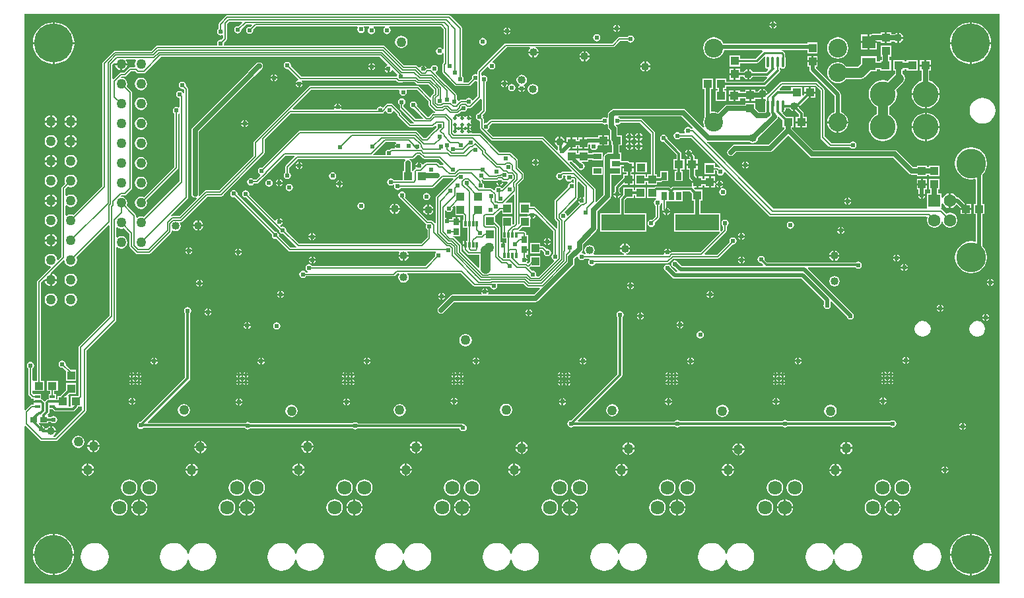
<source format=gbl>
%FSLAX24Y24*%
%MOIN*%
G70*
G01*
G75*
G04 Layer_Physical_Order=4*
G04 Layer_Color=16711680*
%ADD10R,0.0433X0.0394*%
%ADD11R,0.0591X0.1102*%
%ADD12R,0.0394X0.0433*%
%ADD13R,0.0709X0.0256*%
%ADD14R,0.0256X0.0709*%
%ADD15R,0.0256X0.1024*%
%ADD16R,0.1024X0.0256*%
%ADD17R,0.0276X0.0354*%
%ADD18C,0.0394*%
%ADD19R,0.0709X0.0630*%
%ADD20R,0.0354X0.0276*%
%ADD21O,0.0571X0.0098*%
%ADD22R,0.0236X0.0748*%
%ADD23R,0.1220X0.0748*%
%ADD24R,0.0276X0.0394*%
%ADD25R,0.0256X0.0157*%
%ADD26R,0.0591X0.0512*%
%ADD27R,0.0394X0.0276*%
%ADD28R,0.0276X0.0709*%
%ADD29O,0.0748X0.0236*%
%ADD30R,0.0276X0.0177*%
%ADD31R,0.0650X0.0965*%
%ADD32R,0.0177X0.0207*%
%ADD33O,0.0335X0.0118*%
%ADD34O,0.0118X0.0335*%
%ADD35R,0.0984X0.0984*%
%ADD36O,0.0098X0.0256*%
%ADD37O,0.0256X0.0098*%
%ADD38R,0.0276X0.0118*%
%ADD39R,0.0681X0.0728*%
%ADD40O,0.0402X0.0161*%
%ADD41R,0.1102X0.1102*%
%ADD42R,0.0118X0.0118*%
%ADD43R,0.0118X0.0118*%
%ADD44R,0.0866X0.1102*%
%ADD45R,0.1102X0.1102*%
%ADD46R,0.0433X0.0472*%
%ADD47C,0.0080*%
%ADD48C,0.0120*%
%ADD49C,0.0200*%
%ADD50C,0.0250*%
%ADD51C,0.0350*%
%ADD52C,0.0060*%
%ADD53C,0.0500*%
%ADD54C,0.0100*%
%ADD55C,0.0300*%
%ADD56C,0.0705*%
%ADD57C,0.0500*%
%ADD58C,0.1969*%
%ADD59C,0.1299*%
%ADD60C,0.1496*%
%ADD61R,0.0630X0.0630*%
%ADD62C,0.0630*%
%ADD63C,0.0945*%
%ADD64C,0.0200*%
%ADD65C,0.0240*%
%ADD66C,0.0400*%
%ADD67C,0.0260*%
%ADD68C,0.0160*%
%ADD69C,0.0400*%
%ADD70C,0.0750*%
%ADD71C,0.1680*%
%ADD72C,0.0770*%
%ADD73C,0.1581*%
%ADD74C,0.1109*%
%ADD75C,0.1306*%
%ADD76C,0.0762*%
%ADD77C,0.0951*%
%ADD78C,0.1069*%
%ADD79C,0.0520*%
%ADD80C,0.0600*%
%ADD81C,0.0680*%
%ADD82C,0.1778*%
%ADD83C,0.0530*%
%ADD84R,0.2205X0.0827*%
%ADD85R,0.0118X0.0276*%
%ADD86O,0.0138X0.0551*%
G36*
X10999Y28327D02*
X10818Y28146D01*
X10780Y28154D01*
X10710Y28140D01*
X10650Y28100D01*
X10610Y28041D01*
X10596Y27970D01*
X10610Y27900D01*
X10650Y27841D01*
X10710Y27801D01*
X10780Y27787D01*
X10850Y27801D01*
X10910Y27841D01*
X10950Y27900D01*
X10964Y27970D01*
X10956Y28009D01*
X11210Y28263D01*
X11467D01*
X11490Y28207D01*
X11408Y28125D01*
X11370Y28133D01*
X11300Y28119D01*
X11240Y28079D01*
X11200Y28020D01*
X11186Y27949D01*
X11200Y27879D01*
X11240Y27820D01*
X11300Y27780D01*
X11370Y27766D01*
X11440Y27780D01*
X11500Y27820D01*
X11540Y27879D01*
X11554Y27949D01*
X11546Y27987D01*
X11701Y28143D01*
X16815D01*
X16843Y28090D01*
X16830Y28070D01*
X16816Y28000D01*
X16830Y27930D01*
X16870Y27870D01*
X16930Y27830D01*
X17000Y27816D01*
X17070Y27830D01*
X17130Y27870D01*
X17170Y27930D01*
X17184Y28000D01*
X17170Y28070D01*
X17130Y28130D01*
X17134Y28143D01*
X17396D01*
X17413Y28085D01*
X17390Y28070D01*
X17350Y28010D01*
X17336Y27940D01*
X17350Y27870D01*
X17390Y27810D01*
X17450Y27770D01*
X17520Y27756D01*
X17590Y27770D01*
X17650Y27810D01*
X17690Y27870D01*
X17704Y27940D01*
X17690Y28010D01*
X17650Y28070D01*
X17627Y28085D01*
X17644Y28143D01*
X18186D01*
X18203Y28085D01*
X18180Y28070D01*
X18140Y28010D01*
X18126Y27940D01*
X18140Y27870D01*
X18180Y27810D01*
X18240Y27770D01*
X18310Y27756D01*
X18380Y27770D01*
X18440Y27810D01*
X18480Y27870D01*
X18494Y27940D01*
X18480Y28010D01*
X18440Y28070D01*
X18417Y28085D01*
X18434Y28143D01*
X21020D01*
X21173Y27990D01*
Y27009D01*
X21115Y26992D01*
X21090Y27030D01*
X21030Y27070D01*
X20960Y27084D01*
X20890Y27070D01*
X20830Y27030D01*
X20790Y26970D01*
X20776Y26900D01*
X20790Y26830D01*
X20830Y26770D01*
X20890Y26730D01*
X20960Y26716D01*
X21030Y26730D01*
X21090Y26770D01*
X21115Y26808D01*
X21173Y26791D01*
Y26336D01*
X21131Y26295D01*
X21103Y26226D01*
Y25841D01*
X21103Y25841D01*
X21103D01*
X21131Y25772D01*
X21742Y25161D01*
X21811Y25133D01*
X21811Y25133D01*
X22450D01*
X22519Y25161D01*
X22740Y25382D01*
X22770Y25376D01*
X22836Y25390D01*
X22883Y25352D01*
Y24633D01*
X22667Y24418D01*
X22607Y24424D01*
X22570Y24480D01*
X22510Y24520D01*
X22440Y24534D01*
X22370Y24520D01*
X22310Y24480D01*
X22289Y24447D01*
X22033D01*
X21964Y24419D01*
X21937Y24392D01*
X21880Y24409D01*
X21880Y24410D01*
X21840Y24470D01*
X21837Y24471D01*
Y24680D01*
X21837Y24680D01*
X21817Y24728D01*
X21809Y24749D01*
X21809Y24749D01*
X21329Y25229D01*
X21325Y25230D01*
X21310Y25236D01*
X20755Y25791D01*
X20770Y25840D01*
X20830Y25880D01*
X20870Y25940D01*
X20884Y26010D01*
X20870Y26080D01*
X20830Y26140D01*
X20770Y26180D01*
X20700Y26194D01*
X20630Y26180D01*
X20570Y26140D01*
X20530Y26080D01*
X20516Y26010D01*
D01*
X20496Y26010D01*
X20496Y26010D01*
Y26010D01*
X20350D01*
D01*
X20350Y26010D01*
X20350Y26010D01*
D01*
X20324Y26000D01*
X20324Y26000D01*
X20323Y25999D01*
X20281Y25982D01*
X20249Y25950D01*
X20140D01*
Y26000D01*
X20090D01*
Y26174D01*
X20070Y26170D01*
X20010Y26130D01*
X19973Y26074D01*
X19913Y26068D01*
X19842Y26139D01*
X19773Y26167D01*
X19185D01*
X18213Y27139D01*
X18144Y27167D01*
X10107D01*
X10079Y27220D01*
X10093Y27290D01*
X10085Y27328D01*
X10203Y27446D01*
X10232Y27515D01*
X10232Y27515D01*
X10232Y27515D01*
Y27515D01*
Y28275D01*
X10339Y28383D01*
X10976D01*
X10999Y28327D01*
D02*
G37*
G36*
X2891Y8963D02*
X2891D01*
X2918Y8936D01*
Y8782D01*
X1558Y7422D01*
X1475D01*
X1457Y7479D01*
X1525Y7525D01*
X1582Y7610D01*
X1592Y7660D01*
X1340D01*
Y7710D01*
X1290D01*
Y7962D01*
X1240Y7952D01*
X1155Y7895D01*
X1113Y7832D01*
X1019D01*
X1024Y7810D01*
X1014Y7760D01*
X840D01*
Y7810D01*
X790D01*
Y7984D01*
X831Y7992D01*
X736Y8087D01*
Y8094D01*
X739Y8097D01*
X758Y8097D01*
X758Y8097D01*
Y8097D01*
X1214D01*
Y8173D01*
X1342D01*
X1350Y8160D01*
X1410Y8120D01*
X1480Y8106D01*
X1550Y8120D01*
X1610Y8160D01*
X1650Y8220D01*
X1664Y8290D01*
X1650Y8360D01*
X1610Y8420D01*
X1550Y8460D01*
X1480Y8474D01*
X1410Y8460D01*
X1350Y8420D01*
X1349Y8417D01*
X1214D01*
Y8493D01*
X1194D01*
X1171Y8548D01*
X1227Y8603D01*
X1253Y8643D01*
X1262Y8690D01*
X1262Y8690D01*
X1262Y8690D01*
Y8690D01*
Y8806D01*
X1431D01*
X1493Y8743D01*
X1533Y8717D01*
X1580Y8708D01*
X2460D01*
X2507Y8717D01*
X2547Y8743D01*
X2547Y8743D01*
X2547Y8743D01*
X2687Y8883D01*
X2713Y8923D01*
X2718Y8948D01*
X2721Y8963D01*
X2891D01*
D01*
D02*
G37*
G36*
X29180Y23240D02*
X29240Y23200D01*
X29310Y23186D01*
X29380Y23200D01*
X29403Y23216D01*
X29456Y23188D01*
Y23095D01*
X29456Y23095D01*
X29456D01*
X29471Y23023D01*
X29512Y22962D01*
X29571Y22902D01*
Y22448D01*
X29586Y22376D01*
X29622Y22322D01*
Y22133D01*
X29670D01*
Y21790D01*
X29621D01*
Y21780D01*
X29492D01*
X29420Y21766D01*
X29358Y21725D01*
X29307Y21673D01*
X29266Y21612D01*
X29251Y21540D01*
X29251Y21540D01*
X29251D01*
X29251Y21540D01*
X29251D01*
Y20943D01*
X29251Y20943D01*
X29251D01*
Y19658D01*
X28885Y19292D01*
X28836Y19326D01*
X28837Y19330D01*
X28837Y19330D01*
Y19910D01*
X28809Y19979D01*
X27528Y21260D01*
X27551Y21315D01*
X27635D01*
X27637Y21313D01*
X27938Y21011D01*
X27940Y21000D01*
X27980Y20940D01*
X28040Y20900D01*
X28110Y20886D01*
X28180Y20900D01*
X28240Y20940D01*
X28280Y21000D01*
X28294Y21070D01*
X28280Y21140D01*
X28240Y21200D01*
X28180Y21240D01*
X28169Y21242D01*
X28151Y21260D01*
X28174Y21315D01*
X28480D01*
Y21429D01*
X28676D01*
Y21394D01*
X29190D01*
Y21790D01*
X28676D01*
Y21755D01*
X28480D01*
Y21868D01*
X27966D01*
Y21755D01*
X27889D01*
Y21868D01*
X27497D01*
X27475Y21924D01*
X27535Y21985D01*
X27582D01*
Y22211D01*
X27375D01*
Y22286D01*
X27333Y22244D01*
X27280Y22272D01*
X27282Y22280D01*
X26778D01*
X26788Y22230D01*
X26845Y22145D01*
X26930Y22088D01*
X26948Y22085D01*
Y21930D01*
X26950Y21919D01*
X26910Y21898D01*
X26895Y21893D01*
X26241Y22547D01*
X26172Y22575D01*
X23661D01*
X23364Y22872D01*
X23378Y22918D01*
X23437Y22958D01*
X23477Y23017D01*
X23491Y23088D01*
X23484Y23126D01*
X23620Y23263D01*
X29165D01*
X29180Y23240D01*
D02*
G37*
G36*
X23141Y20391D02*
X23210Y20363D01*
X23784D01*
X23822Y20316D01*
X23826Y20340D01*
X24109D01*
X24118Y20331D01*
X24138Y20323D01*
X24181Y20305D01*
X24182Y20298D01*
X24187Y20303D01*
X24383D01*
X24406Y20247D01*
X24363Y20204D01*
X24360Y20203D01*
X24360Y20203D01*
X24237Y20080D01*
X24236Y20077D01*
X24139Y19980D01*
X24079Y19986D01*
X24070Y20000D01*
X24010Y20040D01*
X23940Y20054D01*
X23870Y20040D01*
X23810Y20000D01*
X23770Y19940D01*
X23760Y19889D01*
X23703Y19872D01*
X23616Y19959D01*
X23547Y19987D01*
X23238D01*
X23200Y20034D01*
X23214Y20100D01*
X23200Y20170D01*
X23160Y20230D01*
X23100Y20270D01*
X23097Y20270D01*
Y20322D01*
X23097Y20322D01*
X23076Y20373D01*
X23126Y20406D01*
X23141Y20391D01*
D02*
G37*
G36*
X49242Y0D02*
X0D01*
Y7957D01*
X55Y7980D01*
X788Y7248D01*
X821Y7226D01*
X860Y7218D01*
X1600D01*
X1639Y7226D01*
X1672Y7248D01*
X1672Y7248D01*
X1672Y7248D01*
X3092Y8668D01*
X3114Y8701D01*
X3122Y8740D01*
X3122Y8740D01*
X3122Y8740D01*
Y8740D01*
Y11762D01*
X4612Y13252D01*
X4634Y13285D01*
X4642Y13324D01*
Y16969D01*
X4695Y16998D01*
X4769Y16948D01*
X4890Y16924D01*
X5011Y16948D01*
X5113Y17017D01*
X5182Y17119D01*
X5206Y17240D01*
X5182Y17361D01*
X5113Y17464D01*
X5011Y17532D01*
X4890Y17556D01*
X4769Y17532D01*
X4695Y17482D01*
X4642Y17511D01*
Y17969D01*
X4695Y17998D01*
X4769Y17948D01*
X4890Y17924D01*
X5011Y17948D01*
X5031Y17961D01*
X5303Y17690D01*
Y17037D01*
X5303Y17037D01*
X5303D01*
X5331Y16968D01*
X5618Y16681D01*
X5687Y16653D01*
X6310D01*
X6379Y16681D01*
X6379Y16681D01*
X6379Y16681D01*
X7413Y17715D01*
X7441Y17784D01*
X7441Y17784D01*
X7441Y17784D01*
Y17784D01*
Y17816D01*
X7494Y17845D01*
X7533Y17819D01*
X7634Y17799D01*
X7735Y17819D01*
X7821Y17877D01*
X7879Y17963D01*
X7899Y18064D01*
X7879Y18165D01*
X7821Y18251D01*
X7823Y18257D01*
X7914D01*
X7983Y18285D01*
X7983Y18285D01*
X7983Y18285D01*
X9250Y19553D01*
X9920D01*
X9989Y19581D01*
X9989Y19581D01*
X9989Y19581D01*
X10066Y19659D01*
X10067Y19659D01*
X12105Y21697D01*
X12133Y21766D01*
X12133Y21766D01*
X12133Y21766D01*
Y21766D01*
Y22436D01*
X13450Y23753D01*
X17897D01*
X17900Y23750D01*
X17970Y23736D01*
X18028Y23748D01*
X18059D01*
X18098Y23756D01*
X18131Y23778D01*
X18144Y23797D01*
X18214Y23867D01*
X18270Y23850D01*
X18310Y23790D01*
X18370Y23750D01*
X18440Y23736D01*
X18510Y23750D01*
X18570Y23790D01*
X18610Y23850D01*
X18666Y23867D01*
X18834Y23699D01*
Y23681D01*
X18851Y23640D01*
X18862Y23612D01*
X19409Y23065D01*
D01*
X19409Y23065D01*
X19454Y23046D01*
X19478Y23037D01*
X19478D01*
X19478D01*
X20607D01*
X20676Y23065D01*
X20732Y23121D01*
X20790Y23104D01*
X20800Y23050D01*
X20811Y23033D01*
X20739Y22961D01*
X20734Y22959D01*
X20734Y22959D01*
X20611Y22836D01*
X20609Y22831D01*
X20306Y22527D01*
X20157D01*
X19845Y22839D01*
X19776Y22867D01*
X13900D01*
X13831Y22839D01*
X12018Y21026D01*
X11980Y21034D01*
X11910Y21020D01*
X11850Y20980D01*
X11810Y20920D01*
X11796Y20850D01*
X11810Y20780D01*
X11850Y20720D01*
X11906Y20683D01*
X11912Y20623D01*
X11687Y20397D01*
X11581D01*
X11560Y20430D01*
X11500Y20470D01*
X11430Y20484D01*
X11360Y20470D01*
X11300Y20430D01*
X11260Y20370D01*
X11246Y20300D01*
X11260Y20230D01*
X11300Y20170D01*
X11360Y20130D01*
X11430Y20116D01*
X11500Y20130D01*
X11560Y20170D01*
X11581Y20203D01*
X11727D01*
X11784Y20226D01*
X11796Y20231D01*
X11796Y20231D01*
D01*
X11796Y20231D01*
X11796Y20231D01*
X11796Y20231D01*
D01*
X12259Y20694D01*
X12259Y20694D01*
X12259Y20694D01*
X12271Y20723D01*
X13170Y21623D01*
X13626D01*
X13649Y21567D01*
X13201Y21119D01*
X13173Y21050D01*
Y20771D01*
X13140Y20750D01*
X13100Y20690D01*
X13086Y20620D01*
X13100Y20550D01*
X13140Y20490D01*
X13200Y20450D01*
X13270Y20436D01*
X13340Y20450D01*
X13400Y20490D01*
X13440Y20550D01*
X13454Y20620D01*
X13440Y20690D01*
X13400Y20750D01*
X13367Y20771D01*
Y21010D01*
X13795Y21438D01*
X19203D01*
X19231Y21385D01*
X19196Y21332D01*
X19181Y21260D01*
Y20837D01*
X19109D01*
Y20387D01*
X18641D01*
X18620Y20420D01*
X18560Y20460D01*
X18490Y20474D01*
X18420Y20460D01*
X18360Y20420D01*
X18320Y20360D01*
X18306Y20290D01*
X18320Y20220D01*
X18360Y20160D01*
X18420Y20120D01*
X18490Y20106D01*
X18560Y20120D01*
X18619Y20160D01*
X18678Y20145D01*
X18680Y20140D01*
X18666Y20070D01*
X18680Y20000D01*
X18720Y19940D01*
X18780Y19900D01*
X18850Y19886D01*
X18920Y19900D01*
X18980Y19940D01*
X19001Y19973D01*
X20594D01*
X20663Y20001D01*
X20663Y20001D01*
X20663Y20001D01*
X21144Y20483D01*
X21639D01*
X21662Y20427D01*
X20811Y19576D01*
X20783Y19507D01*
Y18221D01*
X20727Y18198D01*
X20606Y18319D01*
X20537Y18347D01*
X20381D01*
X19205Y19523D01*
X19230Y19560D01*
X19244Y19630D01*
X19230Y19700D01*
X19190Y19760D01*
X19130Y19800D01*
X19060Y19814D01*
X18990Y19800D01*
X18930Y19760D01*
X18890Y19700D01*
X18876Y19630D01*
X18890Y19560D01*
X18930Y19500D01*
X18990Y19460D01*
X18993Y19460D01*
X20271Y18181D01*
X20272Y18181D01*
X20289Y18124D01*
X20280Y18110D01*
X20266Y18040D01*
X20280Y17970D01*
X20320Y17910D01*
X20353Y17889D01*
Y17490D01*
X20030Y17167D01*
X13860D01*
X13216Y17812D01*
X13224Y17850D01*
X13210Y17920D01*
X13170Y17980D01*
X13110Y18020D01*
X13040Y18034D01*
X12970Y18020D01*
X12966Y18017D01*
X12915Y18069D01*
X12930Y18120D01*
X12990Y18160D01*
X13030Y18220D01*
X13034Y18240D01*
X12860D01*
Y18290D01*
X12810D01*
Y18464D01*
X12790Y18460D01*
X12730Y18420D01*
X12690Y18360D01*
X12639Y18345D01*
X11343Y19640D01*
X11354Y19690D01*
X11340Y19760D01*
X11300Y19820D01*
X11240Y19860D01*
X11170Y19874D01*
X11100Y19860D01*
X11040Y19820D01*
X11000Y19760D01*
X10986Y19690D01*
X11000Y19620D01*
X11040Y19560D01*
X11100Y19520D01*
X11170Y19506D01*
X11185Y19509D01*
X12859Y17835D01*
X12870Y17780D01*
X12910Y17720D01*
X12970Y17680D01*
X13040Y17666D01*
X13078Y17674D01*
X13725Y17027D01*
X13702Y16972D01*
X13442D01*
X12847Y17567D01*
X12854Y17600D01*
X12840Y17670D01*
X12800Y17730D01*
X12740Y17770D01*
X12670Y17784D01*
X12646Y17779D01*
X10757Y19667D01*
X10764Y19700D01*
X10750Y19770D01*
X10710Y19830D01*
X10650Y19870D01*
X10580Y19884D01*
X10510Y19870D01*
X10450Y19830D01*
X10410Y19770D01*
X10396Y19700D01*
X10410Y19630D01*
X10450Y19570D01*
X10510Y19530D01*
X10580Y19516D01*
X10613Y19523D01*
X12495Y17641D01*
X12486Y17600D01*
X12500Y17530D01*
X12540Y17470D01*
X12600Y17430D01*
X12670Y17416D01*
X12703Y17423D01*
X13328Y16798D01*
X13328D01*
X13328Y16798D01*
X13328Y16798D01*
Y16798D01*
X13361Y16776D01*
X13400Y16768D01*
X18906D01*
X18934Y16715D01*
X18905Y16671D01*
X18895Y16620D01*
X19405D01*
X19395Y16671D01*
X19337Y16757D01*
X19341Y16768D01*
X20764D01*
X20782Y16711D01*
X20780Y16710D01*
X20740Y16650D01*
X20726Y16580D01*
X20733Y16547D01*
X20248Y16062D01*
X14518D01*
X14500Y16090D01*
X14447Y16125D01*
X14448Y16126D01*
D01*
X14470Y16180D01*
X14490Y16176D01*
Y16300D01*
X14366D01*
X14370Y16280D01*
X14410Y16220D01*
X14463Y16185D01*
X14462Y16184D01*
D01*
X14440Y16130D01*
X14370Y16144D01*
X14300Y16130D01*
X14240Y16090D01*
X14200Y16030D01*
X14186Y15960D01*
X14200Y15890D01*
X14240Y15830D01*
X14300Y15790D01*
X14316Y15787D01*
X14311Y15727D01*
X14211D01*
X14190Y15760D01*
X14130Y15800D01*
X14060Y15814D01*
X13990Y15800D01*
X13930Y15760D01*
X13890Y15700D01*
X13876Y15630D01*
X13890Y15560D01*
X13930Y15500D01*
X13990Y15460D01*
X14060Y15446D01*
X14130Y15460D01*
X14190Y15500D01*
X14211Y15533D01*
X18650D01*
X18719Y15561D01*
X18719Y15561D01*
X18719Y15561D01*
X18840Y15683D01*
X18916D01*
X18944Y15630D01*
X18905Y15571D01*
X18885Y15470D01*
X18905Y15369D01*
X18963Y15283D01*
X19049Y15225D01*
X19150Y15205D01*
X19251Y15225D01*
X19337Y15283D01*
X19395Y15369D01*
X19415Y15470D01*
X19395Y15571D01*
X19337Y15657D01*
X19345Y15683D01*
X22030D01*
X22671Y15041D01*
Y15041D01*
X22671D01*
X22671Y15041D01*
X22671Y15041D01*
X22740Y15013D01*
X23512D01*
X23520Y14970D01*
X23560Y14910D01*
X23620Y14870D01*
X23690Y14856D01*
X23760Y14870D01*
X23820Y14910D01*
X23860Y14970D01*
X23874Y15040D01*
X23860Y15110D01*
X23882Y15153D01*
X25194D01*
X25355Y14991D01*
X25424Y14963D01*
X25424Y14963D01*
X26018D01*
X26041Y14907D01*
X25732Y14599D01*
X23429D01*
X23401Y14652D01*
X23420Y14680D01*
X23424Y14700D01*
X23076D01*
X23080Y14680D01*
X23099Y14652D01*
X23071Y14599D01*
X21630D01*
X21558Y14584D01*
X21497Y14543D01*
X20917Y13963D01*
X20876Y13902D01*
X20861Y13830D01*
X20876Y13758D01*
X20917Y13697D01*
X20978Y13656D01*
X21050Y13641D01*
X21122Y13656D01*
X21183Y13697D01*
X21708Y14221D01*
X25810D01*
X25882Y14236D01*
X25944Y14277D01*
X27718Y16051D01*
X27759Y16113D01*
X27774Y16185D01*
Y16407D01*
X27892Y16525D01*
X27949Y16507D01*
X27960Y16450D01*
X28000Y16390D01*
X28060Y16350D01*
X28130Y16336D01*
X28200Y16350D01*
X28260Y16390D01*
X28281Y16423D01*
X28485D01*
X28520Y16371D01*
X28520Y16370D01*
X28480Y16310D01*
X28466Y16240D01*
X28480Y16170D01*
X28520Y16110D01*
X28580Y16070D01*
X28650Y16056D01*
X28720Y16070D01*
X28780Y16110D01*
X28820Y16170D01*
X28822Y16183D01*
X32451D01*
X32457Y16123D01*
X32457Y16123D01*
D01*
X32390Y16110D01*
X32330Y16070D01*
X32290Y16010D01*
X32276Y15940D01*
X32290Y15870D01*
X32330Y15810D01*
X32390Y15770D01*
X32401Y15768D01*
X32705Y15465D01*
X32705D01*
X32705Y15465D01*
X32705Y15465D01*
Y15465D01*
X32758Y15429D01*
X32820Y15417D01*
X39232D01*
X40367Y14282D01*
Y14140D01*
X40360Y14130D01*
X40346Y14060D01*
X40360Y13990D01*
X40400Y13930D01*
X40460Y13890D01*
X40530Y13876D01*
X40600Y13890D01*
X40660Y13930D01*
X40700Y13990D01*
X40714Y14060D01*
X40700Y14130D01*
X40693Y14140D01*
Y14245D01*
X40749Y14268D01*
X41524Y13493D01*
X41530Y13460D01*
X41570Y13400D01*
X41630Y13360D01*
X41700Y13346D01*
X41770Y13360D01*
X41830Y13400D01*
X41870Y13460D01*
X41884Y13530D01*
X41870Y13600D01*
X41830Y13660D01*
X41796Y13682D01*
X39556Y15922D01*
X39579Y15978D01*
X41959D01*
X41970Y15960D01*
X42030Y15920D01*
X42100Y15906D01*
X42170Y15920D01*
X42230Y15960D01*
X42270Y16020D01*
X42284Y16090D01*
X42270Y16160D01*
X42230Y16220D01*
X42170Y16260D01*
X42100Y16274D01*
X42030Y16260D01*
X41974Y16222D01*
X37511D01*
X37372Y16361D01*
X37374Y16370D01*
X37360Y16440D01*
X37320Y16500D01*
X37260Y16540D01*
X37190Y16554D01*
X37120Y16540D01*
X37060Y16500D01*
X37020Y16440D01*
X37006Y16370D01*
X37020Y16300D01*
X37060Y16240D01*
X37120Y16200D01*
X37190Y16186D01*
X37199Y16188D01*
X37288Y16099D01*
X37265Y16043D01*
X33188D01*
X33024Y16206D01*
X33020Y16230D01*
X32980Y16290D01*
X32920Y16330D01*
X32850Y16344D01*
X32780Y16330D01*
X32720Y16290D01*
X32680Y16230D01*
X32666Y16160D01*
X32680Y16090D01*
X32720Y16030D01*
X32777Y15992D01*
X32971Y15799D01*
X32948Y15743D01*
X32888D01*
X32632Y15999D01*
X32630Y16010D01*
X32590Y16070D01*
X32530Y16110D01*
X32463Y16123D01*
X32469Y16183D01*
X32483D01*
X32552Y16211D01*
X32763Y16423D01*
X35005D01*
D01*
X35005D01*
X35033Y16434D01*
X35074Y16451D01*
Y16451D01*
X35074D01*
X35750Y17127D01*
X35777Y17122D01*
X35847Y17136D01*
X35906Y17175D01*
X35946Y17235D01*
X35960Y17305D01*
X35946Y17375D01*
X35906Y17435D01*
X35847Y17475D01*
X35777Y17489D01*
X35706Y17475D01*
X35647Y17435D01*
X35607Y17375D01*
X35593Y17305D01*
X35603Y17256D01*
X34965Y16617D01*
X34374D01*
X34351Y16673D01*
X35449Y17771D01*
X35477Y17840D01*
X35477Y17840D01*
X35477Y17840D01*
Y17840D01*
Y18059D01*
X35510Y18080D01*
X35550Y18140D01*
X35564Y18210D01*
X35550Y18280D01*
X35510Y18340D01*
X35450Y18380D01*
X35380Y18394D01*
X35310Y18380D01*
X35250Y18340D01*
X35210Y18280D01*
X35196Y18210D01*
X35210Y18140D01*
X35250Y18080D01*
X35283Y18059D01*
Y17880D01*
X35188Y17786D01*
X35150Y17801D01*
D01*
X35133Y17809D01*
Y18723D01*
X34136D01*
Y19347D01*
X34229D01*
Y19900D01*
X33869D01*
X33808Y19961D01*
X33831Y20016D01*
X33923D01*
Y20243D01*
X33716D01*
Y20096D01*
X33669Y20058D01*
X33658Y20061D01*
X32760D01*
X32713Y20051D01*
X32673Y20025D01*
X32640Y19991D01*
X32607Y20025D01*
X32567Y20051D01*
X32520Y20061D01*
X31886D01*
X31839Y20051D01*
X31799Y20025D01*
X31793Y20018D01*
X31432D01*
Y19465D01*
X31869D01*
X31887Y19407D01*
X31830Y19370D01*
X31790Y19310D01*
X31776Y19240D01*
X31790Y19170D01*
X31830Y19110D01*
X31863Y19089D01*
Y18550D01*
X31688Y18376D01*
X31650Y18384D01*
X31580Y18370D01*
X31520Y18330D01*
X31480Y18270D01*
X31466Y18200D01*
X31480Y18130D01*
X31520Y18070D01*
X31580Y18030D01*
X31650Y18016D01*
X31720Y18030D01*
X31780Y18070D01*
X31820Y18130D01*
X31834Y18200D01*
X31826Y18238D01*
X32029Y18441D01*
X32057Y18510D01*
X32057Y18510D01*
X32057Y18510D01*
Y18510D01*
Y19089D01*
X32090Y19110D01*
X32130Y19170D01*
X32138Y19211D01*
X32197Y19205D01*
Y18921D01*
X32205Y18882D01*
X32227Y18849D01*
X32243Y18833D01*
X32246Y18850D01*
X32370D01*
Y18974D01*
X32420Y18984D01*
X32401Y18999D01*
Y19307D01*
X33245D01*
Y19816D01*
X33607D01*
X33716Y19707D01*
Y19347D01*
X33809D01*
Y18723D01*
X32808D01*
Y17777D01*
X35100D01*
X35108Y17759D01*
D01*
X35123Y17721D01*
X34140Y16737D01*
X32673D01*
X32673Y16737D01*
X32670Y16736D01*
X32654Y16750D01*
X32649Y16727D01*
X32604Y16709D01*
X32596Y16700D01*
X32296D01*
X32300Y16680D01*
X32307Y16670D01*
X32278Y16617D01*
X30387D01*
X30381Y16677D01*
X30421Y16685D01*
X30507Y16743D01*
X30565Y16829D01*
X30575Y16880D01*
X30065D01*
X30075Y16829D01*
X30133Y16743D01*
X30219Y16685D01*
X30259Y16677D01*
X30253Y16617D01*
X28761D01*
X28733Y16670D01*
X28785Y16749D01*
X28805Y16850D01*
X28785Y16951D01*
X28727Y17037D01*
X28641Y17095D01*
X28540Y17115D01*
X28439Y17095D01*
X28353Y17037D01*
X28295Y16951D01*
X28275Y16850D01*
X28295Y16749D01*
X28347Y16670D01*
X28330Y16638D01*
X28270Y16635D01*
X28260Y16650D01*
X28200Y16690D01*
X28130Y16704D01*
X28120Y16753D01*
X28153Y16787D01*
X28194Y16848D01*
X28209Y16920D01*
Y17142D01*
X28873Y17807D01*
X28914Y17868D01*
X28929Y17940D01*
X28929Y17940D01*
X28929Y17940D01*
Y17940D01*
Y18802D01*
X29573Y19447D01*
X29601Y19488D01*
X29614Y19508D01*
X29629Y19580D01*
Y20646D01*
X30135D01*
Y21020D01*
Y21095D01*
X30201D01*
Y21079D01*
X30754D01*
Y21286D01*
X30554D01*
X30536Y21304D01*
X30496Y21331D01*
X30449Y21340D01*
X30135D01*
Y21394D01*
Y21790D01*
X30047D01*
Y22133D01*
X30175D01*
Y22646D01*
X29949D01*
Y22980D01*
X29934Y23052D01*
X29893Y23113D01*
X29861Y23146D01*
X29889Y23199D01*
X29950Y23186D01*
X30020Y23200D01*
X30080Y23240D01*
X30101Y23273D01*
X31085D01*
X31627Y22730D01*
Y20687D01*
X31432D01*
Y20533D01*
X31355D01*
Y20687D01*
X30842D01*
Y20134D01*
X31355D01*
Y20288D01*
X31432D01*
Y20134D01*
X31946D01*
Y20288D01*
X32122D01*
X32169Y20298D01*
X32209Y20324D01*
X32209Y20324D01*
X32209Y20324D01*
X32216Y20331D01*
X32497D01*
Y20845D01*
X32102D01*
Y20563D01*
X32071Y20533D01*
X31946D01*
Y20687D01*
X31822D01*
Y22770D01*
X31794Y22839D01*
X31194Y23439D01*
X31125Y23467D01*
X30101D01*
X30080Y23500D01*
X30020Y23540D01*
X29950Y23554D01*
Y23559D01*
X29992Y23601D01*
X33182D01*
X33732Y23051D01*
X33727Y23025D01*
X33713Y22992D01*
X33638D01*
X33620Y23020D01*
X33560Y23060D01*
X33490Y23074D01*
X33420Y23060D01*
X33360Y23020D01*
X33320Y22960D01*
X33306Y22890D01*
X33320Y22820D01*
X33344Y22785D01*
X33315Y22732D01*
X33108D01*
X33090Y22760D01*
X33030Y22800D01*
X32960Y22814D01*
X32890Y22800D01*
X32830Y22760D01*
X32790Y22700D01*
X32776Y22630D01*
X32790Y22560D01*
X32830Y22500D01*
X32890Y22460D01*
X32960Y22446D01*
X33030Y22460D01*
X33090Y22500D01*
X33108Y22528D01*
X33658D01*
X35147Y21039D01*
X35139Y21012D01*
X35081Y20997D01*
X35047Y21031D01*
X34978Y21059D01*
X34859D01*
Y21238D01*
X34346D01*
Y20685D01*
X34859D01*
Y20864D01*
X34922D01*
X34960Y20818D01*
X34956Y20800D01*
X34970Y20730D01*
X35010Y20670D01*
X35070Y20630D01*
X35140Y20616D01*
X35210Y20630D01*
X35270Y20670D01*
X35310Y20730D01*
X35321Y20790D01*
X35379Y20807D01*
X37608Y18578D01*
X37641Y18556D01*
X37680Y18548D01*
X45531D01*
X45570Y18522D01*
X45586Y18502D01*
X45559Y18363D01*
X45588Y18217D01*
X45671Y18093D01*
X45795Y18010D01*
X45941Y17981D01*
X46087Y18010D01*
X46211Y18093D01*
X46294Y18217D01*
X46305Y18270D01*
X46365D01*
X46375Y18217D01*
X46458Y18093D01*
X46582Y18010D01*
X46729Y17981D01*
X46875Y18010D01*
X46999Y18093D01*
X47082Y18217D01*
X47111Y18363D01*
X47082Y18510D01*
X46999Y18634D01*
X46875Y18717D01*
X46729Y18746D01*
X46582Y18717D01*
X46545Y18692D01*
X46334Y18902D01*
X46301Y18924D01*
X46262Y18932D01*
X46303Y18973D01*
X46316D01*
Y19190D01*
X46375Y19201D01*
X46458Y19077D01*
X46582Y18995D01*
X46679Y18975D01*
Y19348D01*
Y19720D01*
X46582Y19701D01*
X46458Y19618D01*
X46375Y19494D01*
X46316Y19506D01*
Y19723D01*
X46130D01*
Y19898D01*
X46198D01*
Y20451D01*
X45684D01*
Y19898D01*
X45752D01*
Y19723D01*
X45566D01*
Y18974D01*
X45566Y18974D01*
X45566D01*
X45566Y18973D01*
X45525Y18932D01*
X37822D01*
X34476Y22278D01*
X34504Y22331D01*
X34537Y22325D01*
X36594D01*
X36679Y22269D01*
X36780Y22248D01*
X36881Y22269D01*
X36967Y22326D01*
X37025Y22412D01*
X37045Y22511D01*
X37993Y23460D01*
X38034Y23521D01*
X38045Y23577D01*
X38103Y23594D01*
X38283Y23414D01*
Y23054D01*
X38371D01*
Y22989D01*
X37560Y22179D01*
X35860D01*
X35788Y22164D01*
X35727Y22123D01*
X35527Y21923D01*
X35486Y21862D01*
X35471Y21790D01*
X35486Y21718D01*
X35527Y21657D01*
X35588Y21616D01*
X35660Y21601D01*
X35732Y21616D01*
X35793Y21657D01*
X35938Y21801D01*
X37638D01*
X37711Y21816D01*
X37772Y21857D01*
X38559Y22644D01*
X39637Y21567D01*
X39637Y21567D01*
X39637D01*
X39637Y21567D01*
X39637D01*
X39637Y21567D01*
Y21567D01*
Y21567D01*
D01*
D01*
X39637D01*
Y21567D01*
X39698Y21526D01*
X39770Y21511D01*
X43872D01*
X44667Y20717D01*
X44667Y20717D01*
X44673Y20710D01*
X44714Y20683D01*
X44734Y20670D01*
X44806Y20655D01*
X45054D01*
Y20567D01*
X45568D01*
Y20655D01*
X45684D01*
Y20567D01*
X46198D01*
Y21120D01*
X45684D01*
Y21032D01*
X45568D01*
Y21120D01*
X45054D01*
Y21032D01*
X44884D01*
X44083Y21833D01*
X44022Y21874D01*
X43950Y21889D01*
X39848D01*
X38748Y22989D01*
Y23054D01*
X38836D01*
Y23568D01*
X38475D01*
X38285Y23758D01*
X38293Y23799D01*
X38243Y23809D01*
Y24138D01*
X38343D01*
Y23809D01*
X38344Y23809D01*
X38386Y23838D01*
X38415Y23880D01*
X38425Y23931D01*
Y24008D01*
X38629D01*
X38673Y23943D01*
X38759Y23885D01*
X38810Y23875D01*
Y24130D01*
X38860D01*
Y24180D01*
X39115D01*
X39125Y24130D01*
X39117Y24089D01*
X39578Y24550D01*
X39612D01*
Y24757D01*
X39385D01*
Y24703D01*
X39324Y24642D01*
X39269Y24665D01*
Y25064D01*
X38716D01*
Y24929D01*
X38142D01*
X38119Y24985D01*
X38282Y25148D01*
X39938D01*
X40188Y24898D01*
Y22560D01*
X40188Y22560D01*
X40188D01*
X40196Y22521D01*
X40218Y22488D01*
X40618Y22088D01*
X40651Y22066D01*
X40690Y22058D01*
X41682D01*
X41700Y22030D01*
X41760Y21990D01*
X41830Y21976D01*
X41900Y21990D01*
X41960Y22030D01*
X42000Y22090D01*
X42014Y22160D01*
X42000Y22230D01*
X41960Y22290D01*
X41900Y22330D01*
X41830Y22344D01*
X41760Y22330D01*
X41700Y22290D01*
X41682Y22262D01*
X40732D01*
X40392Y22602D01*
Y24940D01*
X40384Y24979D01*
X40362Y25012D01*
X40052Y25322D01*
X40019Y25344D01*
X39980Y25352D01*
X38240D01*
X38201Y25344D01*
X38168Y25322D01*
X37580Y24734D01*
X37523Y24752D01*
X37525Y24740D01*
X37515Y24690D01*
X37310D01*
Y24485D01*
X37361Y24495D01*
X37371Y24501D01*
X37409Y24481D01*
X37423Y24423D01*
X37404Y24394D01*
X37394Y24344D01*
Y23931D01*
X37404Y23880D01*
X37408Y23876D01*
Y23871D01*
X37397Y23863D01*
X37362Y23829D01*
X37088D01*
X36907Y24010D01*
Y24276D01*
X36393D01*
Y24188D01*
X35498D01*
X35426Y24174D01*
X35365Y24133D01*
X35028Y23796D01*
X34948Y23829D01*
X34809Y23848D01*
X34712Y23835D01*
X34667Y23875D01*
Y24983D01*
X34781D01*
Y25497D01*
X34228D01*
Y24983D01*
X34341D01*
Y23616D01*
X34347Y23583D01*
X34344Y23579D01*
X34290Y23450D01*
X34272Y23311D01*
X34290Y23172D01*
X34334Y23066D01*
X34285Y23032D01*
X33393Y23923D01*
X33332Y23964D01*
X33260Y23979D01*
X29760D01*
X29688Y23964D01*
X29627Y23923D01*
X29512Y23808D01*
X29471Y23747D01*
X29456Y23675D01*
Y23552D01*
X29403Y23524D01*
X29380Y23540D01*
X29310Y23554D01*
X29240Y23540D01*
X29180Y23500D01*
X29152Y23457D01*
X23580D01*
X23511Y23429D01*
X23346Y23264D01*
X23308Y23271D01*
X23242Y23258D01*
X23195Y23296D01*
Y23442D01*
X23167Y23511D01*
X23146Y23532D01*
X23154Y23570D01*
X23140Y23640D01*
X23119Y23671D01*
X23259Y23811D01*
X23287Y23880D01*
Y25339D01*
X23320Y25360D01*
X23360Y25420D01*
X23374Y25490D01*
X23360Y25560D01*
X23320Y25620D01*
X23260Y25660D01*
X23190Y25674D01*
X23124Y25660D01*
X23077Y25698D01*
Y25820D01*
X23370Y26112D01*
X23427Y26095D01*
X23430Y26080D01*
X23470Y26020D01*
X23530Y25980D01*
X23600Y25966D01*
X23670Y25980D01*
X23730Y26020D01*
X23770Y26080D01*
X23784Y26150D01*
X23770Y26220D01*
X23730Y26280D01*
X23670Y26320D01*
X23600Y26334D01*
X23597Y26339D01*
X24355Y27097D01*
X25514D01*
X25531Y27040D01*
X25513Y27027D01*
X25455Y26941D01*
X25445Y26890D01*
X25955D01*
X25945Y26941D01*
X25887Y27027D01*
X25809Y27080D01*
Y27080D01*
X25809D01*
X25801Y27085D01*
Y27085D01*
X25803Y27097D01*
X29720D01*
X29789Y27126D01*
X29789Y27126D01*
X29789Y27126D01*
X30076Y27413D01*
X30459D01*
X30480Y27380D01*
X30540Y27340D01*
X30610Y27326D01*
X30680Y27340D01*
X30740Y27380D01*
X30780Y27440D01*
X30794Y27510D01*
X30780Y27580D01*
X30740Y27640D01*
X30680Y27680D01*
X30610Y27694D01*
X30540Y27680D01*
X30480Y27640D01*
X30459Y27607D01*
X30035D01*
X29966Y27579D01*
X29680Y27292D01*
X24315D01*
X24246Y27264D01*
X22911Y25929D01*
X22883Y25860D01*
Y25768D01*
X22836Y25730D01*
X22770Y25744D01*
X22700Y25730D01*
X22640Y25690D01*
X22600Y25630D01*
X22586Y25560D01*
X22596Y25513D01*
X22410Y25327D01*
X22185D01*
X22157Y25380D01*
X22170Y25400D01*
X22184Y25470D01*
X22170Y25540D01*
X22130Y25600D01*
X22097Y25621D01*
Y28050D01*
X22069Y28119D01*
X22069Y28119D01*
X21519Y28669D01*
X21450Y28697D01*
X10249D01*
X10249Y28697D01*
X10180Y28669D01*
X9840Y28329D01*
X9812Y28260D01*
Y28021D01*
X9780Y28000D01*
X9740Y27940D01*
X9726Y27870D01*
X9740Y27800D01*
X9780Y27740D01*
X9839Y27700D01*
X9909Y27686D01*
X9980Y27700D01*
X9984Y27704D01*
X10037Y27675D01*
Y27556D01*
X9947Y27466D01*
X9909Y27474D01*
X9839Y27460D01*
X9780Y27420D01*
X9740Y27360D01*
X9726Y27290D01*
X9740Y27220D01*
X9712Y27167D01*
X6692D01*
X6623Y27139D01*
X6401Y26917D01*
X4560D01*
X4491Y26889D01*
X3961Y26359D01*
X3933Y26290D01*
Y20075D01*
X2481Y18623D01*
X2461Y18636D01*
X2340Y18660D01*
X2219Y18636D01*
X2125Y18573D01*
X2072Y18601D01*
Y19087D01*
X2125Y19115D01*
X2219Y19052D01*
X2340Y19028D01*
X2461Y19052D01*
X2564Y19121D01*
X2632Y19223D01*
X2656Y19344D01*
X2632Y19465D01*
X2564Y19568D01*
X2461Y19636D01*
X2340Y19660D01*
X2219Y19636D01*
X2125Y19573D01*
X2072Y19601D01*
Y19932D01*
X2203Y20063D01*
X2219Y20052D01*
X2340Y20028D01*
X2461Y20052D01*
X2564Y20121D01*
X2632Y20223D01*
X2656Y20344D01*
X2632Y20465D01*
X2564Y20568D01*
X2461Y20636D01*
X2340Y20660D01*
X2219Y20636D01*
X2116Y20568D01*
X2048Y20465D01*
X2024Y20344D01*
X2048Y20223D01*
X2059Y20207D01*
X1898Y20046D01*
X1876Y20013D01*
X1868Y19974D01*
Y16521D01*
X1707Y16360D01*
X1649Y16378D01*
X1632Y16465D01*
X1564Y16568D01*
X1461Y16636D01*
X1340Y16660D01*
X1219Y16636D01*
X1116Y16568D01*
X1048Y16465D01*
X1024Y16344D01*
X1048Y16223D01*
X1116Y16121D01*
X1219Y16052D01*
X1307Y16035D01*
X1324Y15977D01*
X668Y15321D01*
X668Y15321D01*
X655Y15302D01*
X646Y15288D01*
X638Y15249D01*
Y15249D01*
D01*
Y10245D01*
X464D01*
Y10245D01*
X454D01*
X412Y10287D01*
Y10882D01*
X440Y10900D01*
X480Y10960D01*
X494Y11030D01*
X480Y11100D01*
X440Y11160D01*
X380Y11200D01*
X310Y11214D01*
X240Y11200D01*
X180Y11160D01*
X140Y11100D01*
X126Y11030D01*
X140Y10960D01*
X180Y10900D01*
X208Y10882D01*
Y9570D01*
X208Y9570D01*
X208D01*
X216Y9531D01*
X238Y9498D01*
X351Y9384D01*
X385Y9362D01*
X424Y9355D01*
X473D01*
Y9318D01*
Y9251D01*
X662D01*
Y9151D01*
X473D01*
Y9062D01*
Y9047D01*
X385D01*
X346Y9039D01*
X313Y9017D01*
X55Y8760D01*
X0Y8783D01*
Y28780D01*
X49242D01*
Y0D01*
D02*
G37*
G36*
X28263Y20049D02*
Y19558D01*
X28216Y19520D01*
X28200Y19524D01*
Y19350D01*
X28150D01*
Y19300D01*
X27976D01*
X27980Y19280D01*
X28020Y19220D01*
X28025Y19173D01*
X27443Y18591D01*
X27386Y18608D01*
X27380Y18640D01*
X27340Y18700D01*
X27280Y18740D01*
X27266Y18786D01*
X27909Y19428D01*
X27937Y19497D01*
Y20296D01*
X27993Y20319D01*
X28263Y20049D01*
D02*
G37*
G36*
X20124Y21466D02*
Y21466D01*
X20124D01*
X20124Y21466D01*
X20124Y21466D01*
X20192Y21438D01*
X20945D01*
X21176Y21206D01*
X21143Y21156D01*
X21140Y21157D01*
X20987D01*
X20886Y21259D01*
X20817Y21287D01*
X20307D01*
X20238Y21259D01*
X20147Y21168D01*
X20087Y21174D01*
X20050Y21230D01*
X19990Y21270D01*
X19970Y21274D01*
Y21100D01*
X19920D01*
Y21050D01*
X19746D01*
X19750Y21030D01*
X19759Y21017D01*
X19741Y20960D01*
X19732Y20956D01*
X19679Y20903D01*
X19652Y20837D01*
X19559D01*
Y21260D01*
X19544Y21332D01*
X19503Y21393D01*
X19442Y21434D01*
X19442Y21434D01*
X19442D01*
Y21434D01*
X19443Y21438D01*
X19588D01*
X19657Y21466D01*
X19657Y21466D01*
X19657Y21466D01*
X19844Y21653D01*
X19937D01*
X20124Y21466D01*
D02*
G37*
G36*
X18768Y22255D02*
X18730Y22230D01*
X18690Y22170D01*
X18686Y22150D01*
X18860D01*
Y22050D01*
X18686D01*
X18690Y22030D01*
X18697Y22021D01*
X18668Y21968D01*
X18530D01*
X18461Y21939D01*
X18448Y21926D01*
X18410Y21934D01*
X18340Y21920D01*
X18280Y21880D01*
X18240Y21820D01*
X18226Y21750D01*
X18240Y21680D01*
X18215Y21632D01*
X17629D01*
X17606Y21688D01*
X17704Y21786D01*
X17708Y21788D01*
X17716Y21791D01*
X18237Y22313D01*
X18751D01*
X18768Y22255D01*
D02*
G37*
G36*
X21758Y19062D02*
Y18599D01*
X22154D01*
X22163Y18590D01*
Y18364D01*
X22141D01*
Y17969D01*
X22359D01*
Y17301D01*
X22310D01*
Y17104D01*
X22260D01*
Y17054D01*
X22141D01*
Y16906D01*
X22142D01*
X22158Y16890D01*
X22158Y16890D01*
D01*
X22166Y16851D01*
X22188Y16818D01*
X22378Y16628D01*
X22411Y16606D01*
X22450Y16598D01*
X22958D01*
Y15981D01*
X22902Y15958D01*
X22057Y16803D01*
Y17096D01*
X22029Y17165D01*
X21695Y17499D01*
X21626Y17527D01*
X21634Y17536D01*
X22005D01*
Y18010D01*
D01*
Y18010D01*
X22005Y18010D01*
Y18048D01*
X22005D01*
Y18235D01*
X21807D01*
Y18285D01*
X21757D01*
Y18522D01*
X21609D01*
Y18402D01*
X21488D01*
X21470Y18430D01*
X21410Y18470D01*
X21390Y18474D01*
Y18300D01*
X21290D01*
Y18474D01*
X21274Y18470D01*
X21227Y18508D01*
Y18851D01*
X21285Y18868D01*
X21310Y18830D01*
X21370Y18790D01*
X21440Y18776D01*
X21510Y18790D01*
X21570Y18830D01*
X21610Y18890D01*
X21624Y18960D01*
X21616Y18998D01*
X21702Y19085D01*
X21758Y19062D01*
D02*
G37*
G36*
X24748Y19643D02*
Y18196D01*
X24690Y18137D01*
X24673D01*
X24634Y18164D01*
Y18561D01*
X24120D01*
Y18008D01*
X24152D01*
Y17828D01*
X24130D01*
Y17432D01*
X24349D01*
Y17243D01*
X24334Y17233D01*
X24296Y17212D01*
X24240Y17250D01*
X24220Y17254D01*
Y17080D01*
X24120D01*
Y17254D01*
X24100Y17250D01*
X24080Y17237D01*
X24027Y17265D01*
Y17990D01*
X23999Y18059D01*
X23757Y18300D01*
Y18582D01*
X24031Y18857D01*
X24120D01*
Y18677D01*
X24634D01*
Y19231D01*
X24336D01*
X24313Y19286D01*
X24693Y19666D01*
X24748Y19643D01*
D02*
G37*
G36*
X4298Y18086D02*
Y13542D01*
X2768Y12012D01*
X2746Y11979D01*
X2738Y11940D01*
Y9488D01*
X2727Y9477D01*
X2338D01*
Y8963D01*
D01*
Y8963D01*
X2327Y8952D01*
X2222D01*
Y8963D01*
X2222D01*
Y9477D01*
X2222Y9477D01*
X2222D01*
X2200Y9529D01*
X2255Y9583D01*
X2615D01*
Y10136D01*
X2102D01*
Y9776D01*
X1859Y9533D01*
X1832Y9493D01*
X1829Y9477D01*
X1669D01*
Y9323D01*
X1597D01*
Y9339D01*
Y9595D01*
X1507D01*
Y9731D01*
X1686D01*
Y10245D01*
X1133D01*
Y9731D01*
X1312D01*
Y9595D01*
X1222D01*
Y9339D01*
Y9322D01*
X1200D01*
X1153Y9313D01*
X1113Y9287D01*
X1053Y9227D01*
X1014Y9209D01*
X937Y9287D01*
X897Y9313D01*
X850Y9322D01*
X849D01*
Y9339D01*
Y9595D01*
X473D01*
Y9595D01*
X454D01*
X412Y9638D01*
Y9731D01*
X464D01*
Y9731D01*
X1017D01*
Y10245D01*
X842D01*
Y15207D01*
X971Y15336D01*
X1029Y15319D01*
X1024Y15344D01*
X1034Y15394D01*
X1290D01*
Y15650D01*
X1340Y15660D01*
X1324Y15689D01*
X1972Y16336D01*
X2029Y16319D01*
X2048Y16223D01*
X2116Y16121D01*
X2219Y16052D01*
X2340Y16028D01*
X2461Y16052D01*
X2564Y16121D01*
X2632Y16223D01*
X2656Y16344D01*
X2632Y16465D01*
X2619Y16485D01*
X4243Y18109D01*
X4298Y18086D01*
D02*
G37*
G36*
X5644Y26430D02*
X5598Y26361D01*
X5574Y26240D01*
X5594Y26138D01*
X5556Y26092D01*
X5340D01*
X5301Y26084D01*
X5268Y26062D01*
X5028Y25822D01*
X4875D01*
X4836Y25814D01*
X4803Y25792D01*
X4493Y25482D01*
X4437Y25505D01*
Y26220D01*
X4530Y26312D01*
X4583Y26284D01*
X4584Y26290D01*
X5196D01*
X5182Y26361D01*
X5113Y26463D01*
X5119Y26483D01*
X5616D01*
X5644Y26430D01*
D02*
G37*
G36*
X18326Y26221D02*
X18310Y26170D01*
X18250Y26130D01*
X18210Y26070D01*
X18206Y26050D01*
X18380D01*
Y26000D01*
X18430D01*
Y25826D01*
X18450Y25830D01*
X18510Y25870D01*
X18550Y25930D01*
X18601Y25945D01*
X18835Y25712D01*
X18820Y25690D01*
X18818Y25678D01*
X18793Y25617D01*
X13970D01*
X13455Y26133D01*
X13464Y26178D01*
X13450Y26248D01*
X13410Y26307D01*
X13350Y26347D01*
X13280Y26361D01*
X13210Y26347D01*
X13150Y26307D01*
X13110Y26248D01*
X13096Y26178D01*
X13110Y26107D01*
X13150Y26048D01*
X13210Y26008D01*
X13280Y25994D01*
X13312Y26000D01*
X13824Y25488D01*
X13807Y25431D01*
X13800Y25430D01*
X13740Y25390D01*
X13700Y25330D01*
X13696Y25310D01*
X14044D01*
X14040Y25330D01*
X14000Y25390D01*
X14010Y25423D01*
X18753D01*
X18834Y25341D01*
X18834Y25341D01*
X18903Y25313D01*
X19077D01*
X19125Y25333D01*
X19694D01*
X19785Y25241D01*
X19854Y25213D01*
X19854Y25213D01*
X20380D01*
X20659Y24933D01*
Y24764D01*
X20561Y24666D01*
X20533Y24597D01*
Y24583D01*
X20477Y24560D01*
X19929Y25109D01*
X19860Y25137D01*
X14430D01*
X14430Y25137D01*
X14361Y25109D01*
X11611Y22359D01*
X11583Y22290D01*
Y21621D01*
X9830Y19867D01*
X9160D01*
X9091Y19839D01*
X9091Y19839D01*
X8849Y19596D01*
X8796Y19625D01*
X8809Y19690D01*
Y22822D01*
X11583Y25597D01*
X11604Y25627D01*
X11963Y25986D01*
X11993Y26007D01*
X12034Y26068D01*
X12049Y26140D01*
X12034Y26212D01*
X11993Y26273D01*
X11932Y26314D01*
X11860Y26329D01*
X11850D01*
X11778Y26314D01*
X11758Y26301D01*
X11717Y26273D01*
X11317Y25873D01*
X11296Y25843D01*
X8487Y23033D01*
X8446Y22972D01*
X8431Y22900D01*
Y19690D01*
X8446Y19618D01*
X8487Y19557D01*
X8548Y19516D01*
X8620Y19501D01*
X8685Y19514D01*
X8714Y19461D01*
X7824Y18571D01*
X7464D01*
X7464D01*
X7464Y18571D01*
X7438Y18561D01*
X7405Y18610D01*
X8242Y19448D01*
X8264Y19481D01*
X8272Y19520D01*
X8272Y19520D01*
X8272Y19520D01*
Y19520D01*
Y24980D01*
X8264Y25019D01*
X8242Y25052D01*
X8157Y25137D01*
X8164Y25170D01*
X8150Y25240D01*
X8110Y25300D01*
X8050Y25340D01*
X7980Y25354D01*
X7910Y25340D01*
X7850Y25300D01*
X7810Y25240D01*
X7796Y25170D01*
X7810Y25100D01*
X7850Y25040D01*
X7910Y25000D01*
X7980Y24986D01*
X8013Y24993D01*
X8068Y24938D01*
Y24792D01*
X8010Y24780D01*
X7970Y24840D01*
X7910Y24880D01*
X7840Y24894D01*
X7770Y24880D01*
X7710Y24840D01*
X7670Y24780D01*
X7656Y24710D01*
X7670Y24640D01*
X7710Y24580D01*
X7770Y24540D01*
X7838Y24527D01*
Y24068D01*
X7785Y24040D01*
X7740Y24070D01*
X7670Y24084D01*
X7600Y24070D01*
X7540Y24030D01*
X7500Y23970D01*
X7486Y23900D01*
X7500Y23830D01*
X7540Y23770D01*
X7568Y23752D01*
Y21062D01*
X6027Y19521D01*
X6011Y19532D01*
X5890Y19556D01*
X5769Y19532D01*
X5666Y19463D01*
X5598Y19361D01*
X5574Y19240D01*
X5598Y19119D01*
X5666Y19016D01*
X5769Y18948D01*
X5890Y18924D01*
X6011Y18948D01*
X6113Y19016D01*
X6182Y19119D01*
X6206Y19240D01*
X6182Y19361D01*
X6171Y19377D01*
X7742Y20948D01*
X7764Y20981D01*
X7772Y21020D01*
X7772Y21020D01*
X7772Y21020D01*
Y21020D01*
Y23709D01*
X7823Y23740D01*
X7838Y23732D01*
Y20332D01*
X6027Y18521D01*
X6011Y18532D01*
X5890Y18556D01*
X5769Y18532D01*
X5690Y18479D01*
X5637Y18508D01*
Y18590D01*
X5609Y18659D01*
X5169Y19099D01*
X5182Y19119D01*
X5206Y19240D01*
X5182Y19361D01*
X5113Y19463D01*
X5011Y19532D01*
X4890Y19556D01*
X4878Y19579D01*
X4917Y19618D01*
X5070D01*
X5109Y19626D01*
X5142Y19648D01*
X5402Y19908D01*
X5424Y19941D01*
X5432Y19980D01*
Y24800D01*
X5424Y24839D01*
X5402Y24872D01*
X5171Y25103D01*
X5182Y25119D01*
X5206Y25240D01*
X5182Y25361D01*
X5113Y25464D01*
X5011Y25532D01*
X4890Y25556D01*
X4878Y25579D01*
X4917Y25618D01*
X5070D01*
X5109Y25626D01*
X5142Y25648D01*
X5382Y25888D01*
X5603D01*
X5673Y25818D01*
X5706Y25796D01*
X5745Y25788D01*
X6035D01*
X6074Y25796D01*
X6107Y25818D01*
X6107Y25818D01*
X6107Y25818D01*
X6887Y26598D01*
X17949D01*
X18326Y26221D01*
D02*
G37*
G36*
X23072Y24478D02*
X23093Y24437D01*
Y23920D01*
X22915Y23743D01*
X22900Y23740D01*
X22840Y23700D01*
X22800Y23640D01*
X22786Y23570D01*
X22800Y23500D01*
X22840Y23440D01*
X22900Y23400D01*
X22970Y23386D01*
X23000Y23362D01*
Y23001D01*
X23029Y22932D01*
X23552Y22409D01*
Y22409D01*
X23552D01*
X23552Y22409D01*
X23552Y22409D01*
X23621Y22380D01*
X26132D01*
X27649Y20863D01*
X27626Y20807D01*
X27170D01*
X27101Y20779D01*
X27068Y20746D01*
X27030Y20754D01*
X26960Y20740D01*
X26900Y20700D01*
X26860Y20640D01*
X26846Y20570D01*
X26860Y20500D01*
X26900Y20440D01*
X26960Y20400D01*
X27030Y20386D01*
X27100Y20400D01*
X27160Y20440D01*
X27200Y20500D01*
X27214Y20570D01*
X27206Y20608D01*
X27210Y20613D01*
X27282D01*
X27320Y20566D01*
X27306Y20500D01*
X27320Y20430D01*
X27360Y20370D01*
X27420Y20330D01*
X27490Y20316D01*
X27560Y20330D01*
X27620Y20370D01*
X27641Y20403D01*
X27740D01*
X27743Y20400D01*
Y20288D01*
X27696Y20250D01*
X27630Y20264D01*
X27560Y20250D01*
X27500Y20210D01*
X27460Y20150D01*
X27446Y20080D01*
X27454Y20042D01*
X26811Y19399D01*
X26783Y19330D01*
Y18433D01*
X26783Y18433D01*
X26783D01*
X26811Y18364D01*
X26913Y18263D01*
Y17958D01*
X26857Y17935D01*
X25789Y19003D01*
X25720Y19032D01*
X25529D01*
Y19231D01*
X25015D01*
Y18677D01*
X25407D01*
X25445Y18631D01*
X25454Y18677D01*
X25529D01*
Y18680D01*
X25802D01*
X25812Y18630D01*
X25812Y18630D01*
X25815Y18631D01*
X25874Y18642D01*
X26703Y17814D01*
Y16661D01*
X26670Y16640D01*
X26630Y16580D01*
X26616Y16510D01*
X26630Y16440D01*
X26670Y16380D01*
X26726Y16343D01*
X26732Y16283D01*
X25967Y15517D01*
X25868D01*
X25830Y15564D01*
X25844Y15630D01*
X25830Y15700D01*
X25790Y15760D01*
X25730Y15800D01*
X25660Y15814D01*
X25622Y15806D01*
X25500Y15927D01*
X25512Y15986D01*
X25524Y15991D01*
X25532Y15999D01*
X25533Y15999D01*
Y15999D01*
X25533Y15999D01*
X26047D01*
Y16552D01*
X25533D01*
Y16276D01*
X25427Y16170D01*
X25419Y16179D01*
X25350Y16207D01*
X25348Y16212D01*
X25360Y16220D01*
X25400Y16280D01*
X25404Y16300D01*
X25230D01*
Y16400D01*
X25404D01*
X25400Y16420D01*
X25360Y16480D01*
X25332Y16498D01*
Y16627D01*
X25438D01*
Y16814D01*
X25240D01*
Y16914D01*
X25438D01*
Y17101D01*
D01*
Y17101D01*
X25438Y17101D01*
Y17139D01*
X25438D01*
Y17613D01*
X25342D01*
Y17700D01*
X25334Y17739D01*
X25312Y17772D01*
X25279Y17794D01*
X25240Y17802D01*
X25005D01*
X24982Y17857D01*
X25133Y18008D01*
X25529D01*
Y18419D01*
X25575Y18457D01*
X25579Y18456D01*
Y18580D01*
X25455D01*
X25450Y18608D01*
X25411Y18561D01*
X25015D01*
Y18197D01*
X24965Y18163D01*
X24943Y18172D01*
Y20060D01*
X24925Y20103D01*
X24917Y20123D01*
Y20143D01*
X25189Y20415D01*
X25217Y20484D01*
Y20687D01*
X25189Y20756D01*
X24916Y21028D01*
Y21381D01*
X24888Y21450D01*
X24579Y21759D01*
X24510Y21788D01*
X23990D01*
X23062Y22716D01*
X22993Y22744D01*
X22625D01*
X22587Y22790D01*
X22586Y22787D01*
X22432D01*
Y22837D01*
X22383D01*
Y22990D01*
X22370Y22987D01*
X22317Y22952D01*
X22293Y22915D01*
X22233D01*
X22208Y22952D01*
X22155Y22987D01*
X22143Y22990D01*
Y22837D01*
X22043D01*
Y22990D01*
X22030Y22987D01*
X21977Y22952D01*
X21948Y22908D01*
X21888D01*
X21858Y22952D01*
X21805Y22987D01*
X21793Y22990D01*
Y22837D01*
X21693D01*
Y22990D01*
X21712Y22994D01*
X21705Y23002D01*
X21712Y23010D01*
X21693Y23013D01*
Y23167D01*
X21793D01*
Y23014D01*
X21805Y23016D01*
X21858Y23051D01*
X21888Y23096D01*
X21948D01*
X21977Y23051D01*
X22030Y23016D01*
X22043Y23014D01*
Y23167D01*
X22143D01*
Y23014D01*
X22155Y23016D01*
X22208Y23051D01*
X22233Y23088D01*
X22293D01*
X22317Y23051D01*
X22370Y23016D01*
X22383Y23014D01*
Y23167D01*
X22432D01*
Y23217D01*
X22586D01*
X22583Y23229D01*
X22548Y23282D01*
X22519Y23302D01*
Y23362D01*
X22548Y23381D01*
X22583Y23434D01*
X22586Y23447D01*
X22432D01*
Y23497D01*
X22383D01*
Y23650D01*
X22370Y23647D01*
X22317Y23612D01*
X22293Y23575D01*
X22233D01*
X22208Y23612D01*
X22155Y23647D01*
X22143Y23650D01*
Y23497D01*
X22043D01*
Y23650D01*
X22030Y23647D01*
X21977Y23612D01*
X21948Y23568D01*
X21888D01*
X21858Y23612D01*
X21805Y23647D01*
X21793Y23650D01*
Y23497D01*
X21693D01*
Y23650D01*
X21743Y23660D01*
X21743D01*
Y23667D01*
X21785Y23709D01*
X21873D01*
X21942Y23738D01*
X22073Y23869D01*
X22100Y23850D01*
X22170Y23836D01*
X22240Y23850D01*
X22300Y23890D01*
X22340Y23950D01*
X22349Y23996D01*
X22377Y24013D01*
X22377D01*
Y24013D01*
D01*
D01*
X22377Y24013D01*
X22377D01*
X22497D01*
X22566Y24041D01*
X22566Y24041D01*
X22566Y24041D01*
X23013Y24488D01*
X23072Y24478D01*
D02*
G37*
G36*
X20413Y24349D02*
Y24194D01*
X20413Y24194D01*
X20413D01*
X20441Y24125D01*
X20705Y23861D01*
X20741Y23846D01*
X20729Y23787D01*
X20689D01*
X20664Y23798D01*
X20664Y23798D01*
X20664Y23798D01*
X20630Y23783D01*
X20595Y23769D01*
X20595Y23769D01*
D01*
D01*
X20418Y23592D01*
X20358Y23592D01*
X19818Y24132D01*
X19825Y24171D01*
X19811Y24241D01*
X19772Y24300D01*
X19712Y24340D01*
X19642Y24354D01*
X19572Y24340D01*
X19512Y24300D01*
X19472Y24241D01*
X19458Y24171D01*
X19472Y24100D01*
X19512Y24041D01*
X19572Y24001D01*
X19642Y23987D01*
X19680Y23995D01*
X20148Y23527D01*
X20125Y23471D01*
X19756D01*
X19149Y24079D01*
Y24177D01*
X19181Y24198D01*
X19221Y24258D01*
X19235Y24328D01*
X19221Y24398D01*
X19181Y24458D01*
X19122Y24498D01*
X19051Y24512D01*
X18981Y24498D01*
X18922Y24458D01*
X18882Y24398D01*
X18868Y24328D01*
X18882Y24258D01*
X18922Y24198D01*
X18954Y24177D01*
Y24038D01*
X18954Y24038D01*
X18954D01*
X18982Y23969D01*
X19647Y23305D01*
Y23305D01*
X19647D01*
X19647Y23305D01*
X19647Y23305D01*
X19683Y23290D01*
X19671Y23231D01*
X19518D01*
X19029Y23721D01*
Y23740D01*
X19029Y23740D01*
X19009Y23788D01*
X19000Y23809D01*
X19000Y23809D01*
X18600Y24209D01*
X18531Y24237D01*
X18349D01*
X18280Y24209D01*
X18119Y24048D01*
X18100Y24050D01*
X18040Y24090D01*
X17970Y24104D01*
X17900Y24090D01*
X17840Y24050D01*
X17800Y23990D01*
X17792Y23947D01*
X16018D01*
X15990Y24000D01*
X15994Y24020D01*
X15646D01*
X15650Y24000D01*
X15622Y23947D01*
X13554D01*
X13531Y24003D01*
X14470Y24943D01*
X18912D01*
X18950Y24896D01*
X18936Y24830D01*
X18950Y24760D01*
X18990Y24700D01*
X19050Y24660D01*
X19120Y24646D01*
X19190Y24660D01*
X19250Y24700D01*
X19290Y24760D01*
X19304Y24830D01*
X19290Y24900D01*
X19312Y24943D01*
X19819D01*
X20413Y24349D01*
D02*
G37*
%LPC*%
G36*
X10873Y10307D02*
Y10224D01*
X10956D01*
X10955Y10229D01*
X10924Y10275D01*
X10878Y10306D01*
X10873Y10307D01*
D02*
G37*
G36*
X5734D02*
X5729Y10306D01*
X5683Y10275D01*
X5652Y10229D01*
X5651Y10224D01*
X5734D01*
Y10307D01*
D02*
G37*
G36*
X5834D02*
Y10224D01*
X5916D01*
X5915Y10229D01*
X5885Y10275D01*
X5838Y10306D01*
X5834Y10307D01*
D02*
G37*
G36*
X10773D02*
X10768Y10306D01*
X10722Y10275D01*
X10691Y10229D01*
X10690Y10224D01*
X10773D01*
Y10307D01*
D02*
G37*
G36*
X11227D02*
Y10224D01*
X11310D01*
X11309Y10229D01*
X11278Y10275D01*
X11232Y10306D01*
X11227Y10307D01*
D02*
G37*
G36*
X16127D02*
X16123Y10306D01*
X16076Y10275D01*
X16045Y10229D01*
X16045Y10224D01*
X16127D01*
Y10307D01*
D02*
G37*
G36*
X32457Y10489D02*
X32374D01*
X32375Y10485D01*
X32406Y10439D01*
X32453Y10408D01*
X32457Y10407D01*
Y10489D01*
D02*
G37*
G36*
X32640D02*
X32557D01*
Y10407D01*
X32562Y10408D01*
X32608Y10439D01*
X32639Y10485D01*
X32640Y10489D01*
D02*
G37*
G36*
X11127Y10307D02*
X11123Y10306D01*
X11076Y10275D01*
X11045Y10229D01*
X11045Y10224D01*
X11127D01*
Y10307D01*
D02*
G37*
G36*
X5379Y10498D02*
X5296D01*
X5297Y10494D01*
X5328Y10448D01*
X5375Y10417D01*
X5379Y10416D01*
Y10498D01*
D02*
G37*
G36*
X32812Y10298D02*
X32807Y10297D01*
X32761Y10266D01*
X32730Y10220D01*
X32729Y10215D01*
X32812D01*
Y10298D01*
D02*
G37*
G36*
X32557D02*
Y10215D01*
X32640D01*
X32639Y10220D01*
X32608Y10266D01*
X32562Y10297D01*
X32557Y10298D01*
D02*
G37*
G36*
X5562Y10498D02*
X5479D01*
Y10416D01*
X5484Y10417D01*
X5530Y10448D01*
X5561Y10494D01*
X5562Y10498D01*
D02*
G37*
G36*
X32457Y10298D02*
X32453Y10297D01*
X32406Y10266D01*
X32375Y10220D01*
X32374Y10215D01*
X32457D01*
Y10298D01*
D02*
G37*
G36*
X32812Y10489D02*
X32729D01*
X32730Y10485D01*
X32761Y10439D01*
X32807Y10408D01*
X32812Y10407D01*
Y10489D01*
D02*
G37*
G36*
X5479Y10307D02*
Y10224D01*
X5562D01*
X5561Y10229D01*
X5530Y10275D01*
X5484Y10306D01*
X5479Y10307D01*
D02*
G37*
G36*
X32994Y10489D02*
X32912D01*
Y10407D01*
X32916Y10408D01*
X32963Y10439D01*
X32993Y10485D01*
X32994Y10489D01*
D02*
G37*
G36*
X32912Y10298D02*
Y10215D01*
X32994D01*
X32993Y10220D01*
X32963Y10266D01*
X32916Y10297D01*
X32912Y10298D01*
D02*
G37*
G36*
X5379Y10307D02*
X5375Y10306D01*
X5328Y10275D01*
X5297Y10229D01*
X5296Y10224D01*
X5379D01*
Y10307D01*
D02*
G37*
G36*
X38234Y10309D02*
X38229Y10308D01*
X38183Y10277D01*
X38152Y10231D01*
X38151Y10226D01*
X38234D01*
Y10309D01*
D02*
G37*
G36*
X38334D02*
Y10226D01*
X38417D01*
X38416Y10231D01*
X38385Y10277D01*
X38339Y10308D01*
X38334Y10309D01*
D02*
G37*
G36*
X27031Y10485D02*
X26948D01*
X26949Y10481D01*
X26980Y10434D01*
X27026Y10403D01*
X27031Y10402D01*
Y10485D01*
D02*
G37*
G36*
X37880Y10309D02*
X37875Y10308D01*
X37829Y10277D01*
X37798Y10231D01*
X37797Y10226D01*
X37880D01*
Y10309D01*
D02*
G37*
G36*
X37980D02*
Y10226D01*
X38062D01*
X38062Y10231D01*
X38031Y10277D01*
X37984Y10308D01*
X37980Y10309D01*
D02*
G37*
G36*
X43795Y10338D02*
Y10255D01*
X43878D01*
X43877Y10259D01*
X43846Y10306D01*
X43799Y10337D01*
X43795Y10338D01*
D02*
G37*
G36*
X43695D02*
X43690Y10337D01*
X43644Y10306D01*
X43613Y10259D01*
X43612Y10255D01*
X43695D01*
Y10338D01*
D02*
G37*
G36*
X43440D02*
Y10255D01*
X43523D01*
X43522Y10259D01*
X43491Y10306D01*
X43445Y10337D01*
X43440Y10338D01*
D02*
G37*
G36*
X1910Y11274D02*
X1840Y11260D01*
X1780Y11220D01*
X1740Y11160D01*
X1726Y11090D01*
X1740Y11020D01*
X1780Y10960D01*
X1840Y10920D01*
X1910Y10906D01*
X1943Y10913D01*
X2102Y10754D01*
Y10252D01*
X2615D01*
Y10805D01*
X2339D01*
X2087Y11057D01*
X2094Y11090D01*
X2080Y11160D01*
X2040Y11220D01*
X1980Y11260D01*
X1910Y11274D01*
D02*
G37*
G36*
X43340Y10338D02*
X43336Y10337D01*
X43289Y10306D01*
X43259Y10259D01*
X43258Y10255D01*
X43340D01*
Y10338D01*
D02*
G37*
G36*
X16582Y10307D02*
Y10224D01*
X16664D01*
X16664Y10229D01*
X16633Y10275D01*
X16586Y10306D01*
X16582Y10307D01*
D02*
G37*
G36*
X21639D02*
X21635Y10306D01*
X21588Y10275D01*
X21557Y10229D01*
X21556Y10224D01*
X21639D01*
Y10307D01*
D02*
G37*
G36*
X16482D02*
X16477Y10306D01*
X16431Y10275D01*
X16400Y10229D01*
X16399Y10224D01*
X16482D01*
Y10307D01*
D02*
G37*
G36*
X27568Y10485D02*
X27485D01*
Y10402D01*
X27490Y10403D01*
X27536Y10434D01*
X27567Y10481D01*
X27568Y10485D01*
D02*
G37*
G36*
X16227Y10307D02*
Y10224D01*
X16310D01*
X16309Y10229D01*
X16278Y10275D01*
X16232Y10306D01*
X16227Y10307D01*
D02*
G37*
G36*
X27214Y10485D02*
X27131D01*
Y10402D01*
X27135Y10403D01*
X27182Y10434D01*
X27213Y10481D01*
X27214Y10485D01*
D02*
G37*
G36*
X22093Y10307D02*
Y10224D01*
X22176D01*
X22175Y10229D01*
X22144Y10275D01*
X22098Y10306D01*
X22093Y10307D01*
D02*
G37*
G36*
X27385Y10485D02*
X27302D01*
X27303Y10481D01*
X27334Y10434D01*
X27381Y10403D01*
X27385Y10402D01*
Y10485D01*
D02*
G37*
G36*
X21739Y10307D02*
Y10224D01*
X21822D01*
X21821Y10229D01*
X21790Y10275D01*
X21744Y10306D01*
X21739Y10307D01*
D02*
G37*
G36*
X21993D02*
X21989Y10306D01*
X21943Y10275D01*
X21912Y10229D01*
X21911Y10224D01*
X21993D01*
Y10307D01*
D02*
G37*
G36*
X27485Y10294D02*
Y10211D01*
X27568D01*
X27567Y10216D01*
X27536Y10262D01*
X27490Y10293D01*
X27485Y10294D01*
D02*
G37*
G36*
X32812Y10115D02*
X32729D01*
X32730Y10111D01*
X32761Y10065D01*
X32807Y10034D01*
X32812Y10033D01*
Y10115D01*
D02*
G37*
G36*
X32994D02*
X32912D01*
Y10033D01*
X32916Y10034D01*
X32963Y10065D01*
X32993Y10111D01*
X32994Y10115D01*
D02*
G37*
G36*
X32640D02*
X32557D01*
Y10033D01*
X32562Y10034D01*
X32608Y10065D01*
X32639Y10111D01*
X32640Y10115D01*
D02*
G37*
G36*
X27568Y10111D02*
X27485D01*
Y10028D01*
X27490Y10029D01*
X27536Y10060D01*
X27567Y10106D01*
X27568Y10111D01*
D02*
G37*
G36*
X32457Y10115D02*
X32374D01*
X32375Y10111D01*
X32406Y10065D01*
X32453Y10034D01*
X32457Y10033D01*
Y10115D01*
D02*
G37*
G36*
X5916Y10124D02*
X5834D01*
Y10042D01*
X5838Y10043D01*
X5885Y10074D01*
X5915Y10120D01*
X5916Y10124D01*
D02*
G37*
G36*
X10773D02*
X10690D01*
X10691Y10120D01*
X10722Y10074D01*
X10768Y10043D01*
X10773Y10042D01*
Y10124D01*
D02*
G37*
G36*
X5734D02*
X5651D01*
X5652Y10120D01*
X5683Y10074D01*
X5729Y10043D01*
X5734Y10042D01*
Y10124D01*
D02*
G37*
G36*
X5379D02*
X5296D01*
X5297Y10120D01*
X5328Y10074D01*
X5375Y10043D01*
X5379Y10042D01*
Y10124D01*
D02*
G37*
G36*
X5562D02*
X5479D01*
Y10042D01*
X5484Y10043D01*
X5530Y10074D01*
X5561Y10120D01*
X5562Y10124D01*
D02*
G37*
G36*
X27385Y10111D02*
X27302D01*
X27303Y10106D01*
X27334Y10060D01*
X27381Y10029D01*
X27385Y10028D01*
Y10111D01*
D02*
G37*
G36*
X38000Y9384D02*
Y9260D01*
X38124D01*
X38120Y9280D01*
X38080Y9340D01*
X38020Y9380D01*
X38000Y9384D01*
D02*
G37*
G36*
X21640Y9394D02*
X21620Y9390D01*
X21560Y9350D01*
X21520Y9290D01*
X21516Y9270D01*
X21640D01*
Y9394D01*
D02*
G37*
G36*
X37900Y9384D02*
X37880Y9380D01*
X37820Y9340D01*
X37780Y9280D01*
X37776Y9260D01*
X37900D01*
Y9384D01*
D02*
G37*
G36*
X5390D02*
X5370Y9380D01*
X5310Y9340D01*
X5270Y9280D01*
X5266Y9260D01*
X5390D01*
Y9384D01*
D02*
G37*
G36*
X5490D02*
Y9260D01*
X5614D01*
X5610Y9280D01*
X5570Y9340D01*
X5510Y9380D01*
X5490Y9384D01*
D02*
G37*
G36*
X27031Y10111D02*
X26948D01*
X26949Y10106D01*
X26980Y10060D01*
X27026Y10029D01*
X27031Y10028D01*
Y10111D01*
D02*
G37*
G36*
X27214D02*
X27131D01*
Y10028D01*
X27135Y10029D01*
X27182Y10060D01*
X27213Y10106D01*
X27214Y10111D01*
D02*
G37*
G36*
X43400Y9404D02*
Y9280D01*
X43524D01*
X43520Y9300D01*
X43480Y9360D01*
X43420Y9400D01*
X43400Y9404D01*
D02*
G37*
G36*
X21740Y9394D02*
Y9270D01*
X21864D01*
X21860Y9290D01*
X21820Y9350D01*
X21760Y9390D01*
X21740Y9394D01*
D02*
G37*
G36*
X43300Y9404D02*
X43280Y9400D01*
X43220Y9360D01*
X43180Y9300D01*
X43176Y9280D01*
X43300D01*
Y9404D01*
D02*
G37*
G36*
X10956Y10124D02*
X10873D01*
Y10042D01*
X10878Y10043D01*
X10924Y10074D01*
X10955Y10120D01*
X10956Y10124D01*
D02*
G37*
G36*
X43340Y10155D02*
X43258D01*
X43259Y10150D01*
X43289Y10104D01*
X43336Y10073D01*
X43340Y10072D01*
Y10155D01*
D02*
G37*
G36*
X43523D02*
X43440D01*
Y10072D01*
X43445Y10073D01*
X43491Y10104D01*
X43522Y10150D01*
X43523Y10155D01*
D02*
G37*
G36*
X38417Y10126D02*
X38334D01*
Y10043D01*
X38339Y10044D01*
X38385Y10075D01*
X38416Y10121D01*
X38417Y10126D01*
D02*
G37*
G36*
X38062D02*
X37980D01*
Y10043D01*
X37984Y10044D01*
X38031Y10075D01*
X38062Y10121D01*
X38062Y10126D01*
D02*
G37*
G36*
X38234D02*
X38151D01*
X38152Y10121D01*
X38183Y10075D01*
X38229Y10044D01*
X38234Y10043D01*
Y10126D01*
D02*
G37*
G36*
X27131Y10294D02*
Y10211D01*
X27214D01*
X27213Y10216D01*
X27182Y10262D01*
X27135Y10293D01*
X27131Y10294D01*
D02*
G37*
G36*
X27385D02*
X27381Y10293D01*
X27334Y10262D01*
X27303Y10216D01*
X27302Y10211D01*
X27385D01*
Y10294D01*
D02*
G37*
G36*
X27031D02*
X27026Y10293D01*
X26980Y10262D01*
X26949Y10216D01*
X26948Y10211D01*
X27031D01*
Y10294D01*
D02*
G37*
G36*
X43695Y10155D02*
X43612D01*
X43613Y10150D01*
X43644Y10104D01*
X43690Y10073D01*
X43695Y10072D01*
Y10155D01*
D02*
G37*
G36*
X43878D02*
X43795D01*
Y10072D01*
X43799Y10073D01*
X43846Y10104D01*
X43877Y10150D01*
X43878Y10155D01*
D02*
G37*
G36*
X37880Y10126D02*
X37797D01*
X37798Y10121D01*
X37829Y10075D01*
X37875Y10044D01*
X37880Y10043D01*
Y10126D01*
D02*
G37*
G36*
X16310Y10124D02*
X16227D01*
Y10042D01*
X16232Y10043D01*
X16278Y10074D01*
X16309Y10120D01*
X16310Y10124D01*
D02*
G37*
G36*
X16482D02*
X16399D01*
X16400Y10120D01*
X16431Y10074D01*
X16477Y10043D01*
X16482Y10042D01*
Y10124D01*
D02*
G37*
G36*
X16127D02*
X16045D01*
X16045Y10120D01*
X16076Y10074D01*
X16123Y10043D01*
X16127Y10042D01*
Y10124D01*
D02*
G37*
G36*
X11127D02*
X11045D01*
X11045Y10120D01*
X11076Y10074D01*
X11123Y10043D01*
X11127Y10042D01*
Y10124D01*
D02*
G37*
G36*
X11310D02*
X11227D01*
Y10042D01*
X11232Y10043D01*
X11278Y10074D01*
X11309Y10120D01*
X11310Y10124D01*
D02*
G37*
G36*
X21993D02*
X21911D01*
X21912Y10120D01*
X21943Y10074D01*
X21989Y10043D01*
X21993Y10042D01*
Y10124D01*
D02*
G37*
G36*
X22176D02*
X22093D01*
Y10042D01*
X22098Y10043D01*
X22144Y10074D01*
X22175Y10120D01*
X22176Y10124D01*
D02*
G37*
G36*
X21822D02*
X21739D01*
Y10042D01*
X21744Y10043D01*
X21790Y10074D01*
X21821Y10120D01*
X21822Y10124D01*
D02*
G37*
G36*
X16664D02*
X16582D01*
Y10042D01*
X16586Y10043D01*
X16633Y10074D01*
X16664Y10120D01*
X16664Y10124D01*
D02*
G37*
G36*
X21639D02*
X21556D01*
X21557Y10120D01*
X21588Y10074D01*
X21635Y10043D01*
X21639Y10042D01*
Y10124D01*
D02*
G37*
G36*
X5734Y10498D02*
X5651D01*
X5652Y10494D01*
X5683Y10448D01*
X5729Y10417D01*
X5734Y10416D01*
Y10498D01*
D02*
G37*
G36*
X17250Y11200D02*
X17126D01*
X17130Y11180D01*
X17170Y11120D01*
X17230Y11080D01*
X17250Y11076D01*
Y11200D01*
D02*
G37*
G36*
X17474D02*
X17350D01*
Y11076D01*
X17370Y11080D01*
X17430Y11120D01*
X17470Y11180D01*
X17474Y11200D01*
D02*
G37*
G36*
X6724D02*
X6600D01*
Y11076D01*
X6620Y11080D01*
X6680Y11120D01*
X6720Y11180D01*
X6724Y11200D01*
D02*
G37*
G36*
X33804Y11190D02*
X33680D01*
Y11066D01*
X33700Y11070D01*
X33760Y11110D01*
X33800Y11170D01*
X33804Y11190D01*
D02*
G37*
G36*
X6500Y11200D02*
X6376D01*
X6380Y11180D01*
X6420Y11120D01*
X6480Y11080D01*
X6500Y11076D01*
Y11200D01*
D02*
G37*
G36*
X22760D02*
X22636D01*
X22640Y11180D01*
X22680Y11120D01*
X22740Y11080D01*
X22760Y11076D01*
Y11200D01*
D02*
G37*
G36*
X39010Y11210D02*
X38886D01*
X38890Y11190D01*
X38930Y11130D01*
X38990Y11090D01*
X39010Y11086D01*
Y11210D01*
D02*
G37*
G36*
X39234D02*
X39110D01*
Y11086D01*
X39130Y11090D01*
X39190Y11130D01*
X39230Y11190D01*
X39234Y11210D01*
D02*
G37*
G36*
X12124D02*
X12000D01*
Y11086D01*
X12020Y11090D01*
X12080Y11130D01*
X12120Y11190D01*
X12124Y11210D01*
D02*
G37*
G36*
X22984Y11200D02*
X22860D01*
Y11076D01*
X22880Y11080D01*
X22940Y11120D01*
X22980Y11180D01*
X22984Y11200D01*
D02*
G37*
G36*
X11900Y11210D02*
X11776D01*
X11780Y11190D01*
X11820Y11130D01*
X11880Y11090D01*
X11900Y11086D01*
Y11210D01*
D02*
G37*
G36*
X38334Y10683D02*
Y10600D01*
X38417D01*
X38416Y10605D01*
X38385Y10651D01*
X38339Y10682D01*
X38334Y10683D01*
D02*
G37*
G36*
X43340Y10712D02*
X43336Y10711D01*
X43289Y10680D01*
X43259Y10633D01*
X43258Y10629D01*
X43340D01*
Y10712D01*
D02*
G37*
G36*
X38234Y10683D02*
X38229Y10682D01*
X38183Y10651D01*
X38152Y10605D01*
X38151Y10600D01*
X38234D01*
Y10683D01*
D02*
G37*
G36*
X37880D02*
X37875Y10682D01*
X37829Y10651D01*
X37798Y10605D01*
X37797Y10600D01*
X37880D01*
Y10683D01*
D02*
G37*
G36*
X37980D02*
Y10600D01*
X38062D01*
X38062Y10605D01*
X38031Y10651D01*
X37984Y10682D01*
X37980Y10683D01*
D02*
G37*
G36*
X43440Y10712D02*
Y10629D01*
X43523D01*
X43522Y10633D01*
X43491Y10680D01*
X43445Y10711D01*
X43440Y10712D01*
D02*
G37*
G36*
X28364Y11190D02*
X28240D01*
Y11066D01*
X28260Y11070D01*
X28320Y11110D01*
X28360Y11170D01*
X28364Y11190D01*
D02*
G37*
G36*
X33580D02*
X33456D01*
X33460Y11170D01*
X33500Y11110D01*
X33560Y11070D01*
X33580Y11066D01*
Y11190D01*
D02*
G37*
G36*
X28140D02*
X28016D01*
X28020Y11170D01*
X28060Y11110D01*
X28120Y11070D01*
X28140Y11066D01*
Y11190D01*
D02*
G37*
G36*
X43695Y10712D02*
X43690Y10711D01*
X43644Y10680D01*
X43613Y10633D01*
X43612Y10629D01*
X43695D01*
Y10712D01*
D02*
G37*
G36*
X43795D02*
Y10629D01*
X43878D01*
X43877Y10633D01*
X43846Y10680D01*
X43799Y10711D01*
X43795Y10712D01*
D02*
G37*
G36*
X44460Y11230D02*
X44336D01*
X44340Y11210D01*
X44380Y11150D01*
X44440Y11110D01*
X44460Y11106D01*
Y11230D01*
D02*
G37*
G36*
X39110Y11434D02*
Y11310D01*
X39234D01*
X39230Y11330D01*
X39190Y11390D01*
X39130Y11430D01*
X39110Y11434D01*
D02*
G37*
G36*
X44460Y11454D02*
X44440Y11450D01*
X44380Y11410D01*
X44340Y11350D01*
X44336Y11330D01*
X44460D01*
Y11454D01*
D02*
G37*
G36*
X39010Y11434D02*
X38990Y11430D01*
X38930Y11390D01*
X38890Y11330D01*
X38886Y11310D01*
X39010D01*
Y11434D01*
D02*
G37*
G36*
X11900D02*
X11880Y11430D01*
X11820Y11390D01*
X11780Y11330D01*
X11776Y11310D01*
X11900D01*
Y11434D01*
D02*
G37*
G36*
X12000D02*
Y11310D01*
X12124D01*
X12120Y11330D01*
X12080Y11390D01*
X12020Y11430D01*
X12000Y11434D01*
D02*
G37*
G36*
X44560Y11454D02*
Y11330D01*
X44684D01*
X44680Y11350D01*
X44640Y11410D01*
X44580Y11450D01*
X44560Y11454D01*
D02*
G37*
G36*
X48106Y13274D02*
X47952Y13243D01*
X47822Y13156D01*
X47735Y13025D01*
X47704Y12871D01*
X47735Y12717D01*
X47822Y12587D01*
X47952Y12500D01*
X48106Y12469D01*
X48260Y12500D01*
X48391Y12587D01*
X48478Y12717D01*
X48509Y12871D01*
X48478Y13025D01*
X48391Y13156D01*
X48260Y13243D01*
X48106Y13274D01*
D02*
G37*
G36*
X12740Y13204D02*
X12670Y13190D01*
X12610Y13150D01*
X12570Y13090D01*
X12556Y13020D01*
X12570Y12950D01*
X12610Y12890D01*
X12670Y12850D01*
X12740Y12836D01*
X12810Y12850D01*
X12870Y12890D01*
X12910Y12950D01*
X12924Y13020D01*
X12910Y13090D01*
X12870Y13150D01*
X12810Y13190D01*
X12740Y13204D01*
D02*
G37*
G36*
X45351Y13274D02*
X45197Y13243D01*
X45066Y13156D01*
X44979Y13025D01*
X44948Y12871D01*
X44979Y12717D01*
X45066Y12587D01*
X45197Y12500D01*
X45351Y12469D01*
X45505Y12500D01*
X45635Y12587D01*
X45722Y12717D01*
X45753Y12871D01*
X45722Y13025D01*
X45635Y13156D01*
X45505Y13243D01*
X45351Y13274D01*
D02*
G37*
G36*
X22270Y12616D02*
X22149Y12592D01*
X22046Y12523D01*
X21978Y12421D01*
X21954Y12300D01*
X21978Y12179D01*
X22046Y12076D01*
X22149Y12008D01*
X22270Y11984D01*
X22391Y12008D01*
X22494Y12076D01*
X22562Y12179D01*
X22586Y12300D01*
X22562Y12421D01*
X22494Y12523D01*
X22391Y12592D01*
X22270Y12616D01*
D02*
G37*
G36*
X34120Y12764D02*
X34050Y12750D01*
X33990Y12710D01*
X33950Y12650D01*
X33936Y12580D01*
X33950Y12510D01*
X33990Y12450D01*
X34050Y12410D01*
X34120Y12396D01*
X34190Y12410D01*
X34250Y12450D01*
X34290Y12510D01*
X34304Y12580D01*
X34290Y12650D01*
X34250Y12710D01*
X34190Y12750D01*
X34120Y12764D01*
D02*
G37*
G36*
X33580Y11414D02*
X33560Y11410D01*
X33500Y11370D01*
X33460Y11310D01*
X33456Y11290D01*
X33580D01*
Y11414D01*
D02*
G37*
G36*
X33680D02*
Y11290D01*
X33804D01*
X33800Y11310D01*
X33760Y11370D01*
X33700Y11410D01*
X33680Y11414D01*
D02*
G37*
G36*
X28240D02*
Y11290D01*
X28364D01*
X28360Y11310D01*
X28320Y11370D01*
X28260Y11410D01*
X28240Y11414D01*
D02*
G37*
G36*
X44684Y11230D02*
X44560D01*
Y11106D01*
X44580Y11110D01*
X44640Y11150D01*
X44680Y11210D01*
X44684Y11230D01*
D02*
G37*
G36*
X28140Y11414D02*
X28120Y11410D01*
X28060Y11370D01*
X28020Y11310D01*
X28016Y11290D01*
X28140D01*
Y11414D01*
D02*
G37*
G36*
X6500Y11424D02*
X6480Y11420D01*
X6420Y11380D01*
X6380Y11320D01*
X6376Y11300D01*
X6500D01*
Y11424D01*
D02*
G37*
G36*
X22760D02*
X22740Y11420D01*
X22680Y11380D01*
X22640Y11320D01*
X22636Y11300D01*
X22760D01*
Y11424D01*
D02*
G37*
G36*
X22860D02*
Y11300D01*
X22984D01*
X22980Y11320D01*
X22940Y11380D01*
X22880Y11420D01*
X22860Y11424D01*
D02*
G37*
G36*
X17350D02*
Y11300D01*
X17474D01*
X17470Y11320D01*
X17430Y11380D01*
X17370Y11420D01*
X17350Y11424D01*
D02*
G37*
G36*
X6600D02*
Y11300D01*
X6724D01*
X6720Y11320D01*
X6680Y11380D01*
X6620Y11420D01*
X6600Y11424D01*
D02*
G37*
G36*
X17250D02*
X17230Y11420D01*
X17170Y11380D01*
X17130Y11320D01*
X17126Y11300D01*
X17250D01*
Y11424D01*
D02*
G37*
G36*
X22093Y10681D02*
Y10598D01*
X22176D01*
X22175Y10603D01*
X22144Y10649D01*
X22098Y10680D01*
X22093Y10681D01*
D02*
G37*
G36*
X38062Y10500D02*
X37980D01*
Y10417D01*
X37984Y10418D01*
X38031Y10449D01*
X38062Y10495D01*
X38062Y10500D01*
D02*
G37*
G36*
X38234D02*
X38151D01*
X38152Y10495D01*
X38183Y10449D01*
X38229Y10418D01*
X38234Y10417D01*
Y10500D01*
D02*
G37*
G36*
X37880D02*
X37797D01*
X37798Y10495D01*
X37829Y10449D01*
X37875Y10418D01*
X37880Y10417D01*
Y10500D01*
D02*
G37*
G36*
X21993Y10498D02*
X21911D01*
X21912Y10494D01*
X21943Y10448D01*
X21989Y10417D01*
X21993Y10416D01*
Y10498D01*
D02*
G37*
G36*
X22176D02*
X22093D01*
Y10416D01*
X22098Y10417D01*
X22144Y10448D01*
X22175Y10494D01*
X22176Y10498D01*
D02*
G37*
G36*
X38417Y10500D02*
X38334D01*
Y10417D01*
X38339Y10418D01*
X38385Y10449D01*
X38416Y10495D01*
X38417Y10500D01*
D02*
G37*
G36*
X43878Y10529D02*
X43795D01*
Y10446D01*
X43799Y10447D01*
X43846Y10478D01*
X43877Y10524D01*
X43878Y10529D01*
D02*
G37*
G36*
X30070Y13774D02*
X30000Y13760D01*
X29940Y13720D01*
X29900Y13660D01*
X29886Y13590D01*
X29900Y13520D01*
X29940Y13460D01*
X29948Y13455D01*
Y10591D01*
X27609Y8252D01*
X27600Y8254D01*
X27530Y8240D01*
X27470Y8200D01*
X27430Y8140D01*
X27416Y8070D01*
X27430Y8000D01*
X27470Y7940D01*
X27530Y7900D01*
X27600Y7886D01*
X27670Y7900D01*
X27730Y7940D01*
X27735Y7948D01*
X32834D01*
X32890Y7910D01*
X32960Y7896D01*
X33030Y7910D01*
X33090Y7950D01*
X33095Y7958D01*
X38255D01*
X38260Y7950D01*
X38320Y7910D01*
X38390Y7896D01*
X38460Y7910D01*
X38520Y7950D01*
X38525Y7958D01*
X43699D01*
X43710Y7940D01*
X43770Y7900D01*
X43840Y7886D01*
X43910Y7900D01*
X43970Y7940D01*
X44010Y8000D01*
X44024Y8070D01*
X44010Y8140D01*
X43970Y8200D01*
X43910Y8240D01*
X43840Y8254D01*
X43770Y8240D01*
X43714Y8202D01*
X38525D01*
X38520Y8210D01*
X38460Y8250D01*
X38390Y8264D01*
X38320Y8250D01*
X38260Y8210D01*
X38255Y8202D01*
X33095D01*
X33090Y8210D01*
X33030Y8250D01*
X32960Y8264D01*
X32890Y8250D01*
X32830Y8210D01*
X32819Y8192D01*
X27974D01*
X27951Y8248D01*
X30157Y10453D01*
X30183Y10493D01*
X30183Y10493D01*
X30183Y10493D01*
X30192Y10540D01*
Y13455D01*
X30200Y13460D01*
X30240Y13520D01*
X30254Y13590D01*
X30240Y13660D01*
X30200Y13720D01*
X30140Y13760D01*
X30070Y13774D01*
D02*
G37*
G36*
X43695Y10529D02*
X43612D01*
X43613Y10524D01*
X43644Y10478D01*
X43690Y10447D01*
X43695Y10446D01*
Y10529D01*
D02*
G37*
G36*
X43340D02*
X43258D01*
X43259Y10524D01*
X43289Y10478D01*
X43336Y10447D01*
X43340Y10446D01*
Y10529D01*
D02*
G37*
G36*
X43523D02*
X43440D01*
Y10446D01*
X43445Y10447D01*
X43491Y10478D01*
X43522Y10524D01*
X43523Y10529D01*
D02*
G37*
G36*
X11127Y10498D02*
X11045D01*
X11045Y10494D01*
X11076Y10448D01*
X11123Y10417D01*
X11127Y10416D01*
Y10498D01*
D02*
G37*
G36*
X11310D02*
X11227D01*
Y10416D01*
X11232Y10417D01*
X11278Y10448D01*
X11309Y10494D01*
X11310Y10498D01*
D02*
G37*
G36*
X10956D02*
X10873D01*
Y10416D01*
X10878Y10417D01*
X10924Y10448D01*
X10955Y10494D01*
X10956Y10498D01*
D02*
G37*
G36*
X5916D02*
X5834D01*
Y10416D01*
X5838Y10417D01*
X5885Y10448D01*
X5915Y10494D01*
X5916Y10498D01*
D02*
G37*
G36*
X10773D02*
X10690D01*
X10691Y10494D01*
X10722Y10448D01*
X10768Y10417D01*
X10773Y10416D01*
Y10498D01*
D02*
G37*
G36*
X16127D02*
X16045D01*
X16045Y10494D01*
X16076Y10448D01*
X16123Y10417D01*
X16127Y10416D01*
Y10498D01*
D02*
G37*
G36*
X21639D02*
X21556D01*
X21557Y10494D01*
X21588Y10448D01*
X21635Y10417D01*
X21639Y10416D01*
Y10498D01*
D02*
G37*
G36*
X21822D02*
X21739D01*
Y10416D01*
X21744Y10417D01*
X21790Y10448D01*
X21821Y10494D01*
X21822Y10498D01*
D02*
G37*
G36*
X16664D02*
X16582D01*
Y10416D01*
X16586Y10417D01*
X16633Y10448D01*
X16664Y10494D01*
X16664Y10498D01*
D02*
G37*
G36*
X16310D02*
X16227D01*
Y10416D01*
X16232Y10417D01*
X16278Y10448D01*
X16309Y10494D01*
X16310Y10498D01*
D02*
G37*
G36*
X16482D02*
X16399D01*
X16400Y10494D01*
X16431Y10448D01*
X16477Y10417D01*
X16482Y10416D01*
Y10498D01*
D02*
G37*
G36*
X27031Y10668D02*
X27026Y10667D01*
X26980Y10636D01*
X26949Y10590D01*
X26948Y10585D01*
X27031D01*
Y10668D01*
D02*
G37*
G36*
X11227Y10681D02*
Y10598D01*
X11310D01*
X11309Y10603D01*
X11278Y10649D01*
X11232Y10680D01*
X11227Y10681D01*
D02*
G37*
G36*
X16127D02*
X16123Y10680D01*
X16076Y10649D01*
X16045Y10603D01*
X16045Y10598D01*
X16127D01*
Y10681D01*
D02*
G37*
G36*
X11127D02*
X11123Y10680D01*
X11076Y10649D01*
X11045Y10603D01*
X11045Y10598D01*
X11127D01*
Y10681D01*
D02*
G37*
G36*
X10773D02*
X10768Y10680D01*
X10722Y10649D01*
X10691Y10603D01*
X10690Y10598D01*
X10773D01*
Y10681D01*
D02*
G37*
G36*
X10873D02*
Y10598D01*
X10956D01*
X10955Y10603D01*
X10924Y10649D01*
X10878Y10680D01*
X10873Y10681D01*
D02*
G37*
G36*
X16227D02*
Y10598D01*
X16310D01*
X16309Y10603D01*
X16278Y10649D01*
X16232Y10680D01*
X16227Y10681D01*
D02*
G37*
G36*
X21739D02*
Y10598D01*
X21822D01*
X21821Y10603D01*
X21790Y10649D01*
X21744Y10680D01*
X21739Y10681D01*
D02*
G37*
G36*
X21993D02*
X21989Y10680D01*
X21943Y10649D01*
X21912Y10603D01*
X21911Y10598D01*
X21993D01*
Y10681D01*
D02*
G37*
G36*
X21639D02*
X21635Y10680D01*
X21588Y10649D01*
X21557Y10603D01*
X21556Y10598D01*
X21639D01*
Y10681D01*
D02*
G37*
G36*
X16482D02*
X16477Y10680D01*
X16431Y10649D01*
X16400Y10603D01*
X16399Y10598D01*
X16482D01*
Y10681D01*
D02*
G37*
G36*
X16582D02*
Y10598D01*
X16664D01*
X16664Y10603D01*
X16633Y10649D01*
X16586Y10680D01*
X16582Y10681D01*
D02*
G37*
G36*
X32457Y10672D02*
X32453Y10671D01*
X32406Y10640D01*
X32375Y10594D01*
X32374Y10589D01*
X32457D01*
Y10672D01*
D02*
G37*
G36*
X32557D02*
Y10589D01*
X32640D01*
X32639Y10594D01*
X32608Y10640D01*
X32562Y10671D01*
X32557Y10672D01*
D02*
G37*
G36*
X27485Y10668D02*
Y10585D01*
X27568D01*
X27567Y10590D01*
X27536Y10636D01*
X27490Y10667D01*
X27485Y10668D01*
D02*
G37*
G36*
X27131D02*
Y10585D01*
X27214D01*
X27213Y10590D01*
X27182Y10636D01*
X27135Y10667D01*
X27131Y10668D01*
D02*
G37*
G36*
X27385D02*
X27381Y10667D01*
X27334Y10636D01*
X27303Y10590D01*
X27302Y10585D01*
X27385D01*
Y10668D01*
D02*
G37*
G36*
X32812Y10672D02*
X32807Y10671D01*
X32761Y10640D01*
X32730Y10594D01*
X32729Y10589D01*
X32812D01*
Y10672D01*
D02*
G37*
G36*
X5734Y10681D02*
X5729Y10680D01*
X5683Y10649D01*
X5652Y10603D01*
X5651Y10598D01*
X5734D01*
Y10681D01*
D02*
G37*
G36*
X5834D02*
Y10598D01*
X5916D01*
X5915Y10603D01*
X5885Y10649D01*
X5838Y10680D01*
X5834Y10681D01*
D02*
G37*
G36*
X5479D02*
Y10598D01*
X5562D01*
X5561Y10603D01*
X5530Y10649D01*
X5484Y10680D01*
X5479Y10681D01*
D02*
G37*
G36*
X32912Y10672D02*
Y10589D01*
X32994D01*
X32993Y10594D01*
X32963Y10640D01*
X32916Y10671D01*
X32912Y10672D01*
D02*
G37*
G36*
X5379Y10681D02*
X5375Y10680D01*
X5328Y10649D01*
X5297Y10603D01*
X5296Y10598D01*
X5379D01*
Y10681D01*
D02*
G37*
G36*
X5299Y5272D02*
X5192Y5257D01*
X5091Y5216D01*
X5005Y5150D01*
X4939Y5064D01*
X4898Y4963D01*
X4883Y4856D01*
X4898Y4748D01*
X4939Y4648D01*
X5005Y4561D01*
X5091Y4495D01*
X5192Y4454D01*
X5299Y4440D01*
X5407Y4454D01*
X5507Y4495D01*
X5593Y4561D01*
X5660Y4648D01*
X5701Y4748D01*
X5715Y4856D01*
X5701Y4963D01*
X5660Y5064D01*
X5593Y5150D01*
X5507Y5216D01*
X5407Y5257D01*
X5299Y5272D01*
D02*
G37*
G36*
X6299D02*
X6192Y5257D01*
X6091Y5216D01*
X6005Y5150D01*
X5939Y5064D01*
X5898Y4963D01*
X5883Y4856D01*
X5898Y4748D01*
X5939Y4648D01*
X6005Y4561D01*
X6091Y4495D01*
X6192Y4454D01*
X6299Y4440D01*
X6407Y4454D01*
X6507Y4495D01*
X6593Y4561D01*
X6660Y4648D01*
X6701Y4748D01*
X6715Y4856D01*
X6701Y4963D01*
X6660Y5064D01*
X6593Y5150D01*
X6507Y5216D01*
X6407Y5257D01*
X6299Y5272D01*
D02*
G37*
G36*
X44340Y5266D02*
X44232Y5252D01*
X44132Y5210D01*
X44046Y5144D01*
X43980Y5058D01*
X43938Y4958D01*
X43924Y4850D01*
X43938Y4742D01*
X43980Y4642D01*
X44046Y4556D01*
X44132Y4490D01*
X44232Y4448D01*
X44340Y4434D01*
X44448Y4448D01*
X44548Y4490D01*
X44634Y4556D01*
X44700Y4642D01*
X44742Y4742D01*
X44756Y4850D01*
X44742Y4958D01*
X44700Y5058D01*
X44634Y5144D01*
X44548Y5210D01*
X44448Y5252D01*
X44340Y5266D01*
D02*
G37*
G36*
X38448Y4265D02*
Y3906D01*
X38807D01*
X38800Y3963D01*
X38758Y4064D01*
X38692Y4150D01*
X38606Y4216D01*
X38505Y4257D01*
X38448Y4265D01*
D02*
G37*
G36*
X43340Y5266D02*
X43232Y5252D01*
X43132Y5210D01*
X43046Y5144D01*
X42980Y5058D01*
X42938Y4958D01*
X42924Y4850D01*
X42938Y4742D01*
X42980Y4642D01*
X43046Y4556D01*
X43132Y4490D01*
X43232Y4448D01*
X43340Y4434D01*
X43448Y4448D01*
X43548Y4490D01*
X43634Y4556D01*
X43700Y4642D01*
X43742Y4742D01*
X43756Y4850D01*
X43742Y4958D01*
X43700Y5058D01*
X43634Y5144D01*
X43548Y5210D01*
X43448Y5252D01*
X43340Y5266D01*
D02*
G37*
G36*
X10732Y5272D02*
X10625Y5257D01*
X10524Y5216D01*
X10438Y5150D01*
X10372Y5064D01*
X10331Y4963D01*
X10317Y4856D01*
X10331Y4748D01*
X10372Y4648D01*
X10438Y4561D01*
X10524Y4495D01*
X10625Y4454D01*
X10732Y4440D01*
X10840Y4454D01*
X10940Y4495D01*
X11027Y4561D01*
X11093Y4648D01*
X11134Y4748D01*
X11148Y4856D01*
X11134Y4963D01*
X11093Y5064D01*
X11027Y5150D01*
X10940Y5216D01*
X10840Y5257D01*
X10732Y5272D01*
D02*
G37*
G36*
X21599D02*
X21491Y5257D01*
X21391Y5216D01*
X21304Y5150D01*
X21238Y5064D01*
X21197Y4963D01*
X21183Y4856D01*
X21197Y4748D01*
X21238Y4648D01*
X21304Y4561D01*
X21391Y4495D01*
X21491Y4454D01*
X21599Y4440D01*
X21706Y4454D01*
X21807Y4495D01*
X21893Y4561D01*
X21959Y4648D01*
X22000Y4748D01*
X22015Y4856D01*
X22000Y4963D01*
X21959Y5064D01*
X21893Y5150D01*
X21807Y5216D01*
X21706Y5257D01*
X21599Y5272D01*
D02*
G37*
G36*
X22599D02*
X22491Y5257D01*
X22391Y5216D01*
X22304Y5150D01*
X22238Y5064D01*
X22197Y4963D01*
X22183Y4856D01*
X22197Y4748D01*
X22238Y4648D01*
X22304Y4561D01*
X22391Y4495D01*
X22491Y4454D01*
X22599Y4440D01*
X22706Y4454D01*
X22807Y4495D01*
X22893Y4561D01*
X22959Y4648D01*
X23000Y4748D01*
X23015Y4856D01*
X23000Y4963D01*
X22959Y5064D01*
X22893Y5150D01*
X22807Y5216D01*
X22706Y5257D01*
X22599Y5272D01*
D02*
G37*
G36*
X17166D02*
X17058Y5257D01*
X16958Y5216D01*
X16871Y5150D01*
X16805Y5064D01*
X16764Y4963D01*
X16750Y4856D01*
X16764Y4748D01*
X16805Y4648D01*
X16871Y4561D01*
X16958Y4495D01*
X17058Y4454D01*
X17166Y4440D01*
X17273Y4454D01*
X17373Y4495D01*
X17460Y4561D01*
X17526Y4648D01*
X17567Y4748D01*
X17581Y4856D01*
X17567Y4963D01*
X17526Y5064D01*
X17460Y5150D01*
X17373Y5216D01*
X17273Y5257D01*
X17166Y5272D01*
D02*
G37*
G36*
X11732D02*
X11625Y5257D01*
X11524Y5216D01*
X11438Y5150D01*
X11372Y5064D01*
X11331Y4963D01*
X11317Y4856D01*
X11331Y4748D01*
X11372Y4648D01*
X11438Y4561D01*
X11524Y4495D01*
X11625Y4454D01*
X11732Y4440D01*
X11840Y4454D01*
X11940Y4495D01*
X12027Y4561D01*
X12093Y4648D01*
X12134Y4748D01*
X12148Y4856D01*
X12134Y4963D01*
X12093Y5064D01*
X12027Y5150D01*
X11940Y5216D01*
X11840Y5257D01*
X11732Y5272D01*
D02*
G37*
G36*
X16166D02*
X16058Y5257D01*
X15958Y5216D01*
X15871Y5150D01*
X15805Y5064D01*
X15764Y4963D01*
X15750Y4856D01*
X15764Y4748D01*
X15805Y4648D01*
X15871Y4561D01*
X15958Y4495D01*
X16058Y4454D01*
X16166Y4440D01*
X16273Y4454D01*
X16373Y4495D01*
X16460Y4561D01*
X16526Y4648D01*
X16567Y4748D01*
X16581Y4856D01*
X16567Y4963D01*
X16526Y5064D01*
X16460Y5150D01*
X16373Y5216D01*
X16273Y5257D01*
X16166Y5272D01*
D02*
G37*
G36*
X16716Y4265D02*
Y3906D01*
X17075D01*
X17067Y3963D01*
X17026Y4064D01*
X16960Y4150D01*
X16873Y4216D01*
X16773Y4257D01*
X16716Y4265D01*
D02*
G37*
G36*
X22049D02*
X21991Y4257D01*
X21891Y4216D01*
X21804Y4150D01*
X21738Y4064D01*
X21697Y3963D01*
X21689Y3906D01*
X22049D01*
Y4265D01*
D02*
G37*
G36*
X16616D02*
X16558Y4257D01*
X16458Y4216D01*
X16371Y4150D01*
X16305Y4064D01*
X16264Y3963D01*
X16256Y3906D01*
X16616D01*
Y4265D01*
D02*
G37*
G36*
X11182D02*
X11125Y4257D01*
X11024Y4216D01*
X10938Y4150D01*
X10872Y4064D01*
X10831Y3963D01*
X10823Y3906D01*
X11182D01*
Y4265D01*
D02*
G37*
G36*
X11282D02*
Y3906D01*
X11642D01*
X11634Y3963D01*
X11593Y4064D01*
X11527Y4150D01*
X11440Y4216D01*
X11340Y4257D01*
X11282Y4265D01*
D02*
G37*
G36*
X22149D02*
Y3906D01*
X22508D01*
X22500Y3963D01*
X22459Y4064D01*
X22393Y4150D01*
X22307Y4216D01*
X22206Y4257D01*
X22149Y4265D01*
D02*
G37*
G36*
X33015D02*
Y3906D01*
X33374D01*
X33366Y3963D01*
X33325Y4064D01*
X33259Y4150D01*
X33173Y4216D01*
X33072Y4257D01*
X33015Y4265D01*
D02*
G37*
G36*
X38348D02*
X38290Y4257D01*
X38190Y4216D01*
X38104Y4150D01*
X38038Y4064D01*
X37996Y3963D01*
X37988Y3906D01*
X38348D01*
Y4265D01*
D02*
G37*
G36*
X32915D02*
X32857Y4257D01*
X32757Y4216D01*
X32671Y4150D01*
X32605Y4064D01*
X32563Y3963D01*
X32555Y3906D01*
X32915D01*
Y4265D01*
D02*
G37*
G36*
X27482D02*
X27424Y4257D01*
X27324Y4216D01*
X27238Y4150D01*
X27171Y4064D01*
X27130Y3963D01*
X27122Y3906D01*
X27482D01*
Y4265D01*
D02*
G37*
G36*
X27582D02*
Y3906D01*
X27941D01*
X27933Y3963D01*
X27892Y4064D01*
X27826Y4150D01*
X27740Y4216D01*
X27639Y4257D01*
X27582Y4265D01*
D02*
G37*
G36*
X27032Y5272D02*
X26924Y5257D01*
X26824Y5216D01*
X26738Y5150D01*
X26671Y5064D01*
X26630Y4963D01*
X26616Y4856D01*
X26630Y4748D01*
X26671Y4648D01*
X26738Y4561D01*
X26824Y4495D01*
X26924Y4454D01*
X27032Y4440D01*
X27139Y4454D01*
X27240Y4495D01*
X27326Y4561D01*
X27392Y4648D01*
X27433Y4748D01*
X27448Y4856D01*
X27433Y4963D01*
X27392Y5064D01*
X27326Y5150D01*
X27240Y5216D01*
X27139Y5257D01*
X27032Y5272D01*
D02*
G37*
G36*
X3506Y5710D02*
X3250D01*
Y5454D01*
X3321Y5468D01*
X3424Y5537D01*
X3492Y5639D01*
X3506Y5710D01*
D02*
G37*
G36*
X13790D02*
X13534D01*
X13548Y5639D01*
X13616Y5537D01*
X13719Y5468D01*
X13790Y5454D01*
Y5710D01*
D02*
G37*
G36*
X3150D02*
X2894D01*
X2908Y5639D01*
X2977Y5537D01*
X3079Y5468D01*
X3150Y5454D01*
Y5710D01*
D02*
G37*
G36*
X35470Y5700D02*
X35214D01*
X35228Y5629D01*
X35296Y5526D01*
X35399Y5458D01*
X35470Y5444D01*
Y5700D01*
D02*
G37*
G36*
X35826D02*
X35570D01*
Y5444D01*
X35641Y5458D01*
X35744Y5526D01*
X35812Y5629D01*
X35826Y5700D01*
D02*
G37*
G36*
X14146Y5710D02*
X13890D01*
Y5454D01*
X13961Y5468D01*
X14064Y5537D01*
X14132Y5639D01*
X14146Y5710D01*
D02*
G37*
G36*
X25036D02*
X24780D01*
Y5454D01*
X24851Y5468D01*
X24953Y5537D01*
X25022Y5639D01*
X25036Y5710D01*
D02*
G37*
G36*
X46430Y5700D02*
X46306D01*
X46310Y5680D01*
X46350Y5620D01*
X46410Y5580D01*
X46430Y5576D01*
Y5700D01*
D02*
G37*
G36*
X24680Y5710D02*
X24424D01*
X24438Y5639D01*
X24506Y5537D01*
X24609Y5468D01*
X24680Y5454D01*
Y5710D01*
D02*
G37*
G36*
X19210D02*
X18954D01*
X18968Y5639D01*
X19037Y5537D01*
X19139Y5468D01*
X19210Y5454D01*
Y5710D01*
D02*
G37*
G36*
X19566D02*
X19310D01*
Y5454D01*
X19381Y5468D01*
X19483Y5537D01*
X19552Y5639D01*
X19566Y5710D01*
D02*
G37*
G36*
X37898Y5272D02*
X37790Y5257D01*
X37690Y5216D01*
X37604Y5150D01*
X37538Y5064D01*
X37496Y4963D01*
X37482Y4856D01*
X37496Y4748D01*
X37538Y4648D01*
X37604Y4561D01*
X37690Y4495D01*
X37790Y4454D01*
X37898Y4440D01*
X38005Y4454D01*
X38106Y4495D01*
X38192Y4561D01*
X38258Y4648D01*
X38300Y4748D01*
X38314Y4856D01*
X38300Y4963D01*
X38258Y5064D01*
X38192Y5150D01*
X38106Y5216D01*
X38005Y5257D01*
X37898Y5272D01*
D02*
G37*
G36*
X38898D02*
X38790Y5257D01*
X38690Y5216D01*
X38604Y5150D01*
X38538Y5064D01*
X38496Y4963D01*
X38482Y4856D01*
X38496Y4748D01*
X38538Y4648D01*
X38604Y4561D01*
X38690Y4495D01*
X38790Y4454D01*
X38898Y4440D01*
X39005Y4454D01*
X39106Y4495D01*
X39192Y4561D01*
X39258Y4648D01*
X39300Y4748D01*
X39314Y4856D01*
X39300Y4963D01*
X39258Y5064D01*
X39192Y5150D01*
X39106Y5216D01*
X39005Y5257D01*
X38898Y5272D01*
D02*
G37*
G36*
X33465D02*
X33357Y5257D01*
X33257Y5216D01*
X33171Y5150D01*
X33105Y5064D01*
X33063Y4963D01*
X33049Y4856D01*
X33063Y4748D01*
X33105Y4648D01*
X33171Y4561D01*
X33257Y4495D01*
X33357Y4454D01*
X33465Y4440D01*
X33572Y4454D01*
X33673Y4495D01*
X33759Y4561D01*
X33825Y4648D01*
X33866Y4748D01*
X33881Y4856D01*
X33866Y4963D01*
X33825Y5064D01*
X33759Y5150D01*
X33673Y5216D01*
X33572Y5257D01*
X33465Y5272D01*
D02*
G37*
G36*
X28032D02*
X27924Y5257D01*
X27824Y5216D01*
X27738Y5150D01*
X27671Y5064D01*
X27630Y4963D01*
X27616Y4856D01*
X27630Y4748D01*
X27671Y4648D01*
X27738Y4561D01*
X27824Y4495D01*
X27924Y4454D01*
X28032Y4440D01*
X28139Y4454D01*
X28240Y4495D01*
X28326Y4561D01*
X28392Y4648D01*
X28433Y4748D01*
X28448Y4856D01*
X28433Y4963D01*
X28392Y5064D01*
X28326Y5150D01*
X28240Y5216D01*
X28139Y5257D01*
X28032Y5272D01*
D02*
G37*
G36*
X32465D02*
X32357Y5257D01*
X32257Y5216D01*
X32171Y5150D01*
X32105Y5064D01*
X32063Y4963D01*
X32049Y4856D01*
X32063Y4748D01*
X32105Y4648D01*
X32171Y4561D01*
X32257Y4495D01*
X32357Y4454D01*
X32465Y4440D01*
X32572Y4454D01*
X32673Y4495D01*
X32759Y4561D01*
X32825Y4648D01*
X32866Y4748D01*
X32881Y4856D01*
X32866Y4963D01*
X32825Y5064D01*
X32759Y5150D01*
X32673Y5216D01*
X32572Y5257D01*
X32465Y5272D01*
D02*
G37*
G36*
X40900Y5690D02*
X40644D01*
X40658Y5619D01*
X40726Y5516D01*
X40829Y5448D01*
X40900Y5434D01*
Y5690D01*
D02*
G37*
G36*
X30100Y5700D02*
X29844D01*
X29858Y5629D01*
X29927Y5526D01*
X30029Y5458D01*
X30100Y5444D01*
Y5700D01*
D02*
G37*
G36*
X30456D02*
X30200D01*
Y5444D01*
X30271Y5458D01*
X30373Y5526D01*
X30442Y5629D01*
X30456Y5700D01*
D02*
G37*
G36*
X8756D02*
X8500D01*
Y5444D01*
X8571Y5458D01*
X8673Y5526D01*
X8742Y5629D01*
X8756Y5700D01*
D02*
G37*
G36*
X41256Y5690D02*
X41000D01*
Y5434D01*
X41071Y5448D01*
X41174Y5516D01*
X41242Y5619D01*
X41256Y5690D01*
D02*
G37*
G36*
X8400Y5700D02*
X8144D01*
X8158Y5629D01*
X8227Y5526D01*
X8329Y5458D01*
X8400Y5444D01*
Y5700D01*
D02*
G37*
G36*
X47830Y2514D02*
Y1520D01*
X48824D01*
X48809Y1675D01*
X48749Y1872D01*
X48652Y2053D01*
X48522Y2212D01*
X48363Y2342D01*
X48182Y2439D01*
X47985Y2499D01*
X47830Y2514D01*
D02*
G37*
G36*
X1420Y2524D02*
X1265Y2509D01*
X1068Y2449D01*
X887Y2352D01*
X728Y2222D01*
X598Y2063D01*
X501Y1882D01*
X441Y1685D01*
X426Y1530D01*
X1420D01*
Y2524D01*
D02*
G37*
G36*
X47730Y2514D02*
X47575Y2499D01*
X47378Y2439D01*
X47197Y2342D01*
X47038Y2212D01*
X46908Y2053D01*
X46811Y1872D01*
X46751Y1675D01*
X46736Y1520D01*
X47730D01*
Y2514D01*
D02*
G37*
G36*
X25280Y2061D02*
X25097Y2037D01*
X24927Y1967D01*
X24781Y1855D01*
X24668Y1708D01*
X24598Y1538D01*
X24593Y1502D01*
X24533D01*
X24528Y1538D01*
X24458Y1708D01*
X24346Y1855D01*
X24200Y1967D01*
X24029Y2037D01*
X23847Y2061D01*
X23664Y2037D01*
X23494Y1967D01*
X23348Y1855D01*
X23235Y1708D01*
X23165Y1538D01*
X23141Y1356D01*
X23165Y1173D01*
X23235Y1003D01*
X23348Y857D01*
X23494Y744D01*
X23664Y674D01*
X23847Y650D01*
X24029Y674D01*
X24200Y744D01*
X24346Y857D01*
X24458Y1003D01*
X24528Y1173D01*
X24533Y1209D01*
X24593D01*
X24598Y1173D01*
X24668Y1003D01*
X24781Y857D01*
X24927Y744D01*
X25097Y674D01*
X25280Y650D01*
X25462Y674D01*
X25633Y744D01*
X25779Y857D01*
X25891Y1003D01*
X25961Y1173D01*
X25985Y1356D01*
X25961Y1538D01*
X25891Y1708D01*
X25779Y1855D01*
X25633Y1967D01*
X25462Y2037D01*
X25280Y2061D01*
D02*
G37*
G36*
X36146D02*
X35963Y2037D01*
X35793Y1967D01*
X35647Y1855D01*
X35535Y1708D01*
X35464Y1538D01*
X35459Y1502D01*
X35399D01*
X35395Y1538D01*
X35324Y1708D01*
X35212Y1855D01*
X35066Y1967D01*
X34895Y2037D01*
X34713Y2061D01*
X34530Y2037D01*
X34360Y1967D01*
X34214Y1855D01*
X34102Y1708D01*
X34031Y1538D01*
X34007Y1356D01*
X34031Y1173D01*
X34102Y1003D01*
X34214Y857D01*
X34360Y744D01*
X34530Y674D01*
X34713Y650D01*
X34895Y674D01*
X35066Y744D01*
X35212Y857D01*
X35324Y1003D01*
X35395Y1173D01*
X35399Y1209D01*
X35459D01*
X35464Y1173D01*
X35535Y1003D01*
X35647Y857D01*
X35793Y744D01*
X35963Y674D01*
X36146Y650D01*
X36328Y674D01*
X36499Y744D01*
X36645Y857D01*
X36757Y1003D01*
X36828Y1173D01*
X36852Y1356D01*
X36828Y1538D01*
X36757Y1708D01*
X36645Y1855D01*
X36499Y1967D01*
X36328Y2037D01*
X36146Y2061D01*
D02*
G37*
G36*
X1520Y2524D02*
Y1530D01*
X2514D01*
X2499Y1685D01*
X2439Y1882D01*
X2342Y2063D01*
X2212Y2222D01*
X2053Y2352D01*
X1872Y2449D01*
X1675Y2509D01*
X1520Y2524D01*
D02*
G37*
G36*
X15666Y4272D02*
X15558Y4257D01*
X15458Y4216D01*
X15371Y4150D01*
X15305Y4064D01*
X15264Y3963D01*
X15250Y3856D01*
X15264Y3748D01*
X15305Y3648D01*
X15371Y3562D01*
X15458Y3495D01*
X15558Y3454D01*
X15666Y3440D01*
X15773Y3454D01*
X15873Y3495D01*
X15960Y3562D01*
X16026Y3648D01*
X16067Y3748D01*
X16081Y3856D01*
X16067Y3963D01*
X16026Y4064D01*
X15960Y4150D01*
X15873Y4216D01*
X15773Y4257D01*
X15666Y4272D01*
D02*
G37*
G36*
X21099D02*
X20991Y4257D01*
X20891Y4216D01*
X20804Y4150D01*
X20738Y4064D01*
X20697Y3963D01*
X20683Y3856D01*
X20697Y3748D01*
X20738Y3648D01*
X20804Y3562D01*
X20891Y3495D01*
X20991Y3454D01*
X21099Y3440D01*
X21206Y3454D01*
X21307Y3495D01*
X21393Y3562D01*
X21459Y3648D01*
X21500Y3748D01*
X21514Y3856D01*
X21500Y3963D01*
X21459Y4064D01*
X21393Y4150D01*
X21307Y4216D01*
X21206Y4257D01*
X21099Y4272D01*
D02*
G37*
G36*
X10232D02*
X10125Y4257D01*
X10024Y4216D01*
X9938Y4150D01*
X9872Y4064D01*
X9831Y3963D01*
X9817Y3856D01*
X9831Y3748D01*
X9872Y3648D01*
X9938Y3562D01*
X10024Y3495D01*
X10125Y3454D01*
X10232Y3440D01*
X10340Y3454D01*
X10440Y3495D01*
X10527Y3562D01*
X10593Y3648D01*
X10634Y3748D01*
X10648Y3856D01*
X10634Y3963D01*
X10593Y4064D01*
X10527Y4150D01*
X10440Y4216D01*
X10340Y4257D01*
X10232Y4272D01*
D02*
G37*
G36*
X42840Y4266D02*
X42732Y4252D01*
X42632Y4210D01*
X42546Y4144D01*
X42480Y4058D01*
X42438Y3958D01*
X42424Y3850D01*
X42438Y3742D01*
X42480Y3642D01*
X42546Y3556D01*
X42632Y3490D01*
X42732Y3448D01*
X42840Y3434D01*
X42948Y3448D01*
X43048Y3490D01*
X43134Y3556D01*
X43200Y3642D01*
X43242Y3742D01*
X43256Y3850D01*
X43242Y3958D01*
X43200Y4058D01*
X43134Y4144D01*
X43048Y4210D01*
X42948Y4252D01*
X42840Y4266D01*
D02*
G37*
G36*
X4799Y4272D02*
X4692Y4257D01*
X4591Y4216D01*
X4505Y4150D01*
X4439Y4064D01*
X4398Y3963D01*
X4383Y3856D01*
X4398Y3748D01*
X4439Y3648D01*
X4505Y3562D01*
X4591Y3495D01*
X4692Y3454D01*
X4799Y3440D01*
X4907Y3454D01*
X5007Y3495D01*
X5093Y3562D01*
X5160Y3648D01*
X5201Y3748D01*
X5215Y3856D01*
X5201Y3963D01*
X5160Y4064D01*
X5093Y4150D01*
X5007Y4216D01*
X4907Y4257D01*
X4799Y4272D01*
D02*
G37*
G36*
X2514Y1430D02*
X1520D01*
Y436D01*
X1675Y451D01*
X1872Y511D01*
X2053Y608D01*
X2212Y738D01*
X2342Y897D01*
X2439Y1078D01*
X2499Y1275D01*
X2514Y1430D01*
D02*
G37*
G36*
X40146Y2061D02*
X39963Y2037D01*
X39793Y1967D01*
X39647Y1855D01*
X39535Y1708D01*
X39464Y1538D01*
X39440Y1356D01*
X39464Y1173D01*
X39535Y1003D01*
X39647Y857D01*
X39793Y744D01*
X39963Y674D01*
X40146Y650D01*
X40328Y674D01*
X40499Y744D01*
X40645Y857D01*
X40757Y1003D01*
X40828Y1173D01*
X40837Y1241D01*
X40897D01*
X40906Y1167D01*
X40977Y997D01*
X41089Y851D01*
X41235Y739D01*
X41405Y668D01*
X41588Y644D01*
X41771Y668D01*
X41941Y739D01*
X42087Y851D01*
X42199Y997D01*
X42270Y1167D01*
X42294Y1350D01*
X42270Y1533D01*
X42199Y1703D01*
X42087Y1849D01*
X41941Y1961D01*
X41771Y2032D01*
X41588Y2056D01*
X41405Y2032D01*
X41235Y1961D01*
X41089Y1849D01*
X40977Y1703D01*
X40906Y1533D01*
X40897Y1464D01*
X40837D01*
X40828Y1538D01*
X40757Y1708D01*
X40645Y1855D01*
X40499Y1967D01*
X40328Y2037D01*
X40146Y2061D01*
D02*
G37*
G36*
X1420Y1430D02*
X426D01*
X441Y1275D01*
X501Y1078D01*
X598Y897D01*
X728Y738D01*
X887Y608D01*
X1068Y511D01*
X1265Y451D01*
X1420Y436D01*
Y1430D01*
D02*
G37*
G36*
X47730Y1420D02*
X46736D01*
X46751Y1265D01*
X46811Y1068D01*
X46908Y887D01*
X47038Y728D01*
X47197Y598D01*
X47378Y501D01*
X47575Y441D01*
X47730Y426D01*
Y1420D01*
D02*
G37*
G36*
X48824D02*
X47830D01*
Y426D01*
X47985Y441D01*
X48182Y501D01*
X48363Y598D01*
X48522Y728D01*
X48652Y887D01*
X48749Y1068D01*
X48809Y1265D01*
X48824Y1420D01*
D02*
G37*
G36*
X45588Y2056D02*
X45405Y2032D01*
X45235Y1961D01*
X45089Y1849D01*
X44977Y1703D01*
X44906Y1533D01*
X44882Y1350D01*
X44906Y1167D01*
X44977Y997D01*
X45089Y851D01*
X45235Y739D01*
X45405Y668D01*
X45588Y644D01*
X45771Y668D01*
X45941Y739D01*
X46087Y851D01*
X46199Y997D01*
X46270Y1167D01*
X46294Y1350D01*
X46270Y1533D01*
X46199Y1703D01*
X46087Y1849D01*
X45941Y1961D01*
X45771Y2032D01*
X45588Y2056D01*
D02*
G37*
G36*
X30713Y2061D02*
X30530Y2037D01*
X30360Y1967D01*
X30214Y1855D01*
X30102Y1708D01*
X30031Y1538D01*
X30026Y1502D01*
X29966D01*
X29961Y1538D01*
X29891Y1708D01*
X29779Y1855D01*
X29633Y1967D01*
X29462Y2037D01*
X29280Y2061D01*
X29097Y2037D01*
X28927Y1967D01*
X28781Y1855D01*
X28668Y1708D01*
X28598Y1538D01*
X28574Y1356D01*
X28598Y1173D01*
X28668Y1003D01*
X28781Y857D01*
X28927Y744D01*
X29097Y674D01*
X29280Y650D01*
X29462Y674D01*
X29633Y744D01*
X29779Y857D01*
X29891Y1003D01*
X29961Y1173D01*
X29966Y1209D01*
X30026D01*
X30031Y1173D01*
X30102Y1003D01*
X30214Y857D01*
X30360Y744D01*
X30530Y674D01*
X30713Y650D01*
X30895Y674D01*
X31066Y744D01*
X31212Y857D01*
X31324Y1003D01*
X31395Y1173D01*
X31419Y1356D01*
X31395Y1538D01*
X31324Y1708D01*
X31212Y1855D01*
X31066Y1967D01*
X30895Y2037D01*
X30713Y2061D01*
D02*
G37*
G36*
X14414D02*
X14231Y2037D01*
X14061Y1967D01*
X13914Y1855D01*
X13802Y1708D01*
X13732Y1538D01*
X13727Y1502D01*
X13667D01*
X13662Y1538D01*
X13592Y1708D01*
X13480Y1855D01*
X13333Y1967D01*
X13163Y2037D01*
X12980Y2061D01*
X12798Y2037D01*
X12628Y1967D01*
X12481Y1855D01*
X12369Y1708D01*
X12299Y1538D01*
X12275Y1356D01*
X12299Y1173D01*
X12369Y1003D01*
X12481Y857D01*
X12628Y744D01*
X12798Y674D01*
X12980Y650D01*
X13163Y674D01*
X13333Y744D01*
X13480Y857D01*
X13592Y1003D01*
X13662Y1173D01*
X13667Y1209D01*
X13727D01*
X13732Y1173D01*
X13802Y1003D01*
X13914Y857D01*
X14061Y744D01*
X14231Y674D01*
X14414Y650D01*
X14596Y674D01*
X14766Y744D01*
X14913Y857D01*
X15025Y1003D01*
X15095Y1173D01*
X15119Y1356D01*
X15095Y1538D01*
X15025Y1708D01*
X14913Y1855D01*
X14766Y1967D01*
X14596Y2037D01*
X14414Y2061D01*
D02*
G37*
G36*
X19847D02*
X19664Y2037D01*
X19494Y1967D01*
X19348Y1855D01*
X19235Y1708D01*
X19165Y1538D01*
X19160Y1502D01*
X19100D01*
X19095Y1538D01*
X19025Y1708D01*
X18913Y1855D01*
X18766Y1967D01*
X18596Y2037D01*
X18414Y2061D01*
X18231Y2037D01*
X18061Y1967D01*
X17914Y1855D01*
X17802Y1708D01*
X17732Y1538D01*
X17708Y1356D01*
X17732Y1173D01*
X17802Y1003D01*
X17914Y857D01*
X18061Y744D01*
X18231Y674D01*
X18414Y650D01*
X18596Y674D01*
X18766Y744D01*
X18913Y857D01*
X19025Y1003D01*
X19095Y1173D01*
X19100Y1209D01*
X19160D01*
X19165Y1173D01*
X19235Y1003D01*
X19348Y857D01*
X19494Y744D01*
X19664Y674D01*
X19847Y650D01*
X20029Y674D01*
X20200Y744D01*
X20346Y857D01*
X20458Y1003D01*
X20528Y1173D01*
X20552Y1356D01*
X20528Y1538D01*
X20458Y1708D01*
X20346Y1855D01*
X20200Y1967D01*
X20029Y2037D01*
X19847Y2061D01*
D02*
G37*
G36*
X3547D02*
X3365Y2037D01*
X3194Y1967D01*
X3048Y1855D01*
X2936Y1708D01*
X2866Y1538D01*
X2842Y1356D01*
X2866Y1173D01*
X2936Y1003D01*
X3048Y857D01*
X3194Y744D01*
X3365Y674D01*
X3547Y650D01*
X3730Y674D01*
X3900Y744D01*
X4046Y857D01*
X4159Y1003D01*
X4229Y1173D01*
X4253Y1356D01*
X4229Y1538D01*
X4159Y1708D01*
X4046Y1855D01*
X3900Y1967D01*
X3730Y2037D01*
X3547Y2061D01*
D02*
G37*
G36*
X8980D02*
X8798Y2037D01*
X8628Y1967D01*
X8481Y1855D01*
X8369Y1708D01*
X8299Y1538D01*
X8294Y1502D01*
X8234D01*
X8229Y1538D01*
X8159Y1708D01*
X8046Y1855D01*
X7900Y1967D01*
X7730Y2037D01*
X7547Y2061D01*
X7365Y2037D01*
X7194Y1967D01*
X7048Y1855D01*
X6936Y1708D01*
X6866Y1538D01*
X6842Y1356D01*
X6866Y1173D01*
X6936Y1003D01*
X7048Y857D01*
X7194Y744D01*
X7365Y674D01*
X7547Y650D01*
X7730Y674D01*
X7900Y744D01*
X8046Y857D01*
X8159Y1003D01*
X8229Y1173D01*
X8234Y1209D01*
X8294D01*
X8299Y1173D01*
X8369Y1003D01*
X8481Y857D01*
X8628Y744D01*
X8798Y674D01*
X8980Y650D01*
X9163Y674D01*
X9333Y744D01*
X9480Y857D01*
X9592Y1003D01*
X9662Y1173D01*
X9686Y1356D01*
X9662Y1538D01*
X9592Y1708D01*
X9480Y1855D01*
X9333Y1967D01*
X9163Y2037D01*
X8980Y2061D01*
D02*
G37*
G36*
X26532Y4272D02*
X26424Y4257D01*
X26324Y4216D01*
X26238Y4150D01*
X26171Y4064D01*
X26130Y3963D01*
X26116Y3856D01*
X26130Y3748D01*
X26171Y3648D01*
X26238Y3562D01*
X26324Y3495D01*
X26424Y3454D01*
X26532Y3440D01*
X26639Y3454D01*
X26740Y3495D01*
X26826Y3562D01*
X26892Y3648D01*
X26933Y3748D01*
X26948Y3856D01*
X26933Y3963D01*
X26892Y4064D01*
X26826Y4150D01*
X26740Y4216D01*
X26639Y4257D01*
X26532Y4272D01*
D02*
G37*
G36*
X32915Y3806D02*
X32555D01*
X32563Y3748D01*
X32605Y3648D01*
X32671Y3562D01*
X32757Y3495D01*
X32857Y3454D01*
X32915Y3446D01*
Y3806D01*
D02*
G37*
G36*
X33374D02*
X33015D01*
Y3446D01*
X33072Y3454D01*
X33173Y3495D01*
X33259Y3562D01*
X33325Y3648D01*
X33366Y3748D01*
X33374Y3806D01*
D02*
G37*
G36*
X27941D02*
X27582D01*
Y3446D01*
X27639Y3454D01*
X27740Y3495D01*
X27826Y3562D01*
X27892Y3648D01*
X27933Y3748D01*
X27941Y3806D01*
D02*
G37*
G36*
X22508D02*
X22149D01*
Y3446D01*
X22206Y3454D01*
X22307Y3495D01*
X22393Y3562D01*
X22459Y3648D01*
X22500Y3748D01*
X22508Y3806D01*
D02*
G37*
G36*
X27482D02*
X27122D01*
X27130Y3748D01*
X27171Y3648D01*
X27238Y3562D01*
X27324Y3495D01*
X27424Y3454D01*
X27482Y3446D01*
Y3806D01*
D02*
G37*
G36*
X38348D02*
X37988D01*
X37996Y3748D01*
X38038Y3648D01*
X38104Y3562D01*
X38190Y3495D01*
X38290Y3454D01*
X38348Y3446D01*
Y3806D01*
D02*
G37*
G36*
X5749Y4265D02*
X5692Y4257D01*
X5591Y4216D01*
X5505Y4150D01*
X5439Y4064D01*
X5398Y3963D01*
X5390Y3906D01*
X5749D01*
Y4265D01*
D02*
G37*
G36*
X5849D02*
Y3906D01*
X6209D01*
X6201Y3963D01*
X6160Y4064D01*
X6093Y4150D01*
X6007Y4216D01*
X5907Y4257D01*
X5849Y4265D01*
D02*
G37*
G36*
X43890Y4259D02*
Y3900D01*
X44249D01*
X44242Y3958D01*
X44200Y4058D01*
X44134Y4144D01*
X44048Y4210D01*
X43948Y4252D01*
X43890Y4259D01*
D02*
G37*
G36*
X38807Y3806D02*
X38448D01*
Y3446D01*
X38505Y3454D01*
X38606Y3495D01*
X38692Y3562D01*
X38758Y3648D01*
X38800Y3748D01*
X38807Y3806D01*
D02*
G37*
G36*
X43790Y4259D02*
X43732Y4252D01*
X43632Y4210D01*
X43546Y4144D01*
X43480Y4058D01*
X43438Y3958D01*
X43431Y3900D01*
X43790D01*
Y4259D01*
D02*
G37*
G36*
X44249Y3800D02*
X43890D01*
Y3441D01*
X43948Y3448D01*
X44048Y3490D01*
X44134Y3556D01*
X44200Y3642D01*
X44242Y3742D01*
X44249Y3800D01*
D02*
G37*
G36*
X5749Y3806D02*
X5390D01*
X5398Y3748D01*
X5439Y3648D01*
X5505Y3562D01*
X5591Y3495D01*
X5692Y3454D01*
X5749Y3446D01*
Y3806D01*
D02*
G37*
G36*
X43790Y3800D02*
X43431D01*
X43438Y3742D01*
X43480Y3642D01*
X43546Y3556D01*
X43632Y3490D01*
X43732Y3448D01*
X43790Y3441D01*
Y3800D01*
D02*
G37*
G36*
X31965Y4272D02*
X31857Y4257D01*
X31757Y4216D01*
X31671Y4150D01*
X31605Y4064D01*
X31563Y3963D01*
X31549Y3856D01*
X31563Y3748D01*
X31605Y3648D01*
X31671Y3562D01*
X31757Y3495D01*
X31857Y3454D01*
X31965Y3440D01*
X32072Y3454D01*
X32173Y3495D01*
X32259Y3562D01*
X32325Y3648D01*
X32366Y3748D01*
X32381Y3856D01*
X32366Y3963D01*
X32325Y4064D01*
X32259Y4150D01*
X32173Y4216D01*
X32072Y4257D01*
X31965Y4272D01*
D02*
G37*
G36*
X37398D02*
X37290Y4257D01*
X37190Y4216D01*
X37104Y4150D01*
X37038Y4064D01*
X36996Y3963D01*
X36982Y3856D01*
X36996Y3748D01*
X37038Y3648D01*
X37104Y3562D01*
X37190Y3495D01*
X37290Y3454D01*
X37398Y3440D01*
X37505Y3454D01*
X37606Y3495D01*
X37692Y3562D01*
X37758Y3648D01*
X37800Y3748D01*
X37814Y3856D01*
X37800Y3963D01*
X37758Y4064D01*
X37692Y4150D01*
X37606Y4216D01*
X37505Y4257D01*
X37398Y4272D01*
D02*
G37*
G36*
X6209Y3806D02*
X5849D01*
Y3446D01*
X5907Y3454D01*
X6007Y3495D01*
X6093Y3562D01*
X6160Y3648D01*
X6201Y3748D01*
X6209Y3806D01*
D02*
G37*
G36*
X17075D02*
X16716D01*
Y3446D01*
X16773Y3454D01*
X16873Y3495D01*
X16960Y3562D01*
X17026Y3648D01*
X17067Y3748D01*
X17075Y3806D01*
D02*
G37*
G36*
X22049D02*
X21689D01*
X21697Y3748D01*
X21738Y3648D01*
X21804Y3562D01*
X21891Y3495D01*
X21991Y3454D01*
X22049Y3446D01*
Y3806D01*
D02*
G37*
G36*
X16616D02*
X16256D01*
X16264Y3748D01*
X16305Y3648D01*
X16371Y3562D01*
X16458Y3495D01*
X16558Y3454D01*
X16616Y3446D01*
Y3806D01*
D02*
G37*
G36*
X11182D02*
X10823D01*
X10831Y3748D01*
X10872Y3648D01*
X10938Y3562D01*
X11024Y3495D01*
X11125Y3454D01*
X11182Y3446D01*
Y3806D01*
D02*
G37*
G36*
X11642D02*
X11282D01*
Y3446D01*
X11340Y3454D01*
X11440Y3495D01*
X11527Y3562D01*
X11593Y3648D01*
X11634Y3748D01*
X11642Y3806D01*
D02*
G37*
G36*
X13490Y9046D02*
X13369Y9022D01*
X13267Y8953D01*
X13198Y8851D01*
X13174Y8730D01*
X13198Y8609D01*
X13267Y8507D01*
X13369Y8438D01*
X13490Y8414D01*
X13611Y8438D01*
X13714Y8507D01*
X13782Y8609D01*
X13806Y8730D01*
X13782Y8851D01*
X13714Y8953D01*
X13611Y9022D01*
X13490Y9046D01*
D02*
G37*
G36*
X35240D02*
X35119Y9022D01*
X35017Y8953D01*
X34948Y8851D01*
X34924Y8730D01*
X34948Y8609D01*
X35017Y8507D01*
X35119Y8438D01*
X35240Y8414D01*
X35361Y8438D01*
X35464Y8507D01*
X35532Y8609D01*
X35556Y8730D01*
X35532Y8851D01*
X35464Y8953D01*
X35361Y9022D01*
X35240Y9046D01*
D02*
G37*
G36*
X8240Y13974D02*
X8170Y13960D01*
X8110Y13920D01*
X8070Y13860D01*
X8056Y13790D01*
X8070Y13720D01*
X8110Y13660D01*
X8118Y13655D01*
Y10421D01*
X5879Y8182D01*
X5870Y8184D01*
X5800Y8170D01*
X5740Y8130D01*
X5700Y8070D01*
X5686Y8000D01*
X5700Y7930D01*
X5740Y7870D01*
X5800Y7830D01*
X5870Y7816D01*
X5940Y7830D01*
X6000Y7870D01*
X6005Y7878D01*
X11122D01*
X11140Y7850D01*
X11200Y7810D01*
X11270Y7796D01*
X11340Y7810D01*
X11400Y7850D01*
X11405Y7858D01*
X16569D01*
X16580Y7840D01*
X16640Y7800D01*
X16710Y7786D01*
X16780Y7800D01*
X16840Y7840D01*
X16845Y7848D01*
X21975D01*
X21980Y7820D01*
X22020Y7760D01*
X22080Y7720D01*
X22150Y7706D01*
X22220Y7720D01*
X22280Y7760D01*
X22320Y7820D01*
X22334Y7890D01*
X22320Y7960D01*
X22280Y8020D01*
X22220Y8060D01*
X22150Y8074D01*
X22135Y8071D01*
X22117Y8083D01*
X22070Y8092D01*
X16845D01*
X16840Y8100D01*
X16780Y8140D01*
X16710Y8154D01*
X16640Y8140D01*
X16584Y8102D01*
X11405D01*
X11400Y8110D01*
X11340Y8150D01*
X11270Y8164D01*
X11200Y8150D01*
X11159Y8122D01*
X6244D01*
X6221Y8178D01*
X8327Y10283D01*
X8353Y10323D01*
X8362Y10370D01*
X8362Y10370D01*
X8362Y10370D01*
Y10370D01*
Y13655D01*
X8370Y13660D01*
X8410Y13720D01*
X8424Y13790D01*
X8410Y13860D01*
X8370Y13920D01*
X8310Y13960D01*
X8240Y13974D01*
D02*
G37*
G36*
X47330Y8114D02*
X47310Y8110D01*
X47250Y8070D01*
X47210Y8010D01*
X47206Y7990D01*
X47330D01*
Y8114D01*
D02*
G37*
G36*
X47430D02*
Y7990D01*
X47554D01*
X47550Y8010D01*
X47510Y8070D01*
X47450Y8110D01*
X47430Y8114D01*
D02*
G37*
G36*
X40700Y9046D02*
X40579Y9022D01*
X40476Y8953D01*
X40408Y8851D01*
X40384Y8730D01*
X40408Y8609D01*
X40476Y8507D01*
X40579Y8438D01*
X40700Y8414D01*
X40821Y8438D01*
X40924Y8507D01*
X40992Y8609D01*
X41016Y8730D01*
X40992Y8851D01*
X40924Y8953D01*
X40821Y9022D01*
X40700Y9046D01*
D02*
G37*
G36*
X24320Y9096D02*
X24199Y9072D01*
X24097Y9003D01*
X24028Y8901D01*
X24004Y8780D01*
X24028Y8659D01*
X24097Y8557D01*
X24199Y8488D01*
X24320Y8464D01*
X24441Y8488D01*
X24543Y8557D01*
X24612Y8659D01*
X24636Y8780D01*
X24612Y8901D01*
X24543Y9003D01*
X24441Y9072D01*
X24320Y9096D01*
D02*
G37*
G36*
X10780Y9120D02*
X10656D01*
X10660Y9100D01*
X10700Y9040D01*
X10760Y9000D01*
X10780Y8996D01*
Y9120D01*
D02*
G37*
G36*
X18950Y9086D02*
X18829Y9062D01*
X18727Y8993D01*
X18658Y8891D01*
X18634Y8770D01*
X18658Y8649D01*
X18727Y8547D01*
X18829Y8478D01*
X18950Y8454D01*
X19071Y8478D01*
X19174Y8547D01*
X19242Y8649D01*
X19266Y8770D01*
X19242Y8891D01*
X19174Y8993D01*
X19071Y9062D01*
X18950Y9086D01*
D02*
G37*
G36*
X29680Y9076D02*
X29559Y9052D01*
X29457Y8984D01*
X29388Y8881D01*
X29364Y8760D01*
X29388Y8639D01*
X29457Y8536D01*
X29559Y8468D01*
X29680Y8444D01*
X29801Y8468D01*
X29904Y8536D01*
X29972Y8639D01*
X29996Y8760D01*
X29972Y8881D01*
X29904Y8984D01*
X29801Y9052D01*
X29680Y9076D01*
D02*
G37*
G36*
X8060Y9086D02*
X7939Y9062D01*
X7836Y8993D01*
X7768Y8891D01*
X7744Y8770D01*
X7768Y8649D01*
X7836Y8547D01*
X7939Y8478D01*
X8060Y8454D01*
X8181Y8478D01*
X8284Y8547D01*
X8352Y8649D01*
X8376Y8770D01*
X8352Y8891D01*
X8284Y8993D01*
X8181Y9062D01*
X8060Y9086D01*
D02*
G37*
G36*
X14240Y7226D02*
X14169Y7212D01*
X14066Y7143D01*
X13998Y7041D01*
X13984Y6970D01*
X14240D01*
Y7226D01*
D02*
G37*
G36*
X14340D02*
Y6970D01*
X14596D01*
X14582Y7041D01*
X14513Y7143D01*
X14411Y7212D01*
X14340Y7226D01*
D02*
G37*
G36*
X8930Y7206D02*
Y6950D01*
X9186D01*
X9172Y7021D01*
X9104Y7124D01*
X9001Y7192D01*
X8930Y7206D01*
D02*
G37*
G36*
X19820Y7196D02*
Y6940D01*
X20076D01*
X20062Y7011D01*
X19993Y7114D01*
X19891Y7182D01*
X19820Y7196D01*
D02*
G37*
G36*
X8830Y7206D02*
X8759Y7192D01*
X8656Y7124D01*
X8588Y7021D01*
X8574Y6950D01*
X8830D01*
Y7206D01*
D02*
G37*
G36*
X3440Y7256D02*
X3369Y7242D01*
X3266Y7174D01*
X3198Y7071D01*
X3184Y7000D01*
X3440D01*
Y7256D01*
D02*
G37*
G36*
X47554Y7890D02*
X47430D01*
Y7766D01*
X47450Y7770D01*
X47510Y7810D01*
X47550Y7870D01*
X47554Y7890D01*
D02*
G37*
G36*
X890Y7984D02*
Y7860D01*
X1014D01*
X1010Y7880D01*
X970Y7940D01*
X910Y7980D01*
X890Y7984D01*
D02*
G37*
G36*
X47330Y7890D02*
X47206D01*
X47210Y7870D01*
X47250Y7810D01*
X47310Y7770D01*
X47330Y7766D01*
Y7890D01*
D02*
G37*
G36*
X3540Y7256D02*
Y7000D01*
X3796D01*
X3782Y7071D01*
X3713Y7174D01*
X3611Y7242D01*
X3540Y7256D01*
D02*
G37*
G36*
X1390Y7962D02*
Y7760D01*
X1592D01*
X1582Y7810D01*
X1525Y7895D01*
X1440Y7952D01*
X1390Y7962D01*
D02*
G37*
G36*
X11004Y9120D02*
X10880D01*
Y8996D01*
X10900Y9000D01*
X10960Y9040D01*
X11000Y9100D01*
X11004Y9120D01*
D02*
G37*
G36*
X10780Y9344D02*
X10760Y9340D01*
X10700Y9300D01*
X10660Y9240D01*
X10656Y9220D01*
X10780D01*
Y9344D01*
D02*
G37*
G36*
X10880D02*
Y9220D01*
X11004D01*
X11000Y9240D01*
X10960Y9300D01*
X10900Y9340D01*
X10880Y9344D01*
D02*
G37*
G36*
X43524Y9180D02*
X43400D01*
Y9056D01*
X43420Y9060D01*
X43480Y9100D01*
X43520Y9160D01*
X43524Y9180D01*
D02*
G37*
G36*
X21864Y9170D02*
X21740D01*
Y9046D01*
X21760Y9050D01*
X21820Y9090D01*
X21860Y9150D01*
X21864Y9170D01*
D02*
G37*
G36*
X43300Y9180D02*
X43176D01*
X43180Y9160D01*
X43220Y9100D01*
X43280Y9060D01*
X43300Y9056D01*
Y9180D01*
D02*
G37*
G36*
X16210Y9364D02*
X16190Y9360D01*
X16130Y9320D01*
X16090Y9260D01*
X16086Y9240D01*
X16210D01*
Y9364D01*
D02*
G37*
G36*
X32470Y9374D02*
X32450Y9370D01*
X32390Y9330D01*
X32350Y9270D01*
X32346Y9250D01*
X32470D01*
Y9374D01*
D02*
G37*
G36*
X32570D02*
Y9250D01*
X32694D01*
X32690Y9270D01*
X32650Y9330D01*
X32590Y9370D01*
X32570Y9374D01*
D02*
G37*
G36*
X27210D02*
Y9250D01*
X27334D01*
X27330Y9270D01*
X27290Y9330D01*
X27230Y9370D01*
X27210Y9374D01*
D02*
G37*
G36*
X16310Y9364D02*
Y9240D01*
X16434D01*
X16430Y9260D01*
X16390Y9320D01*
X16330Y9360D01*
X16310Y9364D01*
D02*
G37*
G36*
X27110Y9374D02*
X27090Y9370D01*
X27030Y9330D01*
X26990Y9270D01*
X26986Y9250D01*
X27110D01*
Y9374D01*
D02*
G37*
G36*
X27334Y9150D02*
X27210D01*
Y9026D01*
X27230Y9030D01*
X27290Y9070D01*
X27330Y9130D01*
X27334Y9150D01*
D02*
G37*
G36*
X32470D02*
X32346D01*
X32350Y9130D01*
X32390Y9070D01*
X32450Y9030D01*
X32470Y9026D01*
Y9150D01*
D02*
G37*
G36*
X27110D02*
X26986D01*
X26990Y9130D01*
X27030Y9070D01*
X27090Y9030D01*
X27110Y9026D01*
Y9150D01*
D02*
G37*
G36*
X16210Y9140D02*
X16086D01*
X16090Y9120D01*
X16130Y9060D01*
X16190Y9020D01*
X16210Y9016D01*
Y9140D01*
D02*
G37*
G36*
X16434D02*
X16310D01*
Y9016D01*
X16330Y9020D01*
X16390Y9060D01*
X16430Y9120D01*
X16434Y9140D01*
D02*
G37*
G36*
X32694Y9150D02*
X32570D01*
Y9026D01*
X32590Y9030D01*
X32650Y9070D01*
X32690Y9130D01*
X32694Y9150D01*
D02*
G37*
G36*
X38124Y9160D02*
X38000D01*
Y9036D01*
X38020Y9040D01*
X38080Y9080D01*
X38120Y9140D01*
X38124Y9160D01*
D02*
G37*
G36*
X21640Y9170D02*
X21516D01*
X21520Y9150D01*
X21560Y9090D01*
X21620Y9050D01*
X21640Y9046D01*
Y9170D01*
D02*
G37*
G36*
X37900Y9160D02*
X37776D01*
X37780Y9140D01*
X37820Y9080D01*
X37880Y9040D01*
X37900Y9036D01*
Y9160D01*
D02*
G37*
G36*
X5390D02*
X5266D01*
X5270Y9140D01*
X5310Y9080D01*
X5370Y9040D01*
X5390Y9036D01*
Y9160D01*
D02*
G37*
G36*
X5614D02*
X5490D01*
Y9036D01*
X5510Y9040D01*
X5570Y9080D01*
X5610Y9140D01*
X5614Y9160D01*
D02*
G37*
G36*
X13890Y6066D02*
Y5810D01*
X14146D01*
X14132Y5881D01*
X14064Y5983D01*
X13961Y6052D01*
X13890Y6066D01*
D02*
G37*
G36*
X19210D02*
X19139Y6052D01*
X19037Y5983D01*
X18968Y5881D01*
X18954Y5810D01*
X19210D01*
Y6066D01*
D02*
G37*
G36*
X13790D02*
X13719Y6052D01*
X13616Y5983D01*
X13548Y5881D01*
X13534Y5810D01*
X13790D01*
Y6066D01*
D02*
G37*
G36*
X3150D02*
X3079Y6052D01*
X2977Y5983D01*
X2908Y5881D01*
X2894Y5810D01*
X3150D01*
Y6066D01*
D02*
G37*
G36*
X3250D02*
Y5810D01*
X3506D01*
X3492Y5881D01*
X3424Y5983D01*
X3321Y6052D01*
X3250Y6066D01*
D02*
G37*
G36*
X19310D02*
Y5810D01*
X19566D01*
X19552Y5881D01*
X19483Y5983D01*
X19381Y6052D01*
X19310Y6066D01*
D02*
G37*
G36*
X36356Y6740D02*
X36100D01*
Y6484D01*
X36171Y6498D01*
X36274Y6567D01*
X36342Y6669D01*
X36356Y6740D01*
D02*
G37*
G36*
X30450Y6780D02*
X30194D01*
X30208Y6709D01*
X30277Y6607D01*
X30379Y6538D01*
X30450Y6524D01*
Y6780D01*
D02*
G37*
G36*
X36000Y6740D02*
X35744D01*
X35758Y6669D01*
X35826Y6567D01*
X35929Y6498D01*
X36000Y6484D01*
Y6740D01*
D02*
G37*
G36*
X24680Y6066D02*
X24609Y6052D01*
X24506Y5983D01*
X24438Y5881D01*
X24424Y5810D01*
X24680D01*
Y6066D01*
D02*
G37*
G36*
X24780D02*
Y5810D01*
X25036D01*
X25022Y5881D01*
X24953Y5983D01*
X24851Y6052D01*
X24780Y6066D01*
D02*
G37*
G36*
X8400Y6056D02*
X8329Y6042D01*
X8227Y5974D01*
X8158Y5871D01*
X8144Y5800D01*
X8400D01*
Y6056D01*
D02*
G37*
G36*
X8500D02*
Y5800D01*
X8756D01*
X8742Y5871D01*
X8673Y5974D01*
X8571Y6042D01*
X8500Y6056D01*
D02*
G37*
G36*
X41000Y6046D02*
Y5790D01*
X41256D01*
X41242Y5861D01*
X41174Y5964D01*
X41071Y6032D01*
X41000Y6046D01*
D02*
G37*
G36*
X46654Y5700D02*
X46530D01*
Y5576D01*
X46550Y5580D01*
X46610Y5620D01*
X46650Y5680D01*
X46654Y5700D01*
D02*
G37*
G36*
X40900Y6046D02*
X40829Y6032D01*
X40726Y5964D01*
X40658Y5861D01*
X40644Y5790D01*
X40900D01*
Y6046D01*
D02*
G37*
G36*
X30100Y6056D02*
X30029Y6042D01*
X29927Y5974D01*
X29858Y5871D01*
X29844Y5800D01*
X30100D01*
Y6056D01*
D02*
G37*
G36*
X46430Y5924D02*
X46410Y5920D01*
X46350Y5880D01*
X46310Y5820D01*
X46306Y5800D01*
X46430D01*
Y5924D01*
D02*
G37*
G36*
X46530D02*
Y5800D01*
X46654D01*
X46650Y5820D01*
X46610Y5880D01*
X46550Y5920D01*
X46530Y5924D01*
D02*
G37*
G36*
X35570Y6056D02*
Y5800D01*
X35826D01*
X35812Y5871D01*
X35744Y5974D01*
X35641Y6042D01*
X35570Y6056D01*
D02*
G37*
G36*
X30200D02*
Y5800D01*
X30456D01*
X30442Y5871D01*
X30373Y5974D01*
X30271Y6042D01*
X30200Y6056D01*
D02*
G37*
G36*
X35470D02*
X35399Y6042D01*
X35296Y5974D01*
X35228Y5871D01*
X35214Y5800D01*
X35470D01*
Y6056D01*
D02*
G37*
G36*
X30806Y6780D02*
X30550D01*
Y6524D01*
X30621Y6538D01*
X30724Y6607D01*
X30792Y6709D01*
X30806Y6780D01*
D02*
G37*
G36*
X2720Y7486D02*
X2599Y7462D01*
X2497Y7394D01*
X2428Y7291D01*
X2404Y7170D01*
X2428Y7049D01*
X2497Y6946D01*
X2599Y6878D01*
X2720Y6854D01*
X2841Y6878D01*
X2943Y6946D01*
X3012Y7049D01*
X3036Y7170D01*
X3012Y7291D01*
X2943Y7394D01*
X2841Y7462D01*
X2720Y7486D01*
D02*
G37*
G36*
X30450Y7136D02*
X30379Y7122D01*
X30277Y7053D01*
X30208Y6951D01*
X30194Y6880D01*
X30450D01*
Y7136D01*
D02*
G37*
G36*
X36100Y7096D02*
Y6840D01*
X36356D01*
X36342Y6911D01*
X36274Y7013D01*
X36171Y7082D01*
X36100Y7096D01*
D02*
G37*
G36*
X3796Y6900D02*
X3540D01*
Y6644D01*
X3611Y6658D01*
X3713Y6726D01*
X3782Y6829D01*
X3796Y6900D01*
D02*
G37*
G36*
X36000Y7096D02*
X35929Y7082D01*
X35826Y7013D01*
X35758Y6911D01*
X35744Y6840D01*
X36000D01*
Y7096D01*
D02*
G37*
G36*
X30550Y7136D02*
Y6880D01*
X30806D01*
X30792Y6951D01*
X30724Y7053D01*
X30621Y7122D01*
X30550Y7136D01*
D02*
G37*
G36*
X25160Y7166D02*
Y6910D01*
X25416D01*
X25402Y6981D01*
X25333Y7084D01*
X25231Y7152D01*
X25160Y7166D01*
D02*
G37*
G36*
X19720Y7196D02*
X19649Y7182D01*
X19547Y7114D01*
X19478Y7011D01*
X19464Y6940D01*
X19720D01*
Y7196D01*
D02*
G37*
G36*
X25060Y7166D02*
X24989Y7152D01*
X24887Y7084D01*
X24818Y6981D01*
X24804Y6910D01*
X25060D01*
Y7166D01*
D02*
G37*
G36*
X41450Y7156D02*
X41379Y7142D01*
X41276Y7074D01*
X41208Y6971D01*
X41194Y6900D01*
X41450D01*
Y7156D01*
D02*
G37*
G36*
X41550D02*
Y6900D01*
X41806D01*
X41792Y6971D01*
X41723Y7074D01*
X41621Y7142D01*
X41550Y7156D01*
D02*
G37*
G36*
X25416Y6810D02*
X25160D01*
Y6554D01*
X25231Y6568D01*
X25333Y6636D01*
X25402Y6739D01*
X25416Y6810D01*
D02*
G37*
G36*
X19720Y6840D02*
X19464D01*
X19478Y6769D01*
X19547Y6666D01*
X19649Y6598D01*
X19720Y6584D01*
Y6840D01*
D02*
G37*
G36*
X25060Y6810D02*
X24804D01*
X24818Y6739D01*
X24887Y6636D01*
X24989Y6568D01*
X25060Y6554D01*
Y6810D01*
D02*
G37*
G36*
X41450Y6800D02*
X41194D01*
X41208Y6729D01*
X41276Y6626D01*
X41379Y6558D01*
X41450Y6544D01*
Y6800D01*
D02*
G37*
G36*
X41806D02*
X41550D01*
Y6544D01*
X41621Y6558D01*
X41723Y6626D01*
X41792Y6729D01*
X41806Y6800D01*
D02*
G37*
G36*
X20076Y6840D02*
X19820D01*
Y6584D01*
X19891Y6598D01*
X19993Y6666D01*
X20062Y6769D01*
X20076Y6840D01*
D02*
G37*
G36*
X14596Y6870D02*
X14340D01*
Y6614D01*
X14411Y6628D01*
X14513Y6697D01*
X14582Y6799D01*
X14596Y6870D01*
D02*
G37*
G36*
X3440Y6900D02*
X3184D01*
X3198Y6829D01*
X3266Y6726D01*
X3369Y6658D01*
X3440Y6644D01*
Y6900D01*
D02*
G37*
G36*
X14240Y6870D02*
X13984D01*
X13998Y6799D01*
X14066Y6697D01*
X14169Y6628D01*
X14240Y6614D01*
Y6870D01*
D02*
G37*
G36*
X8830Y6850D02*
X8574D01*
X8588Y6779D01*
X8656Y6676D01*
X8759Y6608D01*
X8830Y6594D01*
Y6850D01*
D02*
G37*
G36*
X9186D02*
X8930D01*
Y6594D01*
X9001Y6608D01*
X9104Y6676D01*
X9172Y6779D01*
X9186Y6850D01*
D02*
G37*
G36*
X29179Y22646D02*
X28953D01*
Y22533D01*
X28480D01*
Y22538D01*
X28273D01*
Y22261D01*
Y21985D01*
X28480D01*
Y22167D01*
X28507Y22195D01*
X28567Y22186D01*
X28580Y22160D01*
X28566Y22090D01*
X28580Y22020D01*
X28620Y21960D01*
X28680Y21920D01*
X28750Y21906D01*
X28820Y21920D01*
X28880Y21960D01*
X28920Y22020D01*
X28934Y22090D01*
X28931Y22101D01*
X28953Y22133D01*
X28972Y22133D01*
X28972Y22133D01*
X28972Y22133D01*
X29179D01*
Y22389D01*
Y22646D01*
D02*
G37*
G36*
X30494Y22750D02*
X30470Y22745D01*
X30407Y22703D01*
X30365Y22640D01*
X30360Y22616D01*
X30494D01*
Y22750D01*
D02*
G37*
G36*
X29506Y22646D02*
X29279D01*
Y22440D01*
X29506D01*
Y22646D01*
D02*
G37*
G36*
X2390Y22650D02*
Y22394D01*
X2646D01*
X2632Y22465D01*
X2564Y22568D01*
X2461Y22636D01*
X2390Y22650D01*
D02*
G37*
G36*
X28173Y22538D02*
X27966D01*
Y22424D01*
X27889D01*
Y22538D01*
X27682D01*
Y22261D01*
Y21985D01*
X27889D01*
Y22098D01*
X27966D01*
Y21985D01*
X28173D01*
Y22261D01*
Y22538D01*
D02*
G37*
G36*
X30594Y22750D02*
Y22616D01*
X30727D01*
X30723Y22640D01*
X30681Y22703D01*
X30618Y22745D01*
X30594Y22750D01*
D02*
G37*
G36*
X41590Y23261D02*
X41109D01*
Y22780D01*
X41198Y22792D01*
X41328Y22846D01*
X41439Y22931D01*
X41524Y23042D01*
X41578Y23172D01*
X41590Y23261D01*
D02*
G37*
G36*
X22483Y22990D02*
Y22887D01*
X22586D01*
X22583Y22899D01*
X22548Y22952D01*
X22495Y22987D01*
X22483Y22990D01*
D02*
G37*
G36*
X41009Y23261D02*
X40529D01*
X40540Y23172D01*
X40594Y23042D01*
X40679Y22931D01*
X40791Y22846D01*
X40920Y22792D01*
X41009Y22780D01*
Y23261D01*
D02*
G37*
G36*
X30966Y22750D02*
X30942Y22745D01*
X30879Y22703D01*
X30837Y22640D01*
X30833Y22616D01*
X30966D01*
Y22750D01*
D02*
G37*
G36*
X31066D02*
Y22616D01*
X31200D01*
X31195Y22640D01*
X31153Y22703D01*
X31090Y22745D01*
X31066Y22750D01*
D02*
G37*
G36*
X46217Y23018D02*
X45558D01*
Y22359D01*
X45693Y22377D01*
X45866Y22448D01*
X46014Y22562D01*
X46128Y22710D01*
X46199Y22883D01*
X46217Y23018D01*
D02*
G37*
G36*
X26980Y22582D02*
X26930Y22572D01*
X26845Y22515D01*
X26788Y22430D01*
X26778Y22380D01*
X26980D01*
Y22582D01*
D02*
G37*
G36*
X45458Y23018D02*
X44799D01*
X44817Y22883D01*
X44888Y22710D01*
X45002Y22562D01*
X45150Y22448D01*
X45323Y22377D01*
X45458Y22359D01*
Y23018D01*
D02*
G37*
G36*
X31066Y22277D02*
Y22144D01*
X31200D01*
X31195Y22168D01*
X31153Y22231D01*
X31090Y22273D01*
X31066Y22277D01*
D02*
G37*
G36*
X27582Y22538D02*
X27375D01*
Y22311D01*
X27582D01*
Y22538D01*
D02*
G37*
G36*
X27080Y22582D02*
Y22380D01*
X27282D01*
X27272Y22430D01*
X27215Y22515D01*
X27130Y22572D01*
X27080Y22582D01*
D02*
G37*
G36*
X31200Y22516D02*
X31066D01*
Y22383D01*
X31090Y22387D01*
X31153Y22429D01*
X31195Y22492D01*
X31200Y22516D01*
D02*
G37*
G36*
X2290Y22650D02*
X2219Y22636D01*
X2116Y22568D01*
X2048Y22465D01*
X2034Y22394D01*
X2290D01*
Y22650D01*
D02*
G37*
G36*
X30966Y22516D02*
X30833D01*
X30837Y22492D01*
X30879Y22429D01*
X30942Y22387D01*
X30966Y22383D01*
Y22516D01*
D02*
G37*
G36*
X30494D02*
X30360D01*
X30365Y22492D01*
X30407Y22429D01*
X30470Y22387D01*
X30494Y22383D01*
Y22516D01*
D02*
G37*
G36*
X30727D02*
X30594D01*
Y22383D01*
X30618Y22387D01*
X30681Y22429D01*
X30723Y22492D01*
X30727Y22516D01*
D02*
G37*
G36*
X11170Y23414D02*
Y23290D01*
X11294D01*
X11290Y23310D01*
X11250Y23370D01*
X11190Y23410D01*
X11170Y23414D01*
D02*
G37*
G36*
X39115Y24080D02*
X38910D01*
Y23875D01*
X38937Y23880D01*
X39106Y23711D01*
Y23568D01*
X38952D01*
Y23361D01*
X39505D01*
Y23568D01*
X39351D01*
Y23761D01*
X39342Y23808D01*
X39315Y23848D01*
X39110Y24053D01*
X39115Y24080D01*
D02*
G37*
G36*
X11070Y23414D02*
X11050Y23410D01*
X10990Y23370D01*
X10950Y23310D01*
X10946Y23290D01*
X11070D01*
Y23414D01*
D02*
G37*
G36*
X45558Y23777D02*
Y23118D01*
X46217D01*
X46199Y23253D01*
X46128Y23426D01*
X46014Y23574D01*
X45866Y23688D01*
X45693Y23760D01*
X45558Y23777D01*
D02*
G37*
G36*
X48382Y24551D02*
X48212Y24529D01*
X48054Y24463D01*
X47918Y24359D01*
X47814Y24223D01*
X47748Y24065D01*
X47726Y23895D01*
X47748Y23725D01*
X47814Y23567D01*
X47918Y23431D01*
X48054Y23327D01*
X48212Y23261D01*
X48382Y23239D01*
X48552Y23261D01*
X48710Y23327D01*
X48846Y23431D01*
X48950Y23567D01*
X49016Y23725D01*
X49038Y23895D01*
X49016Y24065D01*
X48950Y24223D01*
X48846Y24359D01*
X48710Y24463D01*
X48552Y24529D01*
X48382Y24551D01*
D02*
G37*
G36*
X40047Y26335D02*
X39533D01*
Y26109D01*
X39627D01*
Y25970D01*
X39627Y25970D01*
X39627D01*
X39639Y25908D01*
X39675Y25855D01*
X40897Y24632D01*
Y23820D01*
X40791Y23776D01*
X40679Y23690D01*
X40594Y23579D01*
X40540Y23450D01*
X40529Y23361D01*
X41590D01*
X41578Y23450D01*
X41524Y23579D01*
X41439Y23690D01*
X41328Y23776D01*
X41223Y23819D01*
Y24700D01*
X41211Y24762D01*
X41175Y24815D01*
X39953Y26038D01*
Y26109D01*
X40047D01*
Y26335D01*
D02*
G37*
G36*
X2390Y23650D02*
Y23394D01*
X2646D01*
X2632Y23465D01*
X2564Y23568D01*
X2461Y23636D01*
X2390Y23650D01*
D02*
G37*
G36*
X22483Y23650D02*
Y23547D01*
X22586D01*
X22583Y23559D01*
X22548Y23612D01*
X22495Y23647D01*
X22483Y23650D01*
D02*
G37*
G36*
X2290Y23650D02*
X2219Y23636D01*
X2116Y23568D01*
X2048Y23465D01*
X2034Y23394D01*
X2290D01*
Y23650D01*
D02*
G37*
G36*
X1290D02*
X1219Y23636D01*
X1116Y23568D01*
X1048Y23465D01*
X1034Y23394D01*
X1290D01*
Y23650D01*
D02*
G37*
G36*
X1390D02*
Y23394D01*
X1646D01*
X1632Y23465D01*
X1564Y23568D01*
X1461Y23636D01*
X1390Y23650D01*
D02*
G37*
G36*
X1646Y23294D02*
X1390D01*
Y23038D01*
X1461Y23052D01*
X1564Y23121D01*
X1632Y23223D01*
X1646Y23294D01*
D02*
G37*
G36*
X2290D02*
X2034D01*
X2048Y23223D01*
X2116Y23121D01*
X2219Y23052D01*
X2290Y23038D01*
Y23294D01*
D02*
G37*
G36*
X1290D02*
X1034D01*
X1048Y23223D01*
X1116Y23121D01*
X1219Y23052D01*
X1290Y23038D01*
Y23294D01*
D02*
G37*
G36*
X5890Y23556D02*
X5769Y23532D01*
X5666Y23463D01*
X5598Y23361D01*
X5574Y23240D01*
X5598Y23119D01*
X5666Y23017D01*
X5769Y22948D01*
X5890Y22924D01*
X6011Y22948D01*
X6113Y23017D01*
X6182Y23119D01*
X6206Y23240D01*
X6182Y23361D01*
X6113Y23463D01*
X6011Y23532D01*
X5890Y23556D01*
D02*
G37*
G36*
X22586Y23117D02*
X22483D01*
Y23014D01*
X22495Y23016D01*
X22548Y23051D01*
X22583Y23104D01*
X22586Y23117D01*
D02*
G37*
G36*
X2646Y23294D02*
X2390D01*
Y23038D01*
X2461Y23052D01*
X2564Y23121D01*
X2632Y23223D01*
X2646Y23294D01*
D02*
G37*
G36*
X11294Y23190D02*
X11170D01*
Y23066D01*
X11190Y23070D01*
X11250Y23110D01*
X11290Y23170D01*
X11294Y23190D01*
D02*
G37*
G36*
X45458Y23777D02*
X45323Y23760D01*
X45150Y23688D01*
X45002Y23574D01*
X44888Y23426D01*
X44817Y23253D01*
X44799Y23118D01*
X45458D01*
Y23777D01*
D02*
G37*
G36*
X11070Y23190D02*
X10946D01*
X10950Y23170D01*
X10990Y23110D01*
X11050Y23070D01*
X11070Y23066D01*
Y23190D01*
D02*
G37*
G36*
X39179Y23261D02*
X38952D01*
Y23054D01*
X39179D01*
Y23261D01*
D02*
G37*
G36*
X39505D02*
X39279D01*
Y23054D01*
X39505D01*
Y23261D01*
D02*
G37*
G36*
X30966Y22277D02*
X30942Y22273D01*
X30879Y22231D01*
X30837Y22168D01*
X30833Y22144D01*
X30966D01*
Y22277D01*
D02*
G37*
G36*
X36564Y21090D02*
X36440D01*
Y20966D01*
X36460Y20970D01*
X36520Y21010D01*
X36560Y21070D01*
X36564Y21090D01*
D02*
G37*
G36*
X2340Y21660D02*
X2219Y21636D01*
X2116Y21568D01*
X2048Y21465D01*
X2024Y21344D01*
X2048Y21223D01*
X2116Y21121D01*
X2219Y21052D01*
X2340Y21028D01*
X2461Y21052D01*
X2564Y21121D01*
X2632Y21223D01*
X2656Y21344D01*
X2632Y21465D01*
X2564Y21568D01*
X2461Y21636D01*
X2340Y21660D01*
D02*
G37*
G36*
X36340Y21090D02*
X36216D01*
X36220Y21070D01*
X36260Y21010D01*
X36320Y20970D01*
X36340Y20966D01*
Y21090D01*
D02*
G37*
G36*
X13820Y21080D02*
X13696D01*
X13700Y21060D01*
X13740Y21000D01*
X13800Y20960D01*
X13820Y20956D01*
Y21080D01*
D02*
G37*
G36*
X14044D02*
X13920D01*
Y20956D01*
X13940Y20960D01*
X14000Y21000D01*
X14040Y21060D01*
X14044Y21080D01*
D02*
G37*
G36*
X1290Y21294D02*
X1034D01*
X1048Y21223D01*
X1116Y21121D01*
X1219Y21052D01*
X1290Y21038D01*
Y21294D01*
D02*
G37*
G36*
X19870Y21274D02*
X19850Y21270D01*
X19790Y21230D01*
X19750Y21170D01*
X19746Y21150D01*
X19870D01*
Y21274D01*
D02*
G37*
G36*
X13820Y21304D02*
X13800Y21300D01*
X13740Y21260D01*
X13700Y21200D01*
X13696Y21180D01*
X13820D01*
Y21304D01*
D02*
G37*
G36*
X25984Y21230D02*
X25860D01*
Y21106D01*
X25880Y21110D01*
X25940Y21150D01*
X25980Y21210D01*
X25984Y21230D01*
D02*
G37*
G36*
X1646Y21294D02*
X1390D01*
Y21038D01*
X1461Y21052D01*
X1564Y21121D01*
X1632Y21223D01*
X1646Y21294D01*
D02*
G37*
G36*
X25760Y21230D02*
X25636D01*
X25640Y21210D01*
X25680Y21150D01*
X25740Y21110D01*
X25760Y21106D01*
Y21230D01*
D02*
G37*
G36*
X33993Y21127D02*
X33440D01*
Y20920D01*
X33554D01*
Y20549D01*
X33554Y20549D01*
X33554D01*
X33566Y20486D01*
X33601Y20433D01*
X33716Y20319D01*
Y20343D01*
X33923D01*
Y20569D01*
X33927D01*
X33880Y20616D01*
Y20920D01*
X33993D01*
Y21127D01*
D02*
G37*
G36*
X32270Y22684D02*
X32200Y22670D01*
X32140Y22630D01*
X32100Y22570D01*
X32086Y22500D01*
X32100Y22430D01*
X32140Y22370D01*
X32200Y22330D01*
X32270Y22316D01*
X32279Y22318D01*
X32925Y21672D01*
Y21434D01*
X32771D01*
Y20920D01*
X32925D01*
Y20845D01*
X32850D01*
Y20331D01*
X33245D01*
Y20845D01*
X33170D01*
Y20920D01*
X33324D01*
Y21434D01*
X33170D01*
Y21723D01*
X33160Y21769D01*
X33134Y21809D01*
X32452Y22491D01*
X32454Y22500D01*
X32440Y22570D01*
X32400Y22630D01*
X32340Y22670D01*
X32270Y22684D01*
D02*
G37*
G36*
X12910Y20414D02*
Y20290D01*
X13034D01*
X13030Y20310D01*
X12990Y20370D01*
X12930Y20410D01*
X12910Y20414D01*
D02*
G37*
G36*
X15960Y20374D02*
Y20250D01*
X16084D01*
X16080Y20270D01*
X16040Y20330D01*
X15980Y20370D01*
X15960Y20374D01*
D02*
G37*
G36*
X12810Y20414D02*
X12790Y20410D01*
X12730Y20370D01*
X12690Y20310D01*
X12686Y20290D01*
X12810D01*
Y20414D01*
D02*
G37*
G36*
X34859Y20569D02*
X34653D01*
Y20343D01*
X34859D01*
Y20569D01*
D02*
G37*
G36*
X31424Y21286D02*
X30870D01*
Y20772D01*
X31424D01*
Y21286D01*
D02*
G37*
G36*
X5890Y21556D02*
X5769Y21532D01*
X5666Y21463D01*
X5598Y21361D01*
X5574Y21240D01*
X5598Y21119D01*
X5666Y21016D01*
X5769Y20948D01*
X5890Y20924D01*
X6011Y20948D01*
X6113Y21016D01*
X6182Y21119D01*
X6206Y21240D01*
X6182Y21361D01*
X6113Y21463D01*
X6011Y21532D01*
X5890Y21556D01*
D02*
G37*
G36*
X29190Y21042D02*
X28676D01*
Y20646D01*
X29190D01*
Y21042D01*
D02*
G37*
G36*
X15560Y20784D02*
X15490Y20770D01*
X15430Y20730D01*
X15390Y20670D01*
X15376Y20600D01*
X15390Y20530D01*
X15430Y20470D01*
X15490Y20430D01*
X15560Y20416D01*
X15630Y20430D01*
X15690Y20470D01*
X15730Y20530D01*
X15744Y20600D01*
X15730Y20670D01*
X15690Y20730D01*
X15630Y20770D01*
X15560Y20784D01*
D02*
G37*
G36*
X34553Y20569D02*
X34346D01*
Y20456D01*
X34229D01*
Y20569D01*
X34023D01*
Y20292D01*
Y20016D01*
X34229D01*
Y20129D01*
X34346D01*
Y20016D01*
X34553D01*
Y20292D01*
Y20569D01*
D02*
G37*
G36*
X31200Y22044D02*
X31066D01*
Y21910D01*
X31090Y21915D01*
X31153Y21957D01*
X31195Y22020D01*
X31200Y22044D01*
D02*
G37*
G36*
X5890Y22556D02*
X5769Y22532D01*
X5666Y22464D01*
X5598Y22361D01*
X5574Y22240D01*
X5598Y22119D01*
X5666Y22016D01*
X5769Y21948D01*
X5890Y21924D01*
X6011Y21948D01*
X6113Y22016D01*
X6182Y22119D01*
X6206Y22240D01*
X6182Y22361D01*
X6113Y22464D01*
X6011Y22532D01*
X5890Y22556D01*
D02*
G37*
G36*
X30966Y22044D02*
X30833D01*
X30837Y22020D01*
X30879Y21957D01*
X30942Y21915D01*
X30966Y21910D01*
Y22044D01*
D02*
G37*
G36*
X30494D02*
X30360D01*
X30365Y22020D01*
X30407Y21957D01*
X30470Y21915D01*
X30494Y21910D01*
Y22044D01*
D02*
G37*
G36*
X30727D02*
X30594D01*
Y21910D01*
X30618Y21915D01*
X30681Y21957D01*
X30723Y22020D01*
X30727Y22044D01*
D02*
G37*
G36*
X1340Y22660D02*
X1219Y22636D01*
X1116Y22568D01*
X1048Y22465D01*
X1024Y22344D01*
X1048Y22223D01*
X1116Y22121D01*
X1219Y22052D01*
X1340Y22028D01*
X1461Y22052D01*
X1564Y22121D01*
X1632Y22223D01*
X1656Y22344D01*
X1632Y22465D01*
X1564Y22568D01*
X1461Y22636D01*
X1340Y22660D01*
D02*
G37*
G36*
X30494Y22277D02*
X30470Y22273D01*
X30407Y22231D01*
X30365Y22168D01*
X30360Y22144D01*
X30494D01*
Y22277D01*
D02*
G37*
G36*
X30594D02*
Y22144D01*
X30727D01*
X30723Y22168D01*
X30681Y22231D01*
X30618Y22273D01*
X30594Y22277D01*
D02*
G37*
G36*
X29506Y22340D02*
X29279D01*
Y22133D01*
X29506D01*
Y22340D01*
D02*
G37*
G36*
X2290Y22294D02*
X2034D01*
X2048Y22223D01*
X2116Y22121D01*
X2219Y22052D01*
X2290Y22038D01*
Y22294D01*
D02*
G37*
G36*
X2646D02*
X2390D01*
Y22038D01*
X2461Y22052D01*
X2564Y22121D01*
X2632Y22223D01*
X2646Y22294D01*
D02*
G37*
G36*
X33712Y21731D02*
X33704Y21690D01*
X33580D01*
Y21566D01*
X33539Y21558D01*
X33594Y21503D01*
Y21434D01*
X33440D01*
Y21227D01*
X33993D01*
Y21434D01*
X33839D01*
Y21553D01*
X33830Y21600D01*
X33803Y21640D01*
X33712Y21731D01*
D02*
G37*
G36*
X25760Y21454D02*
X25740Y21450D01*
X25680Y21410D01*
X25640Y21350D01*
X25636Y21330D01*
X25760D01*
Y21454D01*
D02*
G37*
G36*
X36440Y21314D02*
Y21190D01*
X36564D01*
X36560Y21210D01*
X36520Y21270D01*
X36460Y21310D01*
X36440Y21314D01*
D02*
G37*
G36*
X13920Y21304D02*
Y21180D01*
X14044D01*
X14040Y21200D01*
X14000Y21260D01*
X13940Y21300D01*
X13920Y21304D01*
D02*
G37*
G36*
X36340Y21314D02*
X36320Y21310D01*
X36260Y21270D01*
X36220Y21210D01*
X36216Y21190D01*
X36340D01*
Y21314D01*
D02*
G37*
G36*
X25860Y21454D02*
Y21330D01*
X25984D01*
X25980Y21350D01*
X25940Y21410D01*
X25880Y21450D01*
X25860Y21454D01*
D02*
G37*
G36*
X33480Y21914D02*
X33460Y21910D01*
X33400Y21870D01*
X33360Y21810D01*
X33356Y21790D01*
X33480D01*
Y21914D01*
D02*
G37*
G36*
X33580D02*
Y21790D01*
X33704D01*
X33700Y21810D01*
X33660Y21870D01*
X33600Y21910D01*
X33580Y21914D01*
D02*
G37*
G36*
X33480Y21690D02*
X33356D01*
X33360Y21670D01*
X33400Y21610D01*
X33460Y21570D01*
X33480Y21566D01*
Y21690D01*
D02*
G37*
G36*
X1290Y21650D02*
X1219Y21636D01*
X1116Y21568D01*
X1048Y21465D01*
X1034Y21394D01*
X1290D01*
Y21650D01*
D02*
G37*
G36*
X1390D02*
Y21394D01*
X1646D01*
X1632Y21465D01*
X1564Y21568D01*
X1461Y21636D01*
X1390Y21650D01*
D02*
G37*
G36*
X25955Y26790D02*
X25750D01*
Y26585D01*
X25801Y26595D01*
X25887Y26653D01*
X25945Y26739D01*
X25955Y26790D01*
D02*
G37*
G36*
X28230Y26895D02*
X28179Y26885D01*
X28093Y26827D01*
X28035Y26741D01*
X28025Y26690D01*
X28230D01*
Y26895D01*
D02*
G37*
G36*
X25650Y26790D02*
X25445D01*
X25455Y26739D01*
X25513Y26653D01*
X25599Y26595D01*
X25650Y26585D01*
Y26790D01*
D02*
G37*
G36*
X40047Y26662D02*
X39840D01*
Y26435D01*
X40047D01*
Y26662D01*
D02*
G37*
G36*
X41059Y27598D02*
X40920Y27579D01*
X40791Y27526D01*
X40679Y27440D01*
X40594Y27329D01*
X40540Y27200D01*
X40522Y27061D01*
X40540Y26922D01*
X40594Y26792D01*
X40679Y26681D01*
X40791Y26596D01*
X40920Y26542D01*
X41059Y26524D01*
X41198Y26542D01*
X41328Y26596D01*
X41439Y26681D01*
X41524Y26792D01*
X41578Y26922D01*
X41596Y27061D01*
X41578Y27200D01*
X41524Y27329D01*
X41439Y27440D01*
X41328Y27526D01*
X41198Y27579D01*
X41059Y27598D01*
D02*
G37*
G36*
X28330Y26895D02*
Y26690D01*
X28535D01*
X28525Y26741D01*
X28467Y26827D01*
X28381Y26885D01*
X28330Y26895D01*
D02*
G37*
G36*
X19030Y27676D02*
X18909Y27652D01*
X18807Y27583D01*
X18738Y27481D01*
X18714Y27360D01*
X18738Y27239D01*
X18807Y27136D01*
X18909Y27068D01*
X19030Y27044D01*
X19151Y27068D01*
X19253Y27136D01*
X19322Y27239D01*
X19346Y27360D01*
X19322Y27481D01*
X19253Y27583D01*
X19151Y27652D01*
X19030Y27676D01*
D02*
G37*
G36*
X23150Y27564D02*
X23080Y27550D01*
X23020Y27510D01*
X22980Y27450D01*
X22966Y27380D01*
X22980Y27310D01*
X23020Y27250D01*
X23080Y27210D01*
X23150Y27196D01*
X23220Y27210D01*
X23280Y27250D01*
X23320Y27310D01*
X23334Y27380D01*
X23320Y27450D01*
X23280Y27510D01*
X23220Y27550D01*
X23150Y27564D01*
D02*
G37*
G36*
X43048Y27310D02*
X42684D01*
Y26985D01*
X43048D01*
Y27310D01*
D02*
G37*
G36*
X34809Y27598D02*
X34670Y27579D01*
X34541Y27526D01*
X34429Y27440D01*
X34344Y27329D01*
X34290Y27200D01*
X34272Y27061D01*
X34290Y26922D01*
X34344Y26792D01*
X34429Y26681D01*
X34541Y26596D01*
X34670Y26542D01*
X34809Y26524D01*
X34948Y26542D01*
X35078Y26596D01*
X35189Y26681D01*
X35274Y26792D01*
X35328Y26922D01*
X35331Y26947D01*
X37229D01*
X37261Y26926D01*
X37267Y26866D01*
X36915Y26513D01*
X36119D01*
Y26678D01*
X35605D01*
Y26125D01*
X36119D01*
Y26289D01*
X36961D01*
X36961Y26289D01*
X37004Y26298D01*
X37041Y26322D01*
X37362Y26644D01*
X37409Y26605D01*
X37404Y26599D01*
X37394Y26549D01*
Y26136D01*
X37404Y26085D01*
X37433Y26043D01*
X37475Y26014D01*
X37526Y26004D01*
X37538Y25941D01*
X37439Y25842D01*
X36771D01*
X36727Y25907D01*
X36641Y25965D01*
X36590Y25975D01*
Y25720D01*
Y25465D01*
X36641Y25475D01*
X36727Y25533D01*
X36771Y25598D01*
X37467D01*
X37490Y25542D01*
X37310Y25362D01*
X35450D01*
Y25497D01*
X34897D01*
Y24983D01*
X35010D01*
Y24906D01*
X34897D01*
Y24392D01*
X35450D01*
Y24906D01*
X35337D01*
Y24983D01*
X35450D01*
Y25117D01*
X37361D01*
X37408Y25127D01*
X37447Y25153D01*
X37447Y25153D01*
X37447Y25153D01*
X38124Y25830D01*
X38151Y25870D01*
X38160Y25917D01*
X38151Y25964D01*
X38140Y25980D01*
Y26031D01*
X38197Y26048D01*
X38201Y26043D01*
X38243Y26014D01*
X38293Y26004D01*
X38344Y26014D01*
X38386Y26043D01*
X38415Y26085D01*
X38425Y26136D01*
Y26549D01*
X38415Y26599D01*
X38406Y26613D01*
Y26757D01*
X38406Y26757D01*
X38397Y26799D01*
X38373Y26836D01*
X38309Y26899D01*
X38273Y26924D01*
X38230Y26932D01*
X38245Y26947D01*
X39533D01*
Y26778D01*
X40047D01*
Y27331D01*
X39533D01*
Y27273D01*
X35298D01*
X35274Y27329D01*
X35189Y27440D01*
X35078Y27526D01*
X34948Y27579D01*
X34809Y27598D01*
D02*
G37*
G36*
X42584Y27310D02*
X42220D01*
Y26985D01*
X42584D01*
Y27310D01*
D02*
G37*
G36*
X1430Y27250D02*
X436D01*
X451Y27095D01*
X511Y26898D01*
X608Y26717D01*
X738Y26558D01*
X897Y26428D01*
X1078Y26331D01*
X1275Y26271D01*
X1430Y26256D01*
Y27250D01*
D02*
G37*
G36*
X2524D02*
X1530D01*
Y26256D01*
X1685Y26271D01*
X1882Y26331D01*
X2063Y26428D01*
X2222Y26558D01*
X2352Y26717D01*
X2449Y26898D01*
X2509Y27095D01*
X2524Y27250D01*
D02*
G37*
G36*
X45765Y26435D02*
X45538D01*
Y26228D01*
X45765D01*
Y26435D01*
D02*
G37*
G36*
X31400Y26375D02*
Y26170D01*
X31605D01*
X31595Y26221D01*
X31537Y26307D01*
X31451Y26365D01*
X31400Y26375D01*
D02*
G37*
G36*
X45438Y26435D02*
X45212D01*
Y26228D01*
X45438D01*
Y26435D01*
D02*
G37*
G36*
X47720Y27250D02*
X46726D01*
X46741Y27095D01*
X46801Y26898D01*
X46898Y26717D01*
X47028Y26558D01*
X47187Y26428D01*
X47368Y26331D01*
X47565Y26271D01*
X47720Y26256D01*
Y27250D01*
D02*
G37*
G36*
X28535Y26590D02*
X28330D01*
Y26385D01*
X28381Y26395D01*
X28467Y26453D01*
X28525Y26539D01*
X28535Y26590D01*
D02*
G37*
G36*
X39740Y26662D02*
X39533D01*
Y26435D01*
X39740D01*
Y26662D01*
D02*
G37*
G36*
X28230Y26590D02*
X28025D01*
X28035Y26539D01*
X28093Y26453D01*
X28179Y26395D01*
X28230Y26385D01*
Y26590D01*
D02*
G37*
G36*
X48814Y27250D02*
X47820D01*
Y26256D01*
X47975Y26271D01*
X48172Y26331D01*
X48353Y26428D01*
X48512Y26558D01*
X48642Y26717D01*
X48739Y26898D01*
X48799Y27095D01*
X48814Y27250D01*
D02*
G37*
G36*
X43757Y27183D02*
X43243D01*
Y26630D01*
X43292D01*
Y26435D01*
X43204D01*
Y26367D01*
X43048D01*
Y26632D01*
X42220D01*
Y26277D01*
X42070Y26127D01*
X41488D01*
X41439Y26190D01*
X41328Y26276D01*
X41198Y26329D01*
X41059Y26348D01*
X40920Y26329D01*
X40791Y26276D01*
X40679Y26190D01*
X40594Y26079D01*
X40540Y25950D01*
X40522Y25811D01*
X40540Y25672D01*
X40594Y25542D01*
X40679Y25431D01*
X40791Y25346D01*
X40920Y25292D01*
X41059Y25274D01*
X41198Y25292D01*
X41328Y25346D01*
X41439Y25431D01*
X41488Y25495D01*
X42201D01*
X42322Y25519D01*
X42424Y25587D01*
X42424Y25587D01*
X42424Y25587D01*
X42719Y25882D01*
X43048D01*
Y25990D01*
X43204D01*
Y25922D01*
X43757D01*
Y26435D01*
X43669D01*
Y26630D01*
X43757D01*
Y27183D01*
D02*
G37*
G36*
X24320Y28084D02*
X24300Y28080D01*
X24240Y28040D01*
X24200Y27980D01*
X24196Y27960D01*
X24320D01*
Y28084D01*
D02*
G37*
G36*
X24420D02*
Y27960D01*
X24544D01*
X24540Y27980D01*
X24500Y28040D01*
X24440Y28080D01*
X24420Y28084D01*
D02*
G37*
G36*
X30084Y27990D02*
X29960D01*
Y27866D01*
X29980Y27870D01*
X30040Y27910D01*
X30080Y27970D01*
X30084Y27990D01*
D02*
G37*
G36*
X24544Y27860D02*
X24420D01*
Y27736D01*
X24440Y27740D01*
X24500Y27780D01*
X24540Y27840D01*
X24544Y27860D01*
D02*
G37*
G36*
X29860Y27990D02*
X29736D01*
X29740Y27970D01*
X29780Y27910D01*
X29840Y27870D01*
X29860Y27866D01*
Y27990D01*
D02*
G37*
G36*
X37740Y28180D02*
X37616D01*
X37620Y28160D01*
X37660Y28100D01*
X37720Y28060D01*
X37740Y28056D01*
Y28180D01*
D02*
G37*
G36*
Y28404D02*
X37720Y28400D01*
X37660Y28360D01*
X37620Y28300D01*
X37616Y28280D01*
X37740D01*
Y28404D01*
D02*
G37*
G36*
X37840D02*
Y28280D01*
X37964D01*
X37960Y28300D01*
X37920Y28360D01*
X37860Y28400D01*
X37840Y28404D01*
D02*
G37*
G36*
X29960Y28214D02*
Y28090D01*
X30084D01*
X30080Y28110D01*
X30040Y28170D01*
X29980Y28210D01*
X29960Y28214D01*
D02*
G37*
G36*
X37964Y28180D02*
X37840D01*
Y28056D01*
X37860Y28060D01*
X37920Y28100D01*
X37960Y28160D01*
X37964Y28180D01*
D02*
G37*
G36*
X29860Y28214D02*
X29840Y28210D01*
X29780Y28170D01*
X29740Y28110D01*
X29736Y28090D01*
X29860D01*
Y28214D01*
D02*
G37*
G36*
X1430Y28344D02*
X1275Y28329D01*
X1078Y28269D01*
X897Y28172D01*
X738Y28042D01*
X608Y27883D01*
X511Y27702D01*
X451Y27505D01*
X436Y27350D01*
X1430D01*
Y28344D01*
D02*
G37*
G36*
X1530D02*
Y27350D01*
X2524D01*
X2509Y27505D01*
X2449Y27702D01*
X2352Y27883D01*
X2222Y28042D01*
X2063Y28172D01*
X1882Y28269D01*
X1685Y28329D01*
X1530Y28344D01*
D02*
G37*
G36*
X44365Y27520D02*
X44160D01*
Y27315D01*
X44211Y27325D01*
X44297Y27383D01*
X44355Y27469D01*
X44365Y27520D01*
D02*
G37*
G36*
X43450Y27853D02*
X43243D01*
Y27765D01*
X42851D01*
X42778Y27750D01*
X42755Y27734D01*
X42684D01*
Y27410D01*
X43048D01*
Y27387D01*
X43243D01*
Y27300D01*
X43450D01*
Y27576D01*
Y27853D01*
D02*
G37*
G36*
X43757D02*
X43550D01*
Y27576D01*
Y27300D01*
X43757D01*
Y27381D01*
X43924D01*
X44009Y27325D01*
X44060Y27315D01*
Y27570D01*
Y27825D01*
X44009Y27815D01*
X43924Y27759D01*
X43757D01*
Y27853D01*
D02*
G37*
G36*
X47720Y28344D02*
X47565Y28329D01*
X47368Y28269D01*
X47187Y28172D01*
X47028Y28042D01*
X46898Y27883D01*
X46801Y27702D01*
X46741Y27505D01*
X46726Y27350D01*
X47720D01*
Y28344D01*
D02*
G37*
G36*
X44160Y27825D02*
Y27620D01*
X44365D01*
X44355Y27671D01*
X44297Y27757D01*
X44211Y27815D01*
X44160Y27825D01*
D02*
G37*
G36*
X24320Y27860D02*
X24196D01*
X24200Y27840D01*
X24240Y27780D01*
X24300Y27740D01*
X24320Y27736D01*
Y27860D01*
D02*
G37*
G36*
X42584Y27734D02*
X42220D01*
Y27410D01*
X42584D01*
Y27734D01*
D02*
G37*
G36*
X47820Y28344D02*
Y27350D01*
X48814D01*
X48799Y27505D01*
X48739Y27702D01*
X48642Y27883D01*
X48512Y28042D01*
X48353Y28172D01*
X48172Y28269D01*
X47975Y28329D01*
X47820Y28344D01*
D02*
G37*
G36*
X28890Y27754D02*
X28820Y27740D01*
X28760Y27700D01*
X28720Y27640D01*
X28706Y27570D01*
X28720Y27500D01*
X28760Y27440D01*
X28820Y27400D01*
X28890Y27386D01*
X28960Y27400D01*
X29020Y27440D01*
X29060Y27500D01*
X29074Y27570D01*
X29060Y27640D01*
X29020Y27700D01*
X28960Y27740D01*
X28890Y27754D01*
D02*
G37*
G36*
X31300Y26375D02*
X31249Y26365D01*
X31163Y26307D01*
X31105Y26221D01*
X31095Y26170D01*
X31300D01*
Y26375D01*
D02*
G37*
G36*
X39612Y25064D02*
X39385D01*
Y24857D01*
X39612D01*
Y25064D01*
D02*
G37*
G36*
X39938D02*
X39712D01*
Y24857D01*
X39938D01*
Y25064D01*
D02*
G37*
G36*
X25284Y24960D02*
X25160D01*
Y24836D01*
X25180Y24840D01*
X25240Y24880D01*
X25280Y24940D01*
X25284Y24960D01*
D02*
G37*
G36*
X36600Y24946D02*
X36393D01*
Y24832D01*
X36119D01*
Y24906D01*
X35893D01*
Y24649D01*
Y24392D01*
X36119D01*
Y24506D01*
X36393D01*
Y24392D01*
X36600D01*
Y24669D01*
Y24946D01*
D02*
G37*
G36*
X25060Y24960D02*
X24936D01*
X24940Y24940D01*
X24980Y24880D01*
X25040Y24840D01*
X25060Y24836D01*
Y24960D01*
D02*
G37*
G36*
X37210Y24995D02*
X37159Y24985D01*
X37073Y24927D01*
X37026Y24858D01*
X36907D01*
Y24946D01*
X36700D01*
Y24669D01*
Y24392D01*
X36907D01*
Y24480D01*
X37189D01*
X37211Y24485D01*
X37210Y24485D01*
Y24740D01*
Y24995D01*
D02*
G37*
G36*
X14044Y25210D02*
X13920D01*
Y25086D01*
X13940Y25090D01*
X14000Y25130D01*
X14040Y25190D01*
X14044Y25210D01*
D02*
G37*
G36*
X24190D02*
X24066D01*
X24070Y25190D01*
X24110Y25130D01*
X24170Y25090D01*
X24190Y25086D01*
Y25210D01*
D02*
G37*
G36*
X13820D02*
X13696D01*
X13700Y25190D01*
X13740Y25130D01*
X13800Y25090D01*
X13820Y25086D01*
Y25210D01*
D02*
G37*
G36*
X24610Y25234D02*
X24540Y25220D01*
X24480Y25180D01*
X24440Y25120D01*
X24426Y25050D01*
X24440Y24980D01*
X24480Y24920D01*
X24540Y24880D01*
X24610Y24866D01*
X24680Y24880D01*
X24740Y24920D01*
X24780Y24980D01*
X24794Y25050D01*
X24780Y25120D01*
X24740Y25180D01*
X24680Y25220D01*
X24610Y25234D01*
D02*
G37*
G36*
X5890Y25556D02*
X5769Y25532D01*
X5666Y25464D01*
X5598Y25361D01*
X5574Y25240D01*
X5598Y25119D01*
X5666Y25017D01*
X5769Y24948D01*
X5890Y24924D01*
X6011Y24948D01*
X6113Y25017D01*
X6182Y25119D01*
X6206Y25240D01*
X6182Y25361D01*
X6113Y25464D01*
X6011Y25532D01*
X5890Y25556D01*
D02*
G37*
G36*
X15770Y24244D02*
X15750Y24240D01*
X15690Y24200D01*
X15650Y24140D01*
X15646Y24120D01*
X15770D01*
Y24244D01*
D02*
G37*
G36*
X15870D02*
Y24120D01*
X15994D01*
X15990Y24140D01*
X15950Y24200D01*
X15890Y24240D01*
X15870Y24244D01*
D02*
G37*
G36*
X46217Y24672D02*
X45558D01*
Y24013D01*
X45693Y24030D01*
X45866Y24102D01*
X46014Y24216D01*
X46128Y24364D01*
X46199Y24536D01*
X46217Y24672D01*
D02*
G37*
G36*
X5890Y24556D02*
X5769Y24532D01*
X5666Y24464D01*
X5598Y24361D01*
X5574Y24240D01*
X5598Y24119D01*
X5666Y24016D01*
X5769Y23948D01*
X5890Y23924D01*
X6011Y23948D01*
X6113Y24016D01*
X6182Y24119D01*
X6206Y24240D01*
X6182Y24361D01*
X6113Y24464D01*
X6011Y24532D01*
X5890Y24556D01*
D02*
G37*
G36*
X45458Y24672D02*
X44799D01*
X44817Y24536D01*
X44888Y24364D01*
X45002Y24216D01*
X45150Y24102D01*
X45323Y24030D01*
X45458Y24013D01*
Y24672D01*
D02*
G37*
G36*
X35793Y24599D02*
X35566D01*
Y24392D01*
X35793D01*
Y24599D01*
D02*
G37*
G36*
X45765Y26128D02*
X45212D01*
Y25922D01*
X45300D01*
Y25404D01*
X45150Y25342D01*
X45002Y25228D01*
X44888Y25080D01*
X44817Y24907D01*
X44799Y24772D01*
X46217D01*
X46199Y24907D01*
X46128Y25080D01*
X46014Y25228D01*
X45866Y25342D01*
X45693Y25413D01*
X45677Y25415D01*
Y25922D01*
X45765D01*
Y26128D01*
D02*
G37*
G36*
X37310Y24995D02*
Y24790D01*
X37515D01*
X37505Y24841D01*
X37447Y24927D01*
X37361Y24985D01*
X37310Y24995D01*
D02*
G37*
G36*
X25680Y25245D02*
X25579Y25225D01*
X25493Y25167D01*
X25435Y25081D01*
X25415Y24980D01*
X25435Y24879D01*
X25493Y24793D01*
X25579Y24735D01*
X25680Y24715D01*
X25781Y24735D01*
X25867Y24793D01*
X25925Y24879D01*
X25945Y24980D01*
X25925Y25081D01*
X25867Y25167D01*
X25781Y25225D01*
X25680Y25245D01*
D02*
G37*
G36*
X39938Y24757D02*
X39712D01*
Y24550D01*
X39938D01*
Y24757D01*
D02*
G37*
G36*
X35793Y24906D02*
X35566D01*
Y24699D01*
X35793D01*
Y24906D01*
D02*
G37*
G36*
X44426Y26435D02*
X43873D01*
Y25922D01*
X43961D01*
Y25776D01*
X43926Y25752D01*
X43570Y25396D01*
X43528Y25413D01*
X43343Y25437D01*
X43157Y25413D01*
X42985Y25342D01*
X42837Y25228D01*
X42723Y25080D01*
X42651Y24907D01*
X42627Y24722D01*
X42651Y24536D01*
X42723Y24364D01*
X42837Y24216D01*
X42985Y24102D01*
X43027Y24085D01*
Y23705D01*
X42985Y23688D01*
X42837Y23574D01*
X42723Y23426D01*
X42651Y23253D01*
X42627Y23068D01*
X42651Y22883D01*
X42723Y22710D01*
X42837Y22562D01*
X42985Y22448D01*
X43157Y22377D01*
X43343Y22352D01*
X43528Y22377D01*
X43701Y22448D01*
X43849Y22562D01*
X43962Y22710D01*
X44034Y22883D01*
X44058Y23068D01*
X44034Y23253D01*
X43962Y23426D01*
X43849Y23574D01*
X43701Y23688D01*
X43659Y23705D01*
Y24085D01*
X43701Y24102D01*
X43849Y24216D01*
X43962Y24364D01*
X44034Y24536D01*
X44058Y24722D01*
X44034Y24907D01*
X44017Y24949D01*
X44373Y25305D01*
X44442Y25408D01*
X44466Y25529D01*
X44442Y25650D01*
X44373Y25752D01*
X44338Y25776D01*
Y25922D01*
X44426D01*
Y25990D01*
X44543D01*
Y25922D01*
X45096D01*
Y26435D01*
X44543D01*
Y26367D01*
X44426D01*
Y26435D01*
D02*
G37*
G36*
X4840Y26190D02*
X4584D01*
X4598Y26119D01*
X4667Y26016D01*
X4769Y25948D01*
X4840Y25934D01*
Y26190D01*
D02*
G37*
G36*
X31605Y26070D02*
X31400D01*
Y25865D01*
X31451Y25875D01*
X31537Y25933D01*
X31595Y26019D01*
X31605Y26070D01*
D02*
G37*
G36*
X18330Y25950D02*
X18206D01*
X18210Y25930D01*
X18250Y25870D01*
X18310Y25830D01*
X18330Y25826D01*
Y25950D01*
D02*
G37*
G36*
X31300Y26070D02*
X31095D01*
X31105Y26019D01*
X31163Y25933D01*
X31249Y25875D01*
X31300Y25865D01*
Y26070D01*
D02*
G37*
G36*
X5196Y26190D02*
X4940D01*
Y25934D01*
X5011Y25948D01*
X5113Y26016D01*
X5182Y26119D01*
X5196Y26190D01*
D02*
G37*
G36*
X17480Y26294D02*
X17460Y26290D01*
X17400Y26250D01*
X17360Y26190D01*
X17356Y26170D01*
X17480D01*
Y26294D01*
D02*
G37*
G36*
X17580D02*
Y26170D01*
X17704D01*
X17700Y26190D01*
X17660Y26250D01*
X17600Y26290D01*
X17580Y26294D01*
D02*
G37*
G36*
X20190Y26174D02*
Y26050D01*
X20314D01*
X20310Y26070D01*
X20270Y26130D01*
X20210Y26170D01*
X20190Y26174D01*
D02*
G37*
G36*
X17480Y26070D02*
X17356D01*
X17360Y26050D01*
X17400Y25990D01*
X17460Y25950D01*
X17480Y25946D01*
Y26070D01*
D02*
G37*
G36*
X17704D02*
X17580D01*
Y25946D01*
X17600Y25950D01*
X17660Y25990D01*
X17700Y26050D01*
X17704Y26070D01*
D02*
G37*
G36*
X24290Y25434D02*
Y25310D01*
X24414D01*
X24410Y25330D01*
X24370Y25390D01*
X24310Y25430D01*
X24290Y25434D01*
D02*
G37*
G36*
X12550Y25500D02*
X12426D01*
X12430Y25480D01*
X12470Y25420D01*
X12530Y25380D01*
X12550Y25376D01*
Y25500D01*
D02*
G37*
G36*
X24190Y25434D02*
X24170Y25430D01*
X24110Y25390D01*
X24070Y25330D01*
X24066Y25310D01*
X24190D01*
Y25434D01*
D02*
G37*
G36*
X24414Y25210D02*
X24290D01*
Y25086D01*
X24310Y25090D01*
X24370Y25130D01*
X24410Y25190D01*
X24414Y25210D01*
D02*
G37*
G36*
X25110Y25705D02*
X25009Y25685D01*
X24923Y25627D01*
X24865Y25541D01*
X24845Y25440D01*
X24865Y25339D01*
X24923Y25253D01*
X24991Y25207D01*
X24991Y25147D01*
X24980Y25140D01*
X24940Y25080D01*
X24936Y25060D01*
X25284D01*
X25280Y25080D01*
X25240Y25140D01*
X25180Y25180D01*
X25211Y25195D01*
D01*
X25297Y25253D01*
D01*
X25297Y25253D01*
X25297Y25253D01*
X25355Y25339D01*
X25375Y25440D01*
X25355Y25541D01*
X25297Y25627D01*
X25211Y25685D01*
X25110Y25705D01*
D02*
G37*
G36*
X12774Y25500D02*
X12650D01*
Y25376D01*
X12670Y25380D01*
X12730Y25420D01*
X12770Y25480D01*
X12774Y25500D01*
D02*
G37*
G36*
X12650Y25724D02*
Y25600D01*
X12774D01*
X12770Y25620D01*
X12730Y25680D01*
X12670Y25720D01*
X12650Y25724D01*
D02*
G37*
G36*
X35812Y26008D02*
X35605D01*
Y25782D01*
X35812D01*
Y26008D01*
D02*
G37*
G36*
X12550Y25724D02*
X12530Y25720D01*
X12470Y25680D01*
X12430Y25620D01*
X12426Y25600D01*
X12550D01*
Y25724D01*
D02*
G37*
G36*
X35812Y25682D02*
X35605D01*
Y25455D01*
X35812D01*
Y25682D01*
D02*
G37*
G36*
X36119Y26008D02*
X35912D01*
Y25732D01*
Y25455D01*
X36119D01*
Y25610D01*
X36301D01*
X36353Y25533D01*
X36439Y25475D01*
X36490Y25465D01*
Y25720D01*
Y25975D01*
X36439Y25965D01*
X36353Y25907D01*
X36317Y25854D01*
X36119D01*
Y26008D01*
D02*
G37*
G36*
X48810Y15394D02*
Y15270D01*
X48934D01*
X48930Y15290D01*
X48890Y15350D01*
X48830Y15390D01*
X48810Y15394D01*
D02*
G37*
G36*
X1390Y15650D02*
Y15394D01*
X1646D01*
X1632Y15465D01*
X1564Y15568D01*
X1461Y15636D01*
X1390Y15650D01*
D02*
G37*
G36*
X48710Y15394D02*
X48690Y15390D01*
X48630Y15350D01*
X48590Y15290D01*
X48586Y15270D01*
X48710D01*
Y15394D01*
D02*
G37*
G36*
X8790Y15354D02*
X8770Y15350D01*
X8710Y15310D01*
X8670Y15250D01*
X8666Y15230D01*
X8790D01*
Y15354D01*
D02*
G37*
G36*
X8890D02*
Y15230D01*
X9014D01*
X9010Y15250D01*
X8970Y15310D01*
X8910Y15350D01*
X8890Y15354D01*
D02*
G37*
G36*
X44370Y15930D02*
X44246D01*
X44250Y15910D01*
X44290Y15850D01*
X44350Y15810D01*
X44370Y15806D01*
Y15930D01*
D02*
G37*
G36*
X14714Y16300D02*
X14590D01*
Y16176D01*
X14610Y16180D01*
X14670Y16220D01*
X14710Y16280D01*
X14714Y16300D01*
D02*
G37*
G36*
X36160Y16310D02*
X36036D01*
X36040Y16290D01*
X36080Y16230D01*
X36140Y16190D01*
X36160Y16186D01*
Y16310D01*
D02*
G37*
G36*
X44470Y16154D02*
Y16030D01*
X44594D01*
X44590Y16050D01*
X44550Y16110D01*
X44490Y16150D01*
X44470Y16154D01*
D02*
G37*
G36*
X44594Y15930D02*
X44470D01*
Y15806D01*
X44490Y15810D01*
X44550Y15850D01*
X44590Y15910D01*
X44594Y15930D01*
D02*
G37*
G36*
X44370Y16154D02*
X44350Y16150D01*
X44290Y16110D01*
X44250Y16050D01*
X44246Y16030D01*
X44370D01*
Y16154D01*
D02*
G37*
G36*
X40900Y15545D02*
X40799Y15525D01*
X40713Y15467D01*
X40655Y15381D01*
X40635Y15280D01*
X40655Y15179D01*
X40713Y15093D01*
X40799Y15035D01*
X40900Y15015D01*
X41001Y15035D01*
X41087Y15093D01*
X41145Y15179D01*
X41165Y15280D01*
X41145Y15381D01*
X41087Y15467D01*
X41001Y15525D01*
X40900Y15545D01*
D02*
G37*
G36*
X2340Y15660D02*
X2219Y15636D01*
X2116Y15568D01*
X2048Y15465D01*
X2024Y15344D01*
X2048Y15223D01*
X2116Y15121D01*
X2219Y15052D01*
X2340Y15028D01*
X2461Y15052D01*
X2564Y15121D01*
X2632Y15223D01*
X2656Y15344D01*
X2632Y15465D01*
X2564Y15568D01*
X2461Y15636D01*
X2340Y15660D01*
D02*
G37*
G36*
X9014Y15130D02*
X8890D01*
Y15006D01*
X8910Y15010D01*
X8970Y15050D01*
X9010Y15110D01*
X9014Y15130D01*
D02*
G37*
G36*
X30774Y15010D02*
X30650D01*
Y14886D01*
X30670Y14890D01*
X30730Y14930D01*
X30770Y14990D01*
X30774Y15010D01*
D02*
G37*
G36*
X8790Y15130D02*
X8666D01*
X8670Y15110D01*
X8710Y15050D01*
X8770Y15010D01*
X8790Y15006D01*
Y15130D01*
D02*
G37*
G36*
X1290Y15294D02*
X1034D01*
X1048Y15223D01*
X1116Y15121D01*
X1219Y15052D01*
X1290Y15038D01*
Y15294D01*
D02*
G37*
G36*
X30550Y15234D02*
X30530Y15230D01*
X30470Y15190D01*
X30430Y15130D01*
X30426Y15110D01*
X30550D01*
Y15234D01*
D02*
G37*
G36*
X30650D02*
Y15110D01*
X30774D01*
X30770Y15130D01*
X30730Y15190D01*
X30670Y15230D01*
X30650Y15234D01*
D02*
G37*
G36*
X48934Y15170D02*
X48810D01*
Y15046D01*
X48830Y15050D01*
X48890Y15090D01*
X48930Y15150D01*
X48934Y15170D01*
D02*
G37*
G36*
X1646Y15294D02*
X1390D01*
Y15038D01*
X1461Y15052D01*
X1564Y15121D01*
X1632Y15223D01*
X1646Y15294D01*
D02*
G37*
G36*
X48710Y15170D02*
X48586D01*
X48590Y15150D01*
X48630Y15090D01*
X48690Y15050D01*
X48710Y15046D01*
Y15170D01*
D02*
G37*
G36*
X10750Y16700D02*
X10626D01*
X10630Y16680D01*
X10670Y16620D01*
X10730Y16580D01*
X10750Y16576D01*
Y16700D01*
D02*
G37*
G36*
X10974D02*
X10850D01*
Y16576D01*
X10870Y16580D01*
X10930Y16620D01*
X10970Y16680D01*
X10974Y16700D01*
D02*
G37*
G36*
X26047Y17221D02*
X25533D01*
Y16668D01*
X26047D01*
Y16847D01*
X26145D01*
X26234Y16758D01*
X26226Y16720D01*
X26240Y16650D01*
X26280Y16590D01*
X26340Y16550D01*
X26410Y16536D01*
X26480Y16550D01*
X26540Y16590D01*
X26580Y16650D01*
X26594Y16720D01*
X26580Y16790D01*
X26540Y16850D01*
X26480Y16890D01*
X26410Y16904D01*
X26372Y16896D01*
X26254Y17014D01*
X26185Y17042D01*
X26047D01*
Y17221D01*
D02*
G37*
G36*
X43980Y16624D02*
X43960Y16620D01*
X43900Y16580D01*
X43860Y16520D01*
X43856Y16500D01*
X43980D01*
Y16624D01*
D02*
G37*
G36*
X44080D02*
Y16500D01*
X44204D01*
X44200Y16520D01*
X44160Y16580D01*
X44100Y16620D01*
X44080Y16624D01*
D02*
G37*
G36*
X40840Y16825D02*
X40789Y16815D01*
X40703Y16757D01*
X40645Y16671D01*
X40635Y16620D01*
X40840D01*
Y16825D01*
D02*
G37*
G36*
X10750Y16924D02*
X10730Y16920D01*
X10670Y16880D01*
X10630Y16820D01*
X10626Y16800D01*
X10750D01*
Y16924D01*
D02*
G37*
G36*
X10850D02*
Y16800D01*
X10974D01*
X10970Y16820D01*
X10930Y16880D01*
X10870Y16920D01*
X10850Y16924D01*
D02*
G37*
G36*
X8474Y16770D02*
X8350D01*
Y16646D01*
X8370Y16650D01*
X8430Y16690D01*
X8470Y16750D01*
X8474Y16770D01*
D02*
G37*
G36*
X40940Y16825D02*
Y16620D01*
X41145D01*
X41135Y16671D01*
X41077Y16757D01*
X40991Y16815D01*
X40940Y16825D01*
D02*
G37*
G36*
X8250Y16770D02*
X8126D01*
X8130Y16750D01*
X8170Y16690D01*
X8230Y16650D01*
X8250Y16646D01*
Y16770D01*
D02*
G37*
G36*
X19100Y16520D02*
X18895D01*
X18905Y16469D01*
X18963Y16383D01*
X19049Y16325D01*
X19100Y16315D01*
Y16520D01*
D02*
G37*
G36*
X19405D02*
X19200D01*
Y16315D01*
X19251Y16325D01*
X19337Y16383D01*
X19395Y16469D01*
X19405Y16520D01*
D02*
G37*
G36*
X44204Y16400D02*
X44080D01*
Y16276D01*
X44100Y16280D01*
X44160Y16320D01*
X44200Y16380D01*
X44204Y16400D01*
D02*
G37*
G36*
X36384Y16310D02*
X36260D01*
Y16186D01*
X36280Y16190D01*
X36340Y16230D01*
X36380Y16290D01*
X36384Y16310D01*
D02*
G37*
G36*
X43980Y16400D02*
X43856D01*
X43860Y16380D01*
X43900Y16320D01*
X43960Y16280D01*
X43980Y16276D01*
Y16400D01*
D02*
G37*
G36*
X40840Y16520D02*
X40635D01*
X40645Y16469D01*
X40703Y16383D01*
X40789Y16325D01*
X40840Y16315D01*
Y16520D01*
D02*
G37*
G36*
X36160Y16534D02*
X36140Y16530D01*
X36080Y16490D01*
X36040Y16430D01*
X36036Y16410D01*
X36160D01*
Y16534D01*
D02*
G37*
G36*
X36260D02*
Y16410D01*
X36384D01*
X36380Y16430D01*
X36340Y16490D01*
X36280Y16530D01*
X36260Y16534D01*
D02*
G37*
G36*
X14590Y16524D02*
Y16400D01*
X14714D01*
X14710Y16420D01*
X14670Y16480D01*
X14610Y16520D01*
X14590Y16524D01*
D02*
G37*
G36*
X41145Y16520D02*
X40940D01*
Y16315D01*
X40991Y16325D01*
X41077Y16383D01*
X41135Y16469D01*
X41145Y16520D01*
D02*
G37*
G36*
X14490Y16524D02*
X14470Y16520D01*
X14410Y16480D01*
X14370Y16420D01*
X14366Y16400D01*
X14490D01*
Y16524D01*
D02*
G37*
G36*
X30550Y15010D02*
X30426D01*
X30430Y14990D01*
X30470Y14930D01*
X30530Y14890D01*
X30550Y14886D01*
Y15010D01*
D02*
G37*
G36*
X25410Y13630D02*
X25286D01*
X25290Y13610D01*
X25330Y13550D01*
X25390Y13510D01*
X25410Y13506D01*
Y13630D01*
D02*
G37*
G36*
X25634D02*
X25510D01*
Y13506D01*
X25530Y13510D01*
X25590Y13550D01*
X25630Y13610D01*
X25634Y13630D01*
D02*
G37*
G36*
X48580Y13614D02*
Y13490D01*
X48704D01*
X48700Y13510D01*
X48660Y13570D01*
X48600Y13610D01*
X48580Y13614D01*
D02*
G37*
G36*
X31274Y13480D02*
X31150D01*
Y13356D01*
X31170Y13360D01*
X31230Y13400D01*
X31270Y13460D01*
X31274Y13480D01*
D02*
G37*
G36*
X48480Y13614D02*
X48460Y13610D01*
X48400Y13570D01*
X48360Y13510D01*
X48356Y13490D01*
X48480D01*
Y13614D01*
D02*
G37*
G36*
X9220Y13680D02*
X9096D01*
X9100Y13660D01*
X9140Y13600D01*
X9200Y13560D01*
X9220Y13556D01*
Y13680D01*
D02*
G37*
G36*
X25410Y13854D02*
X25390Y13850D01*
X25330Y13810D01*
X25290Y13750D01*
X25286Y13730D01*
X25410D01*
Y13854D01*
D02*
G37*
G36*
X25510D02*
Y13730D01*
X25634D01*
X25630Y13750D01*
X25590Y13810D01*
X25530Y13850D01*
X25510Y13854D01*
D02*
G37*
G36*
X31150Y13704D02*
Y13580D01*
X31274D01*
X31270Y13600D01*
X31230Y13660D01*
X31170Y13700D01*
X31150Y13704D01*
D02*
G37*
G36*
X9444Y13680D02*
X9320D01*
Y13556D01*
X9340Y13560D01*
X9400Y13600D01*
X9440Y13660D01*
X9444Y13680D01*
D02*
G37*
G36*
X31050Y13704D02*
X31030Y13700D01*
X30970Y13660D01*
X30930Y13600D01*
X30926Y13580D01*
X31050D01*
Y13704D01*
D02*
G37*
G36*
X33264Y13020D02*
X33140D01*
Y12896D01*
X33160Y12900D01*
X33220Y12940D01*
X33260Y13000D01*
X33264Y13020D01*
D02*
G37*
G36*
X11200Y13224D02*
X11180Y13220D01*
X11120Y13180D01*
X11080Y13120D01*
X11076Y13100D01*
X11200D01*
Y13224D01*
D02*
G37*
G36*
X33040Y13020D02*
X32916D01*
X32920Y13000D01*
X32960Y12940D01*
X33020Y12900D01*
X33040Y12896D01*
Y13020D01*
D02*
G37*
G36*
X11200Y13000D02*
X11076D01*
X11080Y12980D01*
X11120Y12920D01*
X11180Y12880D01*
X11200Y12876D01*
Y13000D01*
D02*
G37*
G36*
X11424D02*
X11300D01*
Y12876D01*
X11320Y12880D01*
X11380Y12920D01*
X11420Y12980D01*
X11424Y13000D01*
D02*
G37*
G36*
X11300Y13224D02*
Y13100D01*
X11424D01*
X11420Y13120D01*
X11380Y13180D01*
X11320Y13220D01*
X11300Y13224D01*
D02*
G37*
G36*
X48704Y13390D02*
X48580D01*
Y13266D01*
X48600Y13270D01*
X48660Y13310D01*
X48700Y13370D01*
X48704Y13390D01*
D02*
G37*
G36*
X31050Y13480D02*
X30926D01*
X30930Y13460D01*
X30970Y13400D01*
X31030Y13360D01*
X31050Y13356D01*
Y13480D01*
D02*
G37*
G36*
X48480Y13390D02*
X48356D01*
X48360Y13370D01*
X48400Y13310D01*
X48460Y13270D01*
X48480Y13266D01*
Y13390D01*
D02*
G37*
G36*
X33040Y13244D02*
X33020Y13240D01*
X32960Y13200D01*
X32920Y13140D01*
X32916Y13120D01*
X33040D01*
Y13244D01*
D02*
G37*
G36*
X33140D02*
Y13120D01*
X33264D01*
X33260Y13140D01*
X33220Y13200D01*
X33160Y13240D01*
X33140Y13244D01*
D02*
G37*
G36*
X21010Y14684D02*
X20990Y14680D01*
X20930Y14640D01*
X20890Y14580D01*
X20886Y14560D01*
X21010D01*
Y14684D01*
D02*
G37*
G36*
X21110D02*
Y14560D01*
X21234D01*
X21230Y14580D01*
X21190Y14640D01*
X21130Y14680D01*
X21110Y14684D01*
D02*
G37*
G36*
X34794Y14560D02*
X34670D01*
Y14436D01*
X34690Y14440D01*
X34750Y14480D01*
X34790Y14540D01*
X34794Y14560D01*
D02*
G37*
G36*
X13104D02*
X12980D01*
Y14436D01*
X13000Y14440D01*
X13060Y14480D01*
X13100Y14540D01*
X13104Y14560D01*
D02*
G37*
G36*
X34570D02*
X34446D01*
X34450Y14540D01*
X34490Y14480D01*
X34550Y14440D01*
X34570Y14436D01*
Y14560D01*
D02*
G37*
G36*
X12880Y14784D02*
X12860Y14780D01*
X12800Y14740D01*
X12760Y14680D01*
X12756Y14660D01*
X12880D01*
Y14784D01*
D02*
G37*
G36*
X23200Y14924D02*
X23180Y14920D01*
X23120Y14880D01*
X23080Y14820D01*
X23076Y14800D01*
X23200D01*
Y14924D01*
D02*
G37*
G36*
X23300D02*
Y14800D01*
X23424D01*
X23420Y14820D01*
X23380Y14880D01*
X23320Y14920D01*
X23300Y14924D01*
D02*
G37*
G36*
X34670Y14784D02*
Y14660D01*
X34794D01*
X34790Y14680D01*
X34750Y14740D01*
X34690Y14780D01*
X34670Y14784D01*
D02*
G37*
G36*
X12980D02*
Y14660D01*
X13104D01*
X13100Y14680D01*
X13060Y14740D01*
X13000Y14780D01*
X12980Y14784D01*
D02*
G37*
G36*
X34570D02*
X34550Y14780D01*
X34490Y14740D01*
X34450Y14680D01*
X34446Y14660D01*
X34570D01*
Y14784D01*
D02*
G37*
G36*
X9320Y13904D02*
Y13780D01*
X9444D01*
X9440Y13800D01*
X9400Y13860D01*
X9340Y13900D01*
X9320Y13904D01*
D02*
G37*
G36*
X46190Y14084D02*
X46170Y14080D01*
X46110Y14040D01*
X46070Y13980D01*
X46066Y13960D01*
X46190D01*
Y14084D01*
D02*
G37*
G36*
X9220Y13904D02*
X9200Y13900D01*
X9140Y13860D01*
X9100Y13800D01*
X9096Y13780D01*
X9220D01*
Y13904D01*
D02*
G37*
G36*
X46190Y13860D02*
X46066D01*
X46070Y13840D01*
X46110Y13780D01*
X46170Y13740D01*
X46190Y13736D01*
Y13860D01*
D02*
G37*
G36*
X46414D02*
X46290D01*
Y13736D01*
X46310Y13740D01*
X46370Y13780D01*
X46410Y13840D01*
X46414Y13860D01*
D02*
G37*
G36*
X46290Y14084D02*
Y13960D01*
X46414D01*
X46410Y13980D01*
X46370Y14040D01*
X46310Y14080D01*
X46290Y14084D01*
D02*
G37*
G36*
X21234Y14460D02*
X21110D01*
Y14336D01*
X21130Y14340D01*
X21190Y14380D01*
X21230Y14440D01*
X21234Y14460D01*
D02*
G37*
G36*
X12880Y14560D02*
X12756D01*
X12760Y14540D01*
X12800Y14480D01*
X12860Y14440D01*
X12880Y14436D01*
Y14560D01*
D02*
G37*
G36*
X21010Y14460D02*
X20886D01*
X20890Y14440D01*
X20930Y14380D01*
X20990Y14340D01*
X21010Y14336D01*
Y14460D01*
D02*
G37*
G36*
X1340Y14660D02*
X1219Y14636D01*
X1116Y14568D01*
X1048Y14465D01*
X1024Y14344D01*
X1048Y14223D01*
X1116Y14121D01*
X1219Y14052D01*
X1340Y14028D01*
X1461Y14052D01*
X1564Y14121D01*
X1632Y14223D01*
X1656Y14344D01*
X1632Y14465D01*
X1564Y14568D01*
X1461Y14636D01*
X1340Y14660D01*
D02*
G37*
G36*
X2340D02*
X2219Y14636D01*
X2116Y14568D01*
X2048Y14465D01*
X2024Y14344D01*
X2048Y14223D01*
X2116Y14121D01*
X2219Y14052D01*
X2340Y14028D01*
X2461Y14052D01*
X2564Y14121D01*
X2632Y14223D01*
X2656Y14344D01*
X2632Y14465D01*
X2564Y14568D01*
X2461Y14636D01*
X2340Y14660D01*
D02*
G37*
G36*
X41610Y19504D02*
Y19380D01*
X41734D01*
X41730Y19400D01*
X41690Y19460D01*
X41630Y19500D01*
X41610Y19504D01*
D02*
G37*
G36*
X1290Y19650D02*
X1219Y19636D01*
X1116Y19568D01*
X1048Y19465D01*
X1034Y19394D01*
X1290D01*
Y19650D01*
D02*
G37*
G36*
X41510Y19504D02*
X41490Y19500D01*
X41430Y19460D01*
X41390Y19400D01*
X41386Y19380D01*
X41510D01*
Y19504D01*
D02*
G37*
G36*
X41734Y19280D02*
X41610D01*
Y19156D01*
X41630Y19160D01*
X41690Y19200D01*
X41730Y19260D01*
X41734Y19280D01*
D02*
G37*
G36*
X20310Y19744D02*
X20240Y19730D01*
X20180Y19690D01*
X20140Y19630D01*
X20126Y19560D01*
X20140Y19490D01*
X20180Y19430D01*
X20240Y19390D01*
X20310Y19376D01*
X20380Y19390D01*
X20440Y19430D01*
X20480Y19490D01*
X20494Y19560D01*
X20480Y19630D01*
X20440Y19690D01*
X20380Y19730D01*
X20310Y19744D01*
D02*
G37*
G36*
X1390Y19650D02*
Y19394D01*
X1646D01*
X1632Y19465D01*
X1564Y19568D01*
X1461Y19636D01*
X1390Y19650D01*
D02*
G37*
G36*
X29870Y19620D02*
X29746D01*
X29750Y19600D01*
X29790Y19540D01*
X29850Y19500D01*
X29870Y19496D01*
Y19620D01*
D02*
G37*
G36*
X30094D02*
X29970D01*
Y19496D01*
X29990Y19500D01*
X30050Y19540D01*
X30090Y19600D01*
X30094Y19620D01*
D02*
G37*
G36*
X45484Y19570D02*
X45360D01*
Y19446D01*
X45380Y19450D01*
X45440Y19490D01*
X45480Y19550D01*
X45484Y19570D01*
D02*
G37*
G36*
X28100Y19524D02*
X28080Y19520D01*
X28020Y19480D01*
X27980Y19420D01*
X27976Y19400D01*
X28100D01*
Y19524D01*
D02*
G37*
G36*
X45260Y19570D02*
X45136D01*
X45140Y19550D01*
X45180Y19490D01*
X45240Y19450D01*
X45260Y19446D01*
Y19570D01*
D02*
G37*
G36*
X20440Y19145D02*
Y18940D01*
X20645D01*
X20635Y18991D01*
X20577Y19077D01*
X20491Y19135D01*
X20440Y19145D01*
D02*
G37*
G36*
X46779Y19720D02*
Y19348D01*
Y18975D01*
X46875Y18995D01*
X46999Y19077D01*
X47036Y19133D01*
X47096Y19139D01*
X47259Y18976D01*
Y18980D01*
X47485D01*
Y19187D01*
X47509D01*
X47233Y19463D01*
X47180Y19498D01*
X47118Y19511D01*
X47070D01*
X46999Y19618D01*
X46875Y19701D01*
X46779Y19720D01*
D02*
G37*
G36*
X20340Y19145D02*
X20289Y19135D01*
X20203Y19077D01*
X20145Y18991D01*
X20135Y18940D01*
X20340D01*
Y19145D01*
D02*
G37*
G36*
X32470Y18974D02*
Y18850D01*
X32594D01*
X32590Y18870D01*
X32550Y18930D01*
X32490Y18970D01*
X32470Y18974D01*
D02*
G37*
G36*
X16990Y19254D02*
X16920Y19240D01*
X16860Y19200D01*
X16820Y19140D01*
X16806Y19070D01*
X16820Y19000D01*
X16860Y18940D01*
X16920Y18900D01*
X16990Y18886D01*
X17060Y18900D01*
X17120Y18940D01*
X17160Y19000D01*
X17174Y19070D01*
X17160Y19140D01*
X17120Y19200D01*
X17060Y19240D01*
X16990Y19254D01*
D02*
G37*
G36*
X47812Y19187D02*
X47585D01*
Y18980D01*
X47812D01*
Y19187D01*
D02*
G37*
G36*
X1646Y19294D02*
X1390D01*
Y19038D01*
X1461Y19052D01*
X1564Y19121D01*
X1632Y19223D01*
X1646Y19294D01*
D02*
G37*
G36*
X41510Y19280D02*
X41386D01*
X41390Y19260D01*
X41430Y19200D01*
X41490Y19160D01*
X41510Y19156D01*
Y19280D01*
D02*
G37*
G36*
X1290Y19294D02*
X1034D01*
X1048Y19223D01*
X1116Y19121D01*
X1219Y19052D01*
X1290Y19038D01*
Y19294D01*
D02*
G37*
G36*
X18650Y19195D02*
X18599Y19185D01*
X18513Y19127D01*
X18455Y19041D01*
X18445Y18990D01*
X18650D01*
Y19195D01*
D02*
G37*
G36*
X18750D02*
Y18990D01*
X18955D01*
X18945Y19041D01*
X18887Y19127D01*
X18801Y19185D01*
X18750Y19195D01*
D02*
G37*
G36*
X24174Y20240D02*
X24050D01*
Y20116D01*
X24070Y20120D01*
X24130Y20160D01*
X24170Y20220D01*
X24174Y20240D01*
D02*
G37*
G36*
X30754Y20979D02*
X30201D01*
Y20772D01*
X30405D01*
Y20687D01*
X30251D01*
Y20525D01*
X30230Y20511D01*
X30223Y20507D01*
X29833Y20117D01*
X29807Y20077D01*
X29798Y20030D01*
Y19805D01*
X29790Y19800D01*
X29750Y19740D01*
X29746Y19720D01*
X30094D01*
X30090Y19740D01*
X30050Y19800D01*
X30042Y19805D01*
Y19979D01*
X30213Y20150D01*
X30251Y20134D01*
Y20134D01*
X30251Y20134D01*
X30458D01*
Y20411D01*
X30508D01*
Y20461D01*
X30765D01*
Y20687D01*
X30650D01*
Y20772D01*
X30754D01*
Y20979D01*
D02*
G37*
G36*
X23950Y20240D02*
X23826D01*
X23830Y20220D01*
X23870Y20160D01*
X23930Y20120D01*
X23950Y20116D01*
Y20240D01*
D02*
G37*
G36*
X12810Y20190D02*
X12686D01*
X12690Y20170D01*
X12730Y20110D01*
X12790Y20070D01*
X12810Y20066D01*
Y20190D01*
D02*
G37*
G36*
X13034D02*
X12910D01*
Y20066D01*
X12930Y20070D01*
X12990Y20110D01*
X13030Y20170D01*
X13034Y20190D01*
D02*
G37*
G36*
X30765Y20361D02*
X30558D01*
Y20134D01*
X30765D01*
Y20361D01*
D02*
G37*
G36*
X35150Y20354D02*
Y20230D01*
X35274D01*
X35270Y20250D01*
X35230Y20310D01*
X35170Y20350D01*
X35150Y20354D01*
D02*
G37*
G36*
X15860Y20374D02*
X15840Y20370D01*
X15780Y20330D01*
X15740Y20270D01*
X15736Y20250D01*
X15860D01*
Y20374D01*
D02*
G37*
G36*
X35050Y20354D02*
X35030Y20350D01*
X34970Y20310D01*
X34930Y20250D01*
X34926Y20230D01*
X35050D01*
Y20354D01*
D02*
G37*
G36*
X45261Y20451D02*
X45054D01*
Y20224D01*
X45261D01*
Y20451D01*
D02*
G37*
G36*
X45568D02*
X45361D01*
Y20224D01*
X45568D01*
Y20451D01*
D02*
G37*
G36*
X31355Y20018D02*
X30842D01*
Y19864D01*
X30765D01*
Y20018D01*
X30251D01*
Y19658D01*
X30107Y19513D01*
X30080Y19473D01*
X30071Y19426D01*
Y18723D01*
X29068D01*
Y17777D01*
X31392D01*
Y18723D01*
X30315D01*
Y19376D01*
X30405Y19465D01*
X30765D01*
Y19619D01*
X30842D01*
Y19465D01*
X31355D01*
Y20018D01*
D02*
G37*
G36*
X5890Y20556D02*
X5769Y20532D01*
X5666Y20464D01*
X5598Y20361D01*
X5574Y20240D01*
X5598Y20119D01*
X5666Y20017D01*
X5769Y19948D01*
X5890Y19924D01*
X6011Y19948D01*
X6113Y20017D01*
X6182Y20119D01*
X6206Y20240D01*
X6182Y20361D01*
X6113Y20464D01*
X6011Y20532D01*
X5890Y20556D01*
D02*
G37*
G36*
X13380Y20194D02*
X13310Y20180D01*
X13250Y20140D01*
X13210Y20080D01*
X13196Y20010D01*
X13210Y19940D01*
X13250Y19880D01*
X13310Y19840D01*
X13380Y19826D01*
X13450Y19840D01*
X13510Y19880D01*
X13550Y19940D01*
X13564Y20010D01*
X13550Y20080D01*
X13510Y20140D01*
X13450Y20180D01*
X13380Y20194D01*
D02*
G37*
G36*
X35274Y20130D02*
X35150D01*
Y20006D01*
X35156Y20008D01*
X35156Y20007D01*
X35156Y20007D01*
X35179Y19952D01*
X35130Y19920D01*
X35090Y19860D01*
X35076Y19790D01*
X35090Y19720D01*
X35130Y19660D01*
X35190Y19620D01*
X35260Y19606D01*
X35330Y19620D01*
X35390Y19660D01*
X35430Y19720D01*
X35444Y19790D01*
X35430Y19860D01*
X35390Y19920D01*
X35330Y19960D01*
X35260Y19974D01*
X35204Y19962D01*
X35204Y19963D01*
X35204Y19963D01*
X35181Y20018D01*
X35230Y20050D01*
X35270Y20110D01*
X35274Y20130D01*
D02*
G37*
G36*
X45568Y20124D02*
X45054D01*
Y19898D01*
X45147D01*
Y19700D01*
X45140Y19690D01*
X45136Y19670D01*
X45484D01*
X45480Y19690D01*
X45473Y19700D01*
Y19898D01*
X45568D01*
Y20124D01*
D02*
G37*
G36*
X35050Y20130D02*
X34926D01*
X34930Y20110D01*
X34970Y20050D01*
X35030Y20010D01*
X35050Y20006D01*
Y20130D01*
D02*
G37*
G36*
X1340Y20660D02*
X1219Y20636D01*
X1116Y20568D01*
X1048Y20465D01*
X1024Y20344D01*
X1048Y20223D01*
X1116Y20121D01*
X1219Y20052D01*
X1340Y20028D01*
X1461Y20052D01*
X1564Y20121D01*
X1632Y20223D01*
X1656Y20344D01*
X1632Y20465D01*
X1564Y20568D01*
X1461Y20636D01*
X1340Y20660D01*
D02*
G37*
G36*
X12350Y20424D02*
X12280Y20410D01*
X12220Y20370D01*
X12180Y20310D01*
X12166Y20240D01*
X12180Y20170D01*
X12220Y20110D01*
X12280Y20070D01*
X12350Y20056D01*
X12420Y20070D01*
X12480Y20110D01*
X12520Y20170D01*
X12534Y20240D01*
X12520Y20310D01*
X12480Y20370D01*
X12420Y20410D01*
X12350Y20424D01*
D02*
G37*
G36*
X16084Y20150D02*
X15960D01*
Y20026D01*
X15980Y20030D01*
X16040Y20070D01*
X16080Y20130D01*
X16084Y20150D01*
D02*
G37*
G36*
X34859Y20243D02*
X34653D01*
Y20016D01*
X34859D01*
Y20161D01*
X34919Y20167D01*
X34916Y20180D01*
X34919Y20193D01*
X34882Y20197D01*
X34859Y20199D01*
Y20243D01*
D02*
G37*
G36*
X15860Y20150D02*
X15736D01*
X15740Y20130D01*
X15780Y20070D01*
X15840Y20030D01*
X15860Y20026D01*
Y20150D01*
D02*
G37*
G36*
X18955Y18890D02*
X18750D01*
Y18685D01*
X18801Y18695D01*
X18887Y18753D01*
X18945Y18839D01*
X18955Y18890D01*
D02*
G37*
G36*
X14470Y17480D02*
X14346D01*
X14350Y17460D01*
X14390Y17400D01*
X14450Y17360D01*
X14470Y17356D01*
Y17480D01*
D02*
G37*
G36*
X14694D02*
X14570D01*
Y17356D01*
X14590Y17360D01*
X14650Y17400D01*
X14690Y17460D01*
X14694Y17480D01*
D02*
G37*
G36*
X26440Y17454D02*
Y17330D01*
X26564D01*
X26560Y17350D01*
X26520Y17410D01*
X26460Y17450D01*
X26440Y17454D01*
D02*
G37*
G36*
X47795Y22041D02*
X47585Y22013D01*
X47388Y21931D01*
X47219Y21802D01*
X47090Y21633D01*
X47008Y21437D01*
X46980Y21226D01*
X47008Y21015D01*
X47090Y20818D01*
X47219Y20649D01*
X47388Y20520D01*
X47585Y20438D01*
X47795Y20411D01*
X47996Y20437D01*
X48042Y20398D01*
Y19187D01*
X47928D01*
Y18673D01*
X48042D01*
Y17314D01*
X47996Y17274D01*
X47795Y17301D01*
X47585Y17273D01*
X47388Y17191D01*
X47219Y17062D01*
X47090Y16893D01*
X47008Y16696D01*
X46980Y16486D01*
X47008Y16275D01*
X47090Y16078D01*
X47219Y15909D01*
X47388Y15780D01*
X47585Y15698D01*
X47795Y15671D01*
X48006Y15698D01*
X48203Y15780D01*
X48372Y15909D01*
X48501Y16078D01*
X48583Y16275D01*
X48610Y16486D01*
X48583Y16696D01*
X48501Y16893D01*
X48372Y17062D01*
X48368Y17065D01*
Y18673D01*
X48481D01*
Y19187D01*
X48368D01*
Y20646D01*
X48372Y20649D01*
X48501Y20818D01*
X48583Y21015D01*
X48610Y21226D01*
X48583Y21437D01*
X48501Y21633D01*
X48372Y21802D01*
X48203Y21931D01*
X48006Y22013D01*
X47795Y22041D01*
D02*
G37*
G36*
X26340Y17454D02*
X26320Y17450D01*
X26260Y17410D01*
X26220Y17350D01*
X26216Y17330D01*
X26340D01*
Y17454D01*
D02*
G37*
G36*
X36140Y17490D02*
X36016D01*
X36020Y17470D01*
X36060Y17410D01*
X36120Y17370D01*
X36140Y17366D01*
Y17490D01*
D02*
G37*
G36*
X14470Y17704D02*
X14450Y17700D01*
X14390Y17660D01*
X14350Y17600D01*
X14346Y17580D01*
X14470D01*
Y17704D01*
D02*
G37*
G36*
X14570D02*
Y17580D01*
X14694D01*
X14690Y17600D01*
X14650Y17660D01*
X14590Y17700D01*
X14570Y17704D01*
D02*
G37*
G36*
X1390Y17650D02*
Y17394D01*
X1646D01*
X1632Y17465D01*
X1564Y17568D01*
X1461Y17636D01*
X1390Y17650D01*
D02*
G37*
G36*
X36364Y17490D02*
X36240D01*
Y17366D01*
X36260Y17370D01*
X36320Y17410D01*
X36360Y17470D01*
X36364Y17490D01*
D02*
G37*
G36*
X1290Y17650D02*
X1219Y17636D01*
X1116Y17568D01*
X1048Y17465D01*
X1034Y17394D01*
X1290D01*
Y17650D01*
D02*
G37*
G36*
X8350Y16994D02*
Y16870D01*
X8474D01*
X8470Y16890D01*
X8430Y16950D01*
X8370Y16990D01*
X8350Y16994D01*
D02*
G37*
G36*
X30270Y17185D02*
X30219Y17175D01*
X30133Y17117D01*
X30075Y17031D01*
X30065Y16980D01*
X30270D01*
Y17185D01*
D02*
G37*
G36*
X8250Y16994D02*
X8230Y16990D01*
X8170Y16950D01*
X8130Y16890D01*
X8126Y16870D01*
X8250D01*
Y16994D01*
D02*
G37*
G36*
X32420Y16924D02*
X32400Y16920D01*
X32340Y16880D01*
X32300Y16820D01*
X32296Y16800D01*
X32420D01*
Y16924D01*
D02*
G37*
G36*
X32520D02*
Y16800D01*
X32644D01*
X32640Y16820D01*
X32600Y16880D01*
X32540Y16920D01*
X32520Y16924D01*
D02*
G37*
G36*
X30370Y17185D02*
Y16980D01*
X30575D01*
X30565Y17031D01*
X30507Y17117D01*
X30421Y17175D01*
X30370Y17185D01*
D02*
G37*
G36*
X26564Y17230D02*
X26440D01*
Y17106D01*
X26460Y17110D01*
X26520Y17150D01*
X26560Y17210D01*
X26564Y17230D01*
D02*
G37*
G36*
X22210Y17301D02*
X22141D01*
Y17154D01*
X22210D01*
Y17301D01*
D02*
G37*
G36*
X26340Y17230D02*
X26216D01*
X26220Y17210D01*
X26260Y17150D01*
X26320Y17110D01*
X26340Y17106D01*
Y17230D01*
D02*
G37*
G36*
X1290Y17294D02*
X1034D01*
X1048Y17223D01*
X1116Y17121D01*
X1219Y17052D01*
X1290Y17038D01*
Y17294D01*
D02*
G37*
G36*
X1646D02*
X1390D01*
Y17038D01*
X1461Y17052D01*
X1564Y17121D01*
X1632Y17223D01*
X1646Y17294D01*
D02*
G37*
G36*
X25802Y18580D02*
X25679D01*
Y18456D01*
X25699Y18460D01*
X25758Y18500D01*
X25798Y18560D01*
X25802Y18580D01*
D02*
G37*
G36*
X32370Y18750D02*
X32246D01*
X32250Y18730D01*
X32290Y18670D01*
X32350Y18630D01*
X32370Y18626D01*
Y18750D01*
D02*
G37*
G36*
X12910Y18464D02*
Y18340D01*
X13034D01*
X13030Y18360D01*
X12990Y18420D01*
X12930Y18460D01*
X12910Y18464D01*
D02*
G37*
G36*
X8820Y18345D02*
Y18140D01*
X9025D01*
X9015Y18191D01*
X8957Y18277D01*
X8871Y18335D01*
X8820Y18345D01*
D02*
G37*
G36*
X22005Y18522D02*
X21857D01*
Y18335D01*
X22005D01*
Y18522D01*
D02*
G37*
G36*
X32594Y18750D02*
X32470D01*
Y18626D01*
X32490Y18630D01*
X32550Y18670D01*
X32590Y18730D01*
X32594Y18750D01*
D02*
G37*
G36*
X47812Y18880D02*
X47585D01*
Y18673D01*
X47812D01*
Y18880D01*
D02*
G37*
G36*
X18650Y18890D02*
X18445D01*
X18455Y18839D01*
X18513Y18753D01*
X18599Y18695D01*
X18650Y18685D01*
Y18890D01*
D02*
G37*
G36*
X47485Y18880D02*
X47259D01*
Y18673D01*
X47485D01*
Y18880D01*
D02*
G37*
G36*
X20340Y18840D02*
X20135D01*
X20145Y18789D01*
X20203Y18703D01*
X20289Y18645D01*
X20340Y18635D01*
Y18840D01*
D02*
G37*
G36*
X20645D02*
X20440D01*
Y18635D01*
X20491Y18645D01*
X20577Y18703D01*
X20635Y18789D01*
X20645Y18840D01*
D02*
G37*
G36*
X41394Y17810D02*
X41270D01*
Y17686D01*
X41290Y17690D01*
X41350Y17730D01*
X41390Y17790D01*
X41394Y17810D01*
D02*
G37*
G36*
X8720Y18040D02*
X8515D01*
X8525Y17989D01*
X8583Y17903D01*
X8669Y17845D01*
X8720Y17835D01*
Y18040D01*
D02*
G37*
G36*
X41170Y17810D02*
X41046D01*
X41050Y17790D01*
X41090Y17730D01*
X41150Y17690D01*
X41170Y17686D01*
Y17810D01*
D02*
G37*
G36*
X36140Y17714D02*
X36120Y17710D01*
X36060Y17670D01*
X36020Y17610D01*
X36016Y17590D01*
X36140D01*
Y17714D01*
D02*
G37*
G36*
X36240D02*
Y17590D01*
X36364D01*
X36360Y17610D01*
X36320Y17670D01*
X36260Y17710D01*
X36240Y17714D01*
D02*
G37*
G36*
X9025Y18040D02*
X8820D01*
Y17835D01*
X8871Y17845D01*
X8957Y17903D01*
X9015Y17989D01*
X9025Y18040D01*
D02*
G37*
G36*
X1340Y18660D02*
X1219Y18636D01*
X1116Y18568D01*
X1048Y18465D01*
X1024Y18344D01*
X1048Y18223D01*
X1116Y18121D01*
X1219Y18052D01*
X1340Y18028D01*
X1461Y18052D01*
X1564Y18121D01*
X1632Y18223D01*
X1656Y18344D01*
X1632Y18465D01*
X1564Y18568D01*
X1461Y18636D01*
X1340Y18660D01*
D02*
G37*
G36*
X8720Y18345D02*
X8669Y18335D01*
X8583Y18277D01*
X8525Y18191D01*
X8515Y18140D01*
X8720D01*
Y18345D01*
D02*
G37*
G36*
X38680Y18294D02*
X38610Y18280D01*
X38550Y18240D01*
X38510Y18180D01*
X38496Y18110D01*
X38510Y18040D01*
X38550Y17980D01*
X38610Y17940D01*
X38680Y17926D01*
X38750Y17940D01*
X38810Y17980D01*
X38850Y18040D01*
X38864Y18110D01*
X38850Y18180D01*
X38810Y18240D01*
X38750Y18280D01*
X38680Y18294D01*
D02*
G37*
G36*
X41170Y18034D02*
X41150Y18030D01*
X41090Y17990D01*
X41050Y17930D01*
X41046Y17910D01*
X41170D01*
Y18034D01*
D02*
G37*
G36*
X41270D02*
Y17910D01*
X41394D01*
X41390Y17930D01*
X41350Y17990D01*
X41290Y18030D01*
X41270Y18034D01*
D02*
G37*
%LPD*%
D10*
X2615Y9220D02*
D03*
X1945D02*
D03*
X740Y9988D02*
D03*
X1409D02*
D03*
X33047Y21177D02*
D03*
X33717D02*
D03*
X34504Y25240D02*
D03*
X35173D02*
D03*
X30478Y21029D02*
D03*
X31147D02*
D03*
X44819Y26178D02*
D03*
X45488D02*
D03*
X44150Y26178D02*
D03*
X43480D02*
D03*
X35173Y24649D02*
D03*
X35843D02*
D03*
X38559Y23311D02*
D03*
X39228D02*
D03*
X29898Y22390D02*
D03*
X29229D02*
D03*
X48205Y18930D02*
D03*
X47535D02*
D03*
X39662Y24807D02*
D03*
X38992D02*
D03*
X20055Y20580D02*
D03*
X19385D02*
D03*
D12*
X25272Y18285D02*
D03*
Y18954D02*
D03*
X24377Y18285D02*
D03*
Y18954D02*
D03*
X25790Y16275D02*
D03*
Y16945D02*
D03*
X23500Y17655D02*
D03*
Y18324D02*
D03*
X22910Y18875D02*
D03*
Y19545D02*
D03*
X22015Y18875D02*
D03*
Y19545D02*
D03*
X2358Y9860D02*
D03*
Y10529D02*
D03*
X33973Y19623D02*
D03*
Y20293D02*
D03*
X30508Y19741D02*
D03*
Y20411D02*
D03*
X31099Y19741D02*
D03*
Y20411D02*
D03*
X31689Y19741D02*
D03*
Y20411D02*
D03*
X34603Y20293D02*
D03*
Y20962D02*
D03*
X45941Y20844D02*
D03*
Y20175D02*
D03*
X43500Y26907D02*
D03*
Y27576D02*
D03*
X35862Y26401D02*
D03*
Y25732D02*
D03*
X36650Y24000D02*
D03*
Y24669D02*
D03*
X28223Y21592D02*
D03*
Y22261D02*
D03*
X27632Y21592D02*
D03*
Y22261D02*
D03*
X45311Y20844D02*
D03*
Y20175D02*
D03*
X39790Y26385D02*
D03*
Y27055D02*
D03*
D17*
X21807Y18285D02*
D03*
Y17773D02*
D03*
X25240Y16864D02*
D03*
Y17376D02*
D03*
D18*
X1340Y7710D02*
D03*
X27030Y22330D02*
D03*
X23274Y15930D02*
D03*
D19*
X42634Y27360D02*
D03*
Y26257D02*
D03*
D20*
X465Y8295D02*
D03*
X976D02*
D03*
D24*
X33047Y20588D02*
D03*
X32299D02*
D03*
Y19564D02*
D03*
X32673D02*
D03*
X33047D02*
D03*
D25*
X1409Y8945D02*
D03*
Y9201D02*
D03*
Y9456D02*
D03*
X661D02*
D03*
Y9201D02*
D03*
Y8945D02*
D03*
D27*
X29878Y21592D02*
D03*
Y21218D02*
D03*
Y20844D02*
D03*
X28933D02*
D03*
Y21592D02*
D03*
D47*
X6845Y26700D02*
X17991D01*
X6035Y25890D02*
X6845Y26700D01*
X17991D02*
X18990Y25701D01*
X5070Y25720D02*
X5340Y25990D01*
X4875Y25720D02*
X5070D01*
X4540Y25385D02*
X4875Y25720D01*
X5340Y25990D02*
X5645D01*
X37526Y24536D02*
X38240Y25250D01*
X40690Y22160D02*
X41830D01*
X40290Y22560D02*
X40690Y22160D01*
X40290Y22560D02*
Y24940D01*
X39980Y25250D02*
X40290Y24940D01*
X38240Y25250D02*
X39980D01*
X37526Y24137D02*
Y24536D01*
X37780Y18830D02*
X46262D01*
X37680Y18650D02*
X45655D01*
X24910Y17700D02*
X25240D01*
X24840Y17630D02*
X24910Y17700D01*
X32299Y18921D02*
Y19564D01*
X12989Y17850D02*
X13040D01*
X12670Y17600D02*
Y17610D01*
X25240Y17376D02*
Y17700D01*
X25230Y16854D02*
X25240Y16864D01*
X24986Y17376D02*
X25240D01*
X24760Y17150D02*
X24986Y17376D01*
X23470Y16980D02*
X23524D01*
X23274Y16840D02*
X23470Y16980D01*
X23190Y16700D02*
X23274Y16840D01*
X8170Y19520D02*
Y24980D01*
X7940Y20290D02*
Y24610D01*
X7980Y25170D02*
X8170Y24980D01*
X5645Y25990D02*
X5745Y25890D01*
X6035D01*
X5890Y17240D02*
X8170Y19520D01*
X5890Y18240D02*
X7940Y20290D01*
X18990Y25620D02*
Y25701D01*
X4540Y24590D02*
Y25385D01*
Y24590D02*
X4890Y24240D01*
X21792Y18300D02*
X21807Y18285D01*
X22850Y18166D02*
X22851Y18167D01*
X2840Y9445D02*
Y11940D01*
X2615Y9220D02*
X2840Y9445D01*
X2358Y10529D02*
Y10642D01*
X1910Y11090D02*
X2358Y10642D01*
X1600Y7320D02*
X3020Y8740D01*
X740Y9988D02*
Y15249D01*
X45655Y18650D02*
X45941Y18363D01*
X46262Y18830D02*
X46729Y18363D01*
X38038Y25917D02*
Y26342D01*
X37526Y24137D02*
X37530Y24133D01*
X20290Y15960D02*
X20910Y16580D01*
X7840Y24710D02*
X7940Y24610D01*
X5890Y19240D02*
X7670Y21020D01*
Y23900D01*
X3020Y8740D02*
Y11804D01*
X860Y7320D02*
X1600D01*
X110Y8070D02*
X860Y7320D01*
X385Y8945D02*
X661D01*
X110Y8670D02*
X385Y8945D01*
X110Y8070D02*
Y8670D01*
X740Y15249D02*
X1970Y16479D01*
X2840Y11940D02*
X4400Y13500D01*
X3020Y11804D02*
X4540Y13324D01*
X4890Y18735D02*
Y19240D01*
X4540Y13324D02*
Y18385D01*
X4890Y18735D01*
Y25240D02*
X5330Y24800D01*
X5070Y19720D02*
X5330Y19980D01*
Y24800D01*
X4875Y19720D02*
X5070D01*
X4400Y19051D02*
X4470Y19121D01*
Y19315D01*
X4875Y19720D01*
X4400Y13500D02*
Y19051D01*
X1970Y19974D02*
X2340Y20344D01*
X1970Y16479D02*
Y19974D01*
X18990Y25560D02*
Y25620D01*
X21807Y17773D02*
X21810Y17770D01*
X12670Y17600D02*
X13400Y16870D01*
X10580Y19700D02*
X12670Y17610D01*
X11170Y19669D02*
X12989Y17850D01*
X11170Y19669D02*
Y19690D01*
X33490Y22890D02*
X33720D01*
X37780Y18830D01*
X32960Y22630D02*
X33700D01*
X37680Y18650D01*
X22851Y17879D02*
X23000Y17730D01*
X22851Y17879D02*
Y18167D01*
X14370Y15960D02*
X20290D01*
X25230Y16350D02*
Y16854D01*
X21390Y16860D02*
X21400Y16870D01*
X21450Y17770D02*
X21453Y17773D01*
X21807D01*
X21340Y18300D02*
X21792D01*
X22260Y16890D02*
Y17104D01*
Y16890D02*
X22450Y16700D01*
X23190D01*
X424Y9456D02*
X661D01*
X310Y9570D02*
X424Y9456D01*
X310Y9570D02*
Y11030D01*
X32299Y18921D02*
X32420Y18800D01*
X13400Y16870D02*
X21390D01*
X21400D01*
X17950Y23850D02*
X17970D01*
X18059D01*
X17950Y23920D02*
Y23930D01*
Y23850D02*
Y23920D01*
Y23930D02*
X17955Y23935D01*
X17970Y23950D01*
X17950Y23930D02*
X17970Y23950D01*
X17950Y23850D02*
Y23930D01*
Y23850D02*
X18059D01*
X13400Y16870D02*
X21400D01*
D48*
X37790Y24571D02*
X38026Y24807D01*
X37790Y24146D02*
Y24571D01*
X38026Y24807D02*
X38992D01*
X31886Y19938D02*
X32520D01*
X31689Y19741D02*
X31886Y19938D01*
X30193Y18226D02*
X30217Y18250D01*
X30230D01*
X30193Y19426D02*
X30508Y19741D01*
X19370Y20615D02*
X19385Y20600D01*
X31099Y20411D02*
X31689D01*
X33530Y21740D02*
X33717Y21553D01*
X33047Y21177D02*
Y21723D01*
X32270Y22500D02*
X33047Y21723D01*
X33717Y21177D02*
Y21553D01*
X32673Y19785D02*
Y19852D01*
X32520Y19938D02*
X32673Y19785D01*
Y19852D02*
X32760Y19938D01*
X33658D01*
X33973Y19623D01*
X32673Y19564D02*
Y19785D01*
X30508Y19741D02*
X31099D01*
X33047Y20588D02*
Y21177D01*
X32122Y20411D02*
X32299Y20588D01*
X31689Y20411D02*
X32122D01*
X28343Y22261D02*
X28350Y22268D01*
X30449Y21218D02*
X30528Y21139D01*
X1409Y9201D02*
X1926D01*
X1945Y9220D02*
Y9446D01*
X2358Y9860D01*
X940Y7710D02*
X1340D01*
X1475Y8295D02*
X1480Y8290D01*
X465Y8365D02*
X730Y8630D01*
X810D01*
X928Y8748D01*
Y9122D01*
X850Y9200D02*
X928Y9122D01*
X662Y9200D02*
X850D01*
X1409D02*
X1409Y9201D01*
X1140Y9140D02*
X1200Y9200D01*
X1140Y8690D02*
Y9140D01*
X980Y8530D02*
X1140Y8690D01*
X980Y8299D02*
Y8530D01*
X976Y8295D02*
X980Y8299D01*
X1409Y8945D02*
X1465D01*
X1580Y8830D01*
X2460D01*
X2600Y8970D01*
Y9205D01*
X2615Y9220D01*
X38293Y24137D02*
X38301Y24130D01*
X38860D02*
X38985D01*
X39662Y24807D01*
X35173Y25240D02*
X37361D01*
X38038Y25917D01*
X35862Y25732D02*
X36528D01*
X36540Y25720D01*
X37490D01*
X37790Y26020D01*
X37782Y26028D02*
X37790Y26020D01*
X37782Y26028D02*
Y26342D01*
X38860Y24130D02*
X39228Y23761D01*
Y23311D02*
Y23761D01*
X38038Y23832D02*
Y24137D01*
Y23832D02*
X38559Y23311D01*
X37530Y23730D02*
Y24133D01*
X37782Y23788D02*
Y24137D01*
Y23788D02*
X37860Y23710D01*
X42090Y16100D02*
X42100Y16090D01*
X37190Y16370D02*
X37460Y16100D01*
X42090D01*
X5870Y8000D02*
X8240Y10370D01*
X11250Y8000D02*
X11270Y7980D01*
X16700D01*
X16710Y7970D01*
X22070D01*
X22150Y7890D01*
X30070Y10540D02*
Y13590D01*
X27600Y8070D02*
X30070Y10540D01*
X27600Y8070D02*
X32950D01*
X32960Y8080D01*
X43830D02*
X43840Y8070D01*
X32960Y8080D02*
X38390D01*
X43830D01*
X29920Y19670D02*
Y20030D01*
X30310Y20420D02*
X30500D01*
X30510Y20430D01*
X30508Y20411D02*
X30528Y20430D01*
X976Y8295D02*
X1475D01*
X1200Y9200D02*
X1409D01*
X29858Y22350D02*
X29878Y22330D01*
X5870Y8000D02*
X11250D01*
X8240Y10370D02*
Y13790D01*
X465Y8185D02*
X840Y7810D01*
X940Y7710D01*
X29920Y20030D02*
X30310Y20420D01*
X30528Y21029D02*
Y21139D01*
Y20430D02*
Y21029D01*
X27140Y21860D02*
X27160Y21840D01*
X27070Y21930D02*
Y22330D01*
Y21930D02*
X27140Y21860D01*
X29878Y21218D02*
X30449D01*
X38301Y24130D02*
X38860D01*
X30193Y18226D02*
Y18250D01*
Y19426D01*
Y18226D02*
Y19426D01*
X27070Y21930D02*
X27160Y21840D01*
X27070Y21930D02*
Y22330D01*
X30528Y20430D02*
Y21139D01*
X29858Y22350D02*
X29878Y22330D01*
D49*
X28452Y22370D02*
X29169D01*
X28343Y22261D02*
X28452Y22370D01*
X41059Y23311D02*
X41060Y23312D01*
X39790Y25970D02*
X41060Y24700D01*
X39790Y25970D02*
Y26385D01*
X46729Y19348D02*
X47118D01*
X47535Y18930D01*
X47795Y16486D02*
X48205Y16895D01*
X47795Y21226D02*
X48205Y20816D01*
X34504Y23616D02*
Y25240D01*
Y23616D02*
X34809Y23311D01*
X33970Y18250D02*
X33973Y18252D01*
X33717Y20549D02*
X33973Y20293D01*
X33717Y20549D02*
Y21177D01*
X33973Y20293D02*
X34603D01*
X33973Y18252D02*
Y19623D01*
X35843Y24649D02*
X35862Y24669D01*
X36650D01*
X35173Y24649D02*
Y25240D01*
X34809Y27061D02*
X34859Y27110D01*
X39735D01*
X39790Y27055D01*
X43480Y26178D02*
X43500Y26198D01*
X45310Y19620D02*
Y20173D01*
X45311Y20175D01*
X40530Y14060D02*
Y14350D01*
X39300Y15580D02*
X40530Y14350D01*
X32820Y15580D02*
X39300D01*
X32460Y15940D02*
X32820Y15580D01*
X27752Y21428D02*
X28110Y21070D01*
X27160Y21840D02*
X27581Y22261D01*
X42634Y26257D02*
X42713Y26178D01*
X33120Y15880D02*
X39368D01*
X41700Y13548D01*
Y13530D02*
Y13548D01*
X27752Y21428D02*
Y21592D01*
X28223D01*
X37820Y23613D02*
Y23730D01*
X29169Y22370D02*
X29189Y22350D01*
X41060Y23312D02*
Y24700D01*
X32845Y16155D02*
X33120Y15880D01*
X32840Y16160D02*
X32845Y16155D01*
X32840Y16160D02*
X33120Y15880D01*
X48205Y16895D02*
Y20816D01*
X29169Y22370D02*
X29189Y22350D01*
X27752Y22261D02*
X28343D01*
X27581D02*
X27752D01*
X28343Y21592D02*
X28933D01*
X27752Y21428D02*
Y21592D01*
X28343D01*
D50*
X11850Y26140D02*
X11860D01*
X11450Y25740D02*
X11850Y26140D01*
X11450Y25730D02*
Y25740D01*
X8620Y22900D02*
X11450Y25730D01*
X8620Y19690D02*
Y22900D01*
X29760Y22448D02*
Y22980D01*
X29645Y23095D02*
X29760Y22980D01*
X29645Y23095D02*
Y23675D01*
X29760Y23790D01*
X33260D01*
X34537Y22513D01*
X36780D01*
X39770Y21700D02*
X43950D01*
X38559Y22911D02*
X39770Y21700D01*
X43950D02*
X44800Y20850D01*
X21050Y13830D02*
X21630Y14410D01*
X29547Y20844D02*
X29878D01*
X29543Y20840D02*
X29547Y20844D01*
X29440Y20943D02*
X29543Y20840D01*
X29440Y20943D02*
Y21540D01*
X29492Y21592D01*
X29878D01*
X29858Y21611D02*
X29878Y21592D01*
X29858Y21611D02*
Y22350D01*
X37638Y21990D02*
X38559Y22911D01*
X35860Y21990D02*
X37638D01*
X34809Y23311D02*
X35498Y24000D01*
X35660Y21790D02*
X35860Y21990D01*
X36780Y22513D02*
X37860Y23593D01*
X37189Y24669D02*
X37260Y24740D01*
X36650Y24669D02*
X37189D01*
X42713Y26178D02*
X43480D01*
Y26887D01*
X43500Y26907D01*
X42634Y27360D02*
X42851Y27576D01*
X44150Y25529D02*
Y26178D01*
X44819D01*
X44819Y26178D01*
X45488Y24741D02*
Y26178D01*
Y24741D02*
X45508Y24722D01*
X43490Y27580D02*
X43494Y27576D01*
X42851D02*
X43494D01*
X43500D01*
X36650Y24000D02*
X37009Y23640D01*
X45941Y19348D02*
Y20175D01*
X45311Y20844D02*
X45941D01*
X44806D02*
X45311D01*
X44800Y20850D02*
X44806Y20844D01*
X35498Y24000D02*
X36650D01*
X38559Y22911D02*
Y23311D01*
X37009Y23640D02*
X37440D01*
X37530Y23730D01*
X20060Y20600D02*
X20820D01*
X19370Y20615D02*
Y21260D01*
X28020Y16920D02*
Y17220D01*
X27585Y16185D02*
Y16485D01*
X28020Y16920D01*
X25810Y14410D02*
X27585Y16185D01*
X21630Y14410D02*
X25810D01*
X29440Y19580D02*
Y20943D01*
X28020Y17220D02*
X28740Y17940D01*
Y18880D01*
X29440Y19580D01*
X29760Y22448D02*
X29858Y22350D01*
X43497Y27573D02*
X43500Y27570D01*
X43494Y27576D02*
X43497Y27573D01*
X43500Y27570D02*
X44110D01*
X43500D02*
X43500D01*
X43500D02*
X44110D01*
X43494Y27576D02*
X43500Y27570D01*
X29760Y22448D02*
X29858Y22350D01*
D52*
X13280Y26170D02*
X13930Y25520D01*
X6791Y26830D02*
X18045D01*
X6741Y26950D02*
X18095D01*
X6692Y27070D02*
X18144D01*
X6442Y26820D02*
X6692Y27070D01*
X18144D02*
X19144Y26070D01*
X4560Y26820D02*
X6442D01*
X4030Y26290D02*
X4560Y26820D01*
X6491Y26700D02*
X6741Y26950D01*
X18095D02*
X19095Y25950D01*
X4610Y26700D02*
X6491D01*
X4290Y26380D02*
X4610Y26700D01*
X6541Y26580D02*
X6791Y26830D01*
X18045D02*
X19045Y25830D01*
X4660Y26580D02*
X6541D01*
X4340Y26260D02*
X4660Y26580D01*
X29300Y23360D02*
X29310Y23370D01*
X23580Y23360D02*
X29300D01*
X23308Y23088D02*
X23580Y23360D01*
X29950Y23370D02*
X31125D01*
X31689Y20411D02*
X31725Y20446D01*
Y22770D01*
X31125Y23370D02*
X31725Y22770D01*
X23308Y23088D02*
Y23098D01*
X24510Y16880D02*
X24800D01*
X24840Y16840D01*
Y16567D02*
Y16840D01*
X24907Y17920D02*
X25272Y18285D01*
X24723Y17920D02*
X24907D01*
X24643Y17841D02*
X24723Y17920D01*
X24643Y17630D02*
Y17841D01*
X21440Y18960D02*
X22015Y19535D01*
X31960Y18510D02*
Y19240D01*
X31650Y18200D02*
X31960Y18510D01*
X24249Y18157D02*
X24377Y18285D01*
X11980Y20850D02*
X13900Y22770D01*
X22015Y19535D02*
Y19545D01*
X20070Y17070D02*
X20450Y17450D01*
X11430Y20300D02*
X11727D01*
X21614Y23807D02*
X21873D01*
X20227Y25790D02*
X20350Y25913D01*
X20496D01*
X21249Y25160D01*
X20053Y25790D02*
X20227D01*
X21249Y25160D02*
X21260D01*
X19144Y26070D02*
X19773D01*
X20053Y25790D01*
X11680Y21580D02*
Y22290D01*
X9870Y19770D02*
X11680Y21580D01*
X9160Y19770D02*
X9870D01*
X7864Y18474D02*
X9160Y19770D01*
X7464Y18474D02*
X7864D01*
X7224Y18234D02*
X7464Y18474D01*
X4890Y19240D02*
X5540Y18590D01*
X20519Y25550D02*
X21010Y25059D01*
X19674Y25830D02*
X19954Y25550D01*
X20519D01*
X19045Y25830D02*
X19674D01*
X21210Y25040D02*
X21340Y24910D01*
X21199Y25040D02*
X21210D01*
X20569Y25670D02*
X21199Y25040D01*
X24446Y16816D02*
X24510Y16880D01*
X24446Y16567D02*
Y16816D01*
X30035Y27510D02*
X30610D01*
X29720Y27195D02*
X30035Y27510D01*
X20003Y25670D02*
X20569D01*
X19095Y25950D02*
X19723D01*
X20003Y25670D01*
X4030Y20034D02*
Y26290D01*
X2340Y18344D02*
X4030Y20034D01*
X4220Y19224D02*
Y26310D01*
X2340Y17344D02*
X4220Y19224D01*
X4340Y19174D02*
Y26260D01*
X4270Y19104D02*
X4340Y19174D01*
X4270Y18274D02*
Y19104D01*
X2340Y16344D02*
X4270Y18274D01*
X21200Y25841D02*
X21811Y25230D01*
X22450D01*
X21200Y25841D02*
Y26226D01*
X21270Y26296D01*
X21060Y28240D02*
X21270Y28030D01*
Y26296D02*
Y28030D01*
X11370Y27949D02*
X11661Y28240D01*
X22000Y25510D02*
Y28050D01*
X21410Y26139D02*
X21411Y26140D01*
X21480D01*
X21190Y28360D02*
X21410Y28140D01*
X9909Y28260D02*
X10249Y28600D01*
X9909Y27870D02*
Y28260D01*
X10135Y28315D02*
X10299Y28480D01*
X10135Y27515D02*
Y28315D01*
X9909Y27290D02*
X10135Y27515D01*
X7344Y17784D02*
Y18184D01*
X12036Y22476D02*
X13410Y23850D01*
X7344Y18184D02*
X7514Y18354D01*
X10780Y27970D02*
X11170Y28360D01*
X10780Y27970D02*
X10790Y27980D01*
X21289Y28480D02*
X21749Y28020D01*
X10780Y27970D02*
Y28049D01*
X9909Y27870D02*
X9989D01*
X1926Y9201D02*
X1945Y9220D01*
X1409Y9456D02*
Y9988D01*
X1409Y9988D02*
X1409Y9988D01*
X465Y8185D02*
Y8295D01*
Y8365D01*
Y8395D01*
X21450Y28600D02*
X22000Y28050D01*
X4890Y18240D02*
X5400Y17730D01*
X21587Y20887D02*
X21610Y20910D01*
X21620Y20920D01*
X20960Y24380D02*
X21010Y24430D01*
Y25059D01*
X21260Y25160D02*
X21740Y24680D01*
X21710Y24340D02*
X21740Y24310D01*
X21653Y24100D02*
X21827D01*
X21840Y24113D01*
Y24157D01*
X22033Y24350D01*
X22440D01*
X19774Y25560D02*
X19904Y25430D01*
X20470D01*
X20890Y25010D01*
X18793Y25520D02*
X18903Y25410D01*
X19077D01*
X19734Y25430D02*
X19854Y25310D01*
X19097Y25430D02*
X19734D01*
X19077Y25410D02*
X19097Y25430D01*
X19854Y25310D02*
X20420D01*
X20757Y24973D01*
X7224Y17834D02*
Y18234D01*
X6280Y16890D02*
X7224Y17834D01*
X5540Y17095D02*
Y18590D01*
Y17095D02*
X5745Y16890D01*
X6280D01*
X19860Y25040D02*
X20510Y24390D01*
Y24194D02*
Y24390D01*
X18020Y22530D02*
X19677D01*
X18410Y21750D02*
X18530Y21870D01*
X21873Y23807D02*
X22053Y23987D01*
X22153D01*
X22170Y23970D01*
Y24020D01*
X20757Y24723D02*
Y24973D01*
X20630Y24597D02*
X20757Y24723D01*
X21226Y24010D02*
X21305D01*
X20630Y24243D02*
Y24597D01*
X21305Y24010D02*
X21512Y23804D01*
X21611D01*
X21614Y23807D01*
X20890Y24687D02*
Y25010D01*
X20750Y24547D02*
X20890Y24687D01*
X21127Y24250D02*
X21503D01*
X21653Y24100D01*
X21340Y24470D02*
Y24910D01*
X21330Y24460D02*
X21340Y24470D01*
X20873Y24170D02*
X21047D01*
X21127Y24250D01*
X21146Y23930D02*
X21226Y24010D01*
X21350Y22150D02*
X21393Y22107D01*
X21650Y21950D02*
X21660Y21960D01*
X21050Y22000D02*
Y22085D01*
X21010Y21960D02*
X21050Y22000D01*
X18931Y23681D02*
X19478Y23134D01*
X18931Y23681D02*
Y23740D01*
X18059Y23850D02*
X18349Y24140D01*
X18531D01*
X18931Y23740D01*
X21913Y22287D02*
X22050Y22150D01*
X21513Y21620D02*
X22300D01*
X22490Y22070D02*
X22617D01*
X21650Y21950D02*
X21660Y21940D01*
X22477Y22280D02*
X22530D01*
X22137Y21940D02*
X22477Y22280D01*
X22300Y21620D02*
X22590Y21910D01*
X22770D01*
X22160Y21740D02*
X22490Y22070D01*
X23190Y23880D02*
Y25490D01*
X21660Y21940D02*
X21680D01*
X22137D01*
X22960Y23650D02*
X23190Y23880D01*
X22960Y23580D02*
X22970Y23570D01*
X22960Y23580D02*
Y23650D01*
X20030Y22077D02*
Y22177D01*
Y22077D02*
X20147Y21960D01*
X19677Y22530D02*
X20030Y22177D01*
X24446Y16816D02*
Y17630D01*
X20750Y24293D02*
Y24547D01*
Y24293D02*
X20873Y24170D01*
X20630Y24243D02*
X20823Y24050D01*
X21097D01*
X21177Y24130D01*
X21355D01*
X21559Y23927D01*
X21823D01*
X21960Y24063D01*
Y24107D01*
X22083Y24230D01*
X22257D01*
X22377Y24110D01*
X22497D01*
X22980Y24593D01*
Y25860D01*
X24315Y27195D01*
X29720D01*
X20510Y24194D02*
X20774Y23930D01*
X21146D01*
X18530Y21870D02*
X20027D01*
X20147Y21750D01*
X20450Y17450D02*
Y18040D01*
X17560Y22070D02*
X18020Y22530D01*
X13930Y25520D02*
X18793D01*
X11680Y22290D02*
X14430Y25040D01*
X10249Y28600D02*
X21450D01*
X10299Y28480D02*
X21289D01*
X11170Y28360D02*
X21190D01*
X11661Y28240D02*
X21060D01*
X14430Y25040D02*
X19860D01*
X19803Y21750D02*
X19977D01*
X20192Y21535D01*
X19588D02*
X19803Y21750D01*
X13270Y20620D02*
Y21050D01*
X13755Y21535D01*
X17647Y21860D02*
X18197Y22410D01*
X19400D01*
X17640Y21860D02*
X17647D01*
X11727Y20300D02*
X12190Y20763D01*
X19820Y21992D02*
Y22090D01*
X17500Y21720D02*
X17640Y21860D01*
X12190Y20763D02*
Y20780D01*
X13130Y21720D01*
X15940Y22060D02*
X16530Y22650D01*
X20960Y22560D02*
X20980Y22580D01*
X20960Y22540D02*
Y22560D01*
Y22540D02*
X20990Y22510D01*
Y22490D02*
Y22510D01*
X19727Y22650D02*
X20177Y22200D01*
X20700D02*
X20990Y22490D01*
X20803Y22890D02*
X20806D01*
X20970Y23054D01*
Y23120D01*
X20680Y22767D02*
X20803Y22890D01*
X20680Y22764D02*
Y22767D01*
X19776Y22770D02*
X20116Y22430D01*
X20346D01*
X20680Y22764D01*
X7514Y18354D02*
X7914D01*
X9210Y19650D01*
X9920D01*
X9998Y19728D01*
X9998D01*
X12036Y21766D01*
Y22476D01*
X6310Y16750D02*
X7344Y17784D01*
X5400Y17037D02*
Y17730D01*
Y17037D02*
X5687Y16750D01*
X6310D01*
X13410Y23850D02*
X17950D01*
X13900Y22770D02*
X19776D01*
X16530Y22650D02*
X19727D01*
X13130Y21720D02*
X17500D01*
X13755Y21535D02*
X19588D01*
X22650Y17107D02*
X22654Y17104D01*
X22650Y17107D02*
Y17340D01*
X22830Y17520D01*
X23097D01*
X25272Y18954D02*
X25292Y18934D01*
X34978Y20962D02*
X35140Y20800D01*
X34603Y20962D02*
X34978D01*
X23970Y19400D02*
X24020Y19450D01*
X23140Y21721D02*
Y21837D01*
X24530Y20530D02*
X24540Y20540D01*
X25292Y18934D02*
X25720D01*
X25790Y16945D02*
X26185D01*
X26410Y16720D01*
X13040Y17850D02*
X13820Y17070D01*
X20070D01*
X14060Y15630D02*
X18650D01*
X24643Y16440D02*
Y16567D01*
X23500Y18324D02*
X23596D01*
X25300Y15990D02*
X25660Y15630D01*
X25350Y16110D02*
X25400Y16060D01*
X25455D01*
X25670Y16275D01*
X24643Y16440D02*
X24973Y16110D01*
X25350D01*
X24867Y15990D02*
X25300D01*
X24249Y16567D02*
Y17001D01*
X24170Y17080D02*
X24249Y17001D01*
X24341Y16219D02*
X24510Y16050D01*
X24103Y16219D02*
X24341D01*
X23810Y16513D02*
X24103Y16219D01*
X23930Y16562D02*
X24153Y16339D01*
X24518D01*
X24867Y15990D01*
X18490Y20290D02*
X19670D01*
X19748Y20368D01*
Y20834D01*
X19801Y20887D01*
X20004D01*
X20307Y21190D01*
X21350Y21953D02*
Y22150D01*
X21383Y21750D02*
X21513Y21620D01*
X21140Y21030D02*
Y21060D01*
X21350Y21953D02*
X21563Y21740D01*
X22160D01*
X19478Y23134D02*
X20607D01*
X20803Y23330D01*
X21137D01*
X21180Y23287D01*
Y23033D02*
Y23287D01*
X21017Y22870D02*
X21180Y23033D01*
X21017Y22850D02*
Y22870D01*
Y22850D02*
X21193Y22674D01*
Y22609D02*
Y22674D01*
Y22609D02*
X21515Y22287D01*
X21913D01*
X20177Y22200D02*
X20700D01*
X20147Y21960D02*
X21010D01*
X20147Y21750D02*
X21383D01*
X20192Y21535D02*
X20985D01*
X20307Y21190D02*
X20817D01*
X20947Y21060D01*
X21140D01*
X27550Y16790D02*
Y16990D01*
X25720Y18934D02*
X26800Y17854D01*
X22260Y18167D02*
Y18630D01*
X22015Y18875D02*
X22260Y18630D01*
X22457Y17104D02*
Y18167D01*
X23097Y17520D02*
X23232Y17655D01*
X23500D01*
X24249Y17630D02*
Y18157D01*
X23930Y16562D02*
Y17990D01*
X23596Y18324D02*
X23930Y17990D01*
X23810Y16513D02*
Y17938D01*
X23750Y17998D02*
X23810Y17938D01*
X23750Y17998D02*
Y18000D01*
X23290D02*
X23750D01*
X23272Y18018D02*
X23290Y18000D01*
X23266Y18018D02*
X23272D01*
X23213Y18070D02*
X23266Y18018D01*
X22654Y18167D02*
Y18619D01*
X22910Y18875D01*
X23213Y18070D02*
Y18578D01*
X23266Y18631D01*
X22617Y22070D02*
X22757Y22210D01*
X22767D01*
X23140Y21837D01*
X24220Y20610D02*
X24229D01*
X24240Y20621D01*
Y20644D01*
X23558Y19302D02*
X23800Y19060D01*
X23558Y19302D02*
Y19582D01*
X23668Y18631D02*
X23991Y18954D01*
X24377D01*
X24400Y20400D02*
X24540Y20540D01*
X24639Y20908D02*
Y21136D01*
X24516Y21259D02*
X24639Y21136D01*
X23140Y21721D02*
X23821Y21040D01*
X24007D01*
X23833Y20590D02*
X23863Y20620D01*
X24020D01*
X24050Y20650D01*
X24234D01*
X24240Y20644D01*
X24700Y20037D02*
X24726Y20011D01*
X24700Y20037D02*
Y20233D01*
X24870Y20403D01*
X24431Y20134D02*
X24750Y20453D01*
X24429Y20134D02*
X24431D01*
X24306Y20011D02*
X24429Y20134D01*
X24306Y20009D02*
Y20011D01*
X24147Y19850D02*
X24306Y20009D01*
X24150Y19261D02*
X24726Y19837D01*
Y20011D01*
X23873Y20460D02*
X23913Y20500D01*
X24087D01*
X24870Y20403D02*
Y20677D01*
X24639Y20908D02*
X24870Y20677D01*
X24627Y20750D02*
X24750Y20627D01*
Y20453D02*
Y20627D01*
X24007Y21040D02*
X24193Y20854D01*
X24327D01*
X24431Y20750D01*
X24627D01*
X24087Y20500D02*
X24187Y20400D01*
X24400D01*
X24122Y19240D02*
X24143Y19261D01*
X24150D01*
X23266Y18631D02*
X23668D01*
X23470Y20590D02*
X23833D01*
X23210Y20460D02*
X23873D01*
X23060Y20610D02*
X23210Y20460D01*
X23150Y20910D02*
X23470Y20590D01*
X22320Y20134D02*
X22910Y19545D01*
X20985Y21535D02*
X21610Y20910D01*
X21620Y20920D02*
X21640D01*
X22320Y20134D02*
Y20240D01*
X23917Y19240D02*
X24122D01*
X22620Y22527D02*
X23260Y21887D01*
X24342Y21259D02*
X24516D01*
X23887Y19270D02*
X23917Y19240D01*
X22530Y20303D02*
X22943Y19890D01*
X19716Y23374D02*
X20508D01*
X19051Y24038D02*
X19716Y23374D01*
X19051Y24038D02*
Y24328D01*
X20508Y23374D02*
X20704Y23570D01*
X21433Y22708D02*
Y23374D01*
X21236Y23570D02*
X21433Y23374D01*
X20704Y23570D02*
X21236D01*
X23260Y21770D02*
Y21887D01*
X24253Y21170D02*
X24342Y21259D01*
X23860Y21170D02*
X24253D01*
X23260Y21770D02*
X23860Y21170D01*
X23770Y19270D02*
X23887D01*
X23760Y19487D02*
X23768Y19495D01*
X23760Y19280D02*
Y19487D01*
Y19280D02*
X23770Y19270D01*
X22943Y19890D02*
X23547D01*
X23768Y19669D01*
Y19495D02*
Y19669D01*
X22530Y20303D02*
Y20327D01*
X22457Y18167D02*
Y19806D01*
X22110Y20153D02*
Y20327D01*
Y20153D02*
X22457Y19806D01*
X18850Y20070D02*
X20594D01*
X23000D02*
X23030Y20100D01*
X22407Y20450D02*
X22530Y20327D01*
X21927Y20910D02*
X23150D01*
X22110Y20327D02*
X22233Y20450D01*
X22407D01*
X22575Y20747D02*
X23000Y20322D01*
X21936Y20747D02*
X22575D01*
X20594Y20070D02*
X21104Y20580D01*
X21140Y21030D02*
X21310Y20860D01*
X21460Y20710D02*
X21727D01*
X21927Y20910D01*
X21104Y20580D02*
X21769D01*
X21936Y20747D01*
X19060Y19530D02*
Y19630D01*
Y19530D02*
X20340Y18250D01*
X20537D01*
X20660Y18127D01*
X21728Y19618D02*
Y19968D01*
X21880Y20120D01*
X21130Y19020D02*
X21728Y19618D01*
X20880Y17687D02*
Y19507D01*
X21910Y20537D02*
X22023D01*
X20880Y19507D02*
X21910Y20537D01*
X20660Y17737D02*
Y18127D01*
X21000Y19330D02*
X21510Y19840D01*
X21000Y17736D02*
Y19330D01*
X21130Y17776D02*
Y19020D01*
X22851Y16911D02*
Y17104D01*
X22800Y16860D02*
X22851Y16911D01*
X22457Y16923D02*
Y17104D01*
Y16923D02*
X22520Y16860D01*
X22800D01*
X21327Y17070D02*
X21477D01*
X21600Y16947D01*
X21377Y17190D02*
X21527D01*
X21720Y16997D01*
X21576Y17310D02*
X21840Y17046D01*
X21426Y17310D02*
X21576D01*
X21626Y17430D02*
X21960Y17096D01*
X21476Y17430D02*
X21626D01*
X21130Y17776D02*
X21476Y17430D01*
X22780Y15570D02*
Y15604D01*
X21000Y17736D02*
X21426Y17310D01*
X21600Y16580D02*
Y16947D01*
X21720Y16664D02*
Y16997D01*
Y16664D02*
X22780Y15604D01*
X21840Y16713D02*
Y17046D01*
X21960Y16763D02*
Y17096D01*
X20660Y17737D02*
X21327Y17070D01*
X18650Y15630D02*
X18800Y15780D01*
X22070D01*
X26800Y16510D02*
Y17854D01*
X27370Y16274D02*
Y16610D01*
X27550Y16790D01*
X22780Y15570D02*
X22814D01*
X23133Y15590D02*
X23415D01*
X23083Y15470D02*
X23464D01*
X22814Y15570D02*
X23034Y15350D01*
X23514D01*
X21840Y16713D02*
X23083Y15470D01*
X27250Y16810D02*
X27260Y16820D01*
X27250Y16324D02*
Y16810D01*
X23620Y15110D02*
X23690Y15040D01*
X22740Y15110D02*
X23620D01*
X23564Y15230D02*
X23584Y15250D01*
X25234D01*
X25424Y15060D01*
X22950Y15230D02*
X23564D01*
X21960Y16763D02*
X23133Y15590D01*
X25424Y15060D02*
X26156D01*
X27370Y16274D01*
X23514Y15350D02*
X23534Y15370D01*
X25284D01*
X25474Y15180D01*
X26106D01*
X27250Y16324D01*
X25333Y15490D02*
X25523Y15300D01*
X23484Y15490D02*
X25333D01*
X23464Y15470D02*
X23484Y15490D01*
X26057Y15300D02*
X27130Y16373D01*
X25523Y15300D02*
X26057D01*
X25383Y15610D02*
X25573Y15420D01*
X23435Y15610D02*
X25383D01*
X23415Y15590D02*
X23435Y15610D01*
X26007Y15420D02*
X27010Y16423D01*
X25573Y15420D02*
X26007D01*
X21600Y16580D02*
X22950Y15230D01*
X22070Y15780D02*
X22740Y15110D01*
X26880Y18433D02*
Y19330D01*
Y18433D02*
X27010Y18303D01*
Y16423D02*
Y18303D01*
X27000Y18483D02*
X27130Y18353D01*
Y16373D02*
Y18353D01*
X27260Y16820D02*
Y18270D01*
X20880Y17687D02*
X21377Y17190D01*
X23098Y23001D02*
X23621Y22478D01*
X23098Y23001D02*
Y23442D01*
X22970Y23570D02*
X23098Y23442D01*
X28400Y18795D02*
Y18990D01*
X28740Y19330D01*
X28360Y18755D02*
X28400Y18795D01*
X28740Y19330D02*
Y19910D01*
X23621Y22478D02*
X26172D01*
X28740Y19910D01*
X27000Y18483D02*
Y18657D01*
X27490Y20500D02*
X27780D01*
X27840Y20440D01*
X26880Y19330D02*
X27630Y20080D01*
X27840Y19497D02*
Y20440D01*
X27000Y18657D02*
X27840Y19497D01*
X28237Y19140D02*
X28360Y19263D01*
X27260Y18270D02*
X28130Y19140D01*
X28237D01*
X28360Y19263D02*
Y20090D01*
X27740Y20710D02*
X28360Y20090D01*
X27030Y20570D02*
X27170Y20710D01*
X27740D01*
X19642Y24171D02*
X20318Y23494D01*
X20458D01*
X20664Y23700D01*
X20674Y23690D01*
X21246D01*
X21266Y23710D01*
X21553Y23424D01*
Y22758D02*
Y23424D01*
Y22758D02*
X21664Y22647D01*
X21821D01*
X21823D02*
X22993D01*
X23950Y21690D01*
X24510D01*
X24819Y21381D01*
Y20988D02*
Y21381D01*
Y20988D02*
X25120Y20687D01*
Y20484D02*
Y20687D01*
X24820Y20184D02*
X25120Y20484D01*
X24820Y20086D02*
Y20184D01*
Y20086D02*
X24846Y20060D01*
Y18156D02*
Y20060D01*
X24730Y18040D02*
X24846Y18156D01*
X24673Y18040D02*
X24730D01*
X24450Y17817D02*
X24673Y18040D01*
X24450Y17634D02*
Y17817D01*
X24446Y17630D02*
X24450Y17634D01*
X21433Y22708D02*
X21614Y22527D01*
X22620D01*
X21822Y22648D02*
X21823Y22647D01*
X28650Y16240D02*
Y16280D01*
X35777Y17305D02*
X35780Y17302D01*
X32723Y16520D02*
X35005D01*
X35780Y17295D01*
Y17302D01*
X32673Y16640D02*
X34180D01*
X35380Y17840D01*
Y18210D01*
X28130Y16520D02*
X32553D01*
X32673Y16640D01*
X32483Y16280D02*
X32723Y16520D01*
X19770Y22040D02*
X19818Y21992D01*
X19400Y22410D02*
X19770Y22040D01*
X19818Y21992D02*
X19820D01*
X28650Y16280D02*
X32483D01*
X23000Y20100D02*
Y20322D01*
Y20070D02*
Y20100D01*
X18990Y25560D02*
X19774D01*
X23970Y19400D02*
X23980Y19390D01*
X23970Y19450D02*
Y19820D01*
Y19400D02*
Y19450D01*
X23940Y19820D02*
X23970D01*
X23940Y19850D02*
X24147D01*
X21740Y24340D02*
Y24680D01*
Y24310D02*
Y24340D01*
X22450Y25230D02*
X22775Y25555D01*
X22790Y25570D01*
X21410Y26140D02*
Y28140D01*
Y26139D02*
Y26140D01*
X21749Y25800D02*
Y28020D01*
X21660Y21960D02*
X21680Y21940D01*
X21660Y21960D02*
X21680Y21940D01*
X28343Y18737D02*
X28360Y18755D01*
X21749Y25800D02*
Y28020D01*
X21410Y26139D02*
Y28140D01*
X22450Y25230D02*
X22790Y25570D01*
X4220Y26310D02*
X4290Y26380D01*
X21740Y24310D02*
Y24680D01*
X23940Y19850D02*
X24147D01*
X23940Y19820D02*
X23970D01*
X23940D02*
Y19870D01*
X23970Y19400D02*
Y19820D01*
Y19400D02*
X23980Y19390D01*
X18990Y25560D02*
X19774D01*
X21310Y20860D02*
X21460Y20710D01*
X23000Y20070D02*
Y20322D01*
X28650Y16280D02*
X32483D01*
X19818Y21992D02*
X19820D01*
X19400Y22410D02*
X19818Y21992D01*
D53*
X43343Y24722D02*
X44150Y25529D01*
X43343Y23037D02*
X43350Y23030D01*
X43343Y23037D02*
Y23068D01*
Y24722D01*
X23274Y15930D02*
Y16840D01*
X41059Y25811D02*
X42201D01*
X42640Y26250D01*
D54*
X38293Y24137D02*
X38300Y24144D01*
X37782Y24137D02*
X37790Y24146D01*
X35862Y26401D02*
X36961D01*
X37380Y26820D01*
X38230D01*
X38293Y26757D01*
Y26342D02*
Y26757D01*
D56*
X22099Y3856D02*
D03*
X21099D02*
D03*
X22599Y4856D02*
D03*
X21599D02*
D03*
X16666Y3856D02*
D03*
X15666D02*
D03*
X17166Y4856D02*
D03*
X16166D02*
D03*
X11232Y3856D02*
D03*
X10232D02*
D03*
X11732Y4856D02*
D03*
X10732D02*
D03*
X27532Y3856D02*
D03*
X26532D02*
D03*
X28032Y4856D02*
D03*
X27032D02*
D03*
X5799Y3856D02*
D03*
X4799D02*
D03*
X6299Y4856D02*
D03*
X5299D02*
D03*
X37898D02*
D03*
X38898D02*
D03*
X37398Y3856D02*
D03*
X38398D02*
D03*
X32465Y4856D02*
D03*
X33465D02*
D03*
X31965Y3856D02*
D03*
X32965D02*
D03*
X43340Y4850D02*
D03*
X44340D02*
D03*
X42840Y3850D02*
D03*
X43840D02*
D03*
D57*
X2340Y14344D02*
D03*
X1340D02*
D03*
X2340Y15344D02*
D03*
X1340D02*
D03*
X2340Y16344D02*
D03*
X1340D02*
D03*
X2340Y17344D02*
D03*
X1340D02*
D03*
X2340Y18344D02*
D03*
X1340D02*
D03*
X2340Y19344D02*
D03*
X1340D02*
D03*
X2340Y20344D02*
D03*
X1340D02*
D03*
X2340Y21344D02*
D03*
X1340D02*
D03*
X2340Y22344D02*
D03*
X1340D02*
D03*
X2340Y23344D02*
D03*
X1340D02*
D03*
X4890Y17240D02*
D03*
X5890D02*
D03*
X4890Y18240D02*
D03*
X5890D02*
D03*
X4890Y19240D02*
D03*
X5890D02*
D03*
X4890Y20240D02*
D03*
X5890D02*
D03*
X4890Y21240D02*
D03*
X5890D02*
D03*
X4890Y22240D02*
D03*
X5890D02*
D03*
X4890Y23240D02*
D03*
X5890D02*
D03*
X4890Y24240D02*
D03*
X5890D02*
D03*
X4890Y25240D02*
D03*
X5890D02*
D03*
X4890Y26240D02*
D03*
X5890D02*
D03*
X13840Y5760D02*
D03*
X24320Y8780D02*
D03*
X29680Y8760D02*
D03*
X25110Y6860D02*
D03*
X30500Y6830D02*
D03*
X41500Y6850D02*
D03*
X36050Y6790D02*
D03*
X40700Y8730D02*
D03*
X40950Y5740D02*
D03*
X35240Y8730D02*
D03*
X30150Y5750D02*
D03*
X35520D02*
D03*
X18950Y8770D02*
D03*
X22270Y12300D02*
D03*
X19260Y5760D02*
D03*
X19770Y6890D02*
D03*
X24730Y5760D02*
D03*
X14290Y6920D02*
D03*
X8880Y6900D02*
D03*
X13490Y8730D02*
D03*
X8060Y8770D02*
D03*
X8450Y5750D02*
D03*
X3200Y5760D02*
D03*
X2720Y7170D02*
D03*
X3490Y6950D02*
D03*
X19030Y27360D02*
D03*
X23470Y16980D02*
D03*
D58*
X47770Y27300D02*
D03*
X1480D02*
D03*
X47780Y1470D02*
D03*
X1470Y1480D02*
D03*
D59*
X45508Y24722D02*
D03*
Y23068D02*
D03*
X43343Y24722D02*
D03*
Y23068D02*
D03*
D60*
X47795Y21226D02*
D03*
Y16486D02*
D03*
D61*
X45941Y19348D02*
D03*
D62*
Y18363D02*
D03*
X46729Y19348D02*
D03*
Y18363D02*
D03*
D63*
X34809Y27061D02*
D03*
Y23311D02*
D03*
X41059Y27061D02*
D03*
Y25811D02*
D03*
Y23311D02*
D03*
D64*
X22433Y23497D02*
D03*
Y23167D02*
D03*
Y22837D02*
D03*
X22093D02*
D03*
Y23167D02*
D03*
Y23497D02*
D03*
X21743D02*
D03*
Y23167D02*
D03*
Y22837D02*
D03*
D65*
X11950Y11260D02*
D03*
X13280Y26178D02*
D03*
X13870Y25260D02*
D03*
X11860Y26140D02*
D03*
X28750Y22090D02*
D03*
X29310Y23370D02*
D03*
X37790Y28230D02*
D03*
X41830Y22160D02*
D03*
X23250Y14750D02*
D03*
X21060Y14510D02*
D03*
X21050Y13830D02*
D03*
X32960Y22630D02*
D03*
X25660Y15630D02*
D03*
X27120Y21840D02*
D03*
X29950Y23370D02*
D03*
X31689Y20411D02*
D03*
X31960Y19240D02*
D03*
X32420Y18800D02*
D03*
X31650Y18200D02*
D03*
X13270Y20620D02*
D03*
X13040Y17850D02*
D03*
X16990Y19070D02*
D03*
X35260Y19790D02*
D03*
X35100Y20180D02*
D03*
X35380Y18210D02*
D03*
X17560Y22070D02*
D03*
X15940Y22060D02*
D03*
X19120Y24830D02*
D03*
X27210Y18570D02*
D03*
X25629Y18630D02*
D03*
X24760Y17150D02*
D03*
X14520Y17530D02*
D03*
X20910Y16580D02*
D03*
X19642Y24171D02*
D03*
X19051Y24328D02*
D03*
X28890Y27570D02*
D03*
X7840Y24710D02*
D03*
X7980Y25170D02*
D03*
X8620Y19690D02*
D03*
X11430Y20300D02*
D03*
X12670Y17600D02*
D03*
X12860Y18290D02*
D03*
X33490Y22890D02*
D03*
X35660Y21790D02*
D03*
X32270Y22500D02*
D03*
X34120Y12580D02*
D03*
X36190Y17540D02*
D03*
X33530Y21740D02*
D03*
X26390Y17280D02*
D03*
X36390Y21140D02*
D03*
X10780Y27970D02*
D03*
X9909Y27290D02*
D03*
X11370Y27949D02*
D03*
X9909Y27870D02*
D03*
X1910Y11090D02*
D03*
X18990Y25620D02*
D03*
X7670Y23900D02*
D03*
X44030Y16450D02*
D03*
X17300Y11250D02*
D03*
X42100Y16090D02*
D03*
X44800Y20850D02*
D03*
X30610Y27510D02*
D03*
X38680Y18110D02*
D03*
X36210Y16360D02*
D03*
X37190Y16370D02*
D03*
X31100Y13530D02*
D03*
X44420Y15980D02*
D03*
X48760Y15220D02*
D03*
X46240Y13910D02*
D03*
X48530Y13440D02*
D03*
X47380Y7940D02*
D03*
X46480Y5750D02*
D03*
X21690Y9220D02*
D03*
X32520Y9200D02*
D03*
X27160D02*
D03*
X25460Y13680D02*
D03*
X43350Y9230D02*
D03*
X37950Y9210D02*
D03*
X44510Y11280D02*
D03*
X6550Y11250D02*
D03*
X16260Y9190D02*
D03*
X28190Y11240D02*
D03*
X10830Y9170D02*
D03*
X5440Y9210D02*
D03*
X33630Y11240D02*
D03*
X39060Y11260D02*
D03*
X34620Y14610D02*
D03*
X24240Y25260D02*
D03*
X25110Y25010D02*
D03*
X17000Y28000D02*
D03*
X24370Y27910D02*
D03*
X23150Y27380D02*
D03*
X20140Y26000D02*
D03*
X17530Y26120D02*
D03*
X18380Y26000D02*
D03*
X12600Y25550D02*
D03*
X17520Y27940D02*
D03*
X1480Y8290D02*
D03*
X310Y11030D02*
D03*
X840Y7810D02*
D03*
X18310Y27940D02*
D03*
X30600Y15060D02*
D03*
X8300Y16820D02*
D03*
X8840Y15180D02*
D03*
X14540Y16350D02*
D03*
X10800Y16750D02*
D03*
X32850Y16160D02*
D03*
X32470Y16750D02*
D03*
X33090Y13070D02*
D03*
X15560Y20600D02*
D03*
X12930Y14610D02*
D03*
X14370Y15960D02*
D03*
X11250Y13050D02*
D03*
X12860Y20240D02*
D03*
X15820Y24070D02*
D03*
X29910Y28040D02*
D03*
X15910Y20200D02*
D03*
X12740Y13020D02*
D03*
X41220Y17860D02*
D03*
X45310Y19620D02*
D03*
X41560Y19330D02*
D03*
X22770Y25560D02*
D03*
X20960Y26900D02*
D03*
X21740Y25800D02*
D03*
X21480Y26140D02*
D03*
X20700Y26010D02*
D03*
X22000Y25470D02*
D03*
X23190Y25490D02*
D03*
X23600Y26150D02*
D03*
X41700Y13530D02*
D03*
X32460Y15940D02*
D03*
X40530Y14060D02*
D03*
X22440Y24350D02*
D03*
X22170Y24020D02*
D03*
X21710Y24340D02*
D03*
X11980Y20850D02*
D03*
X12350Y20240D02*
D03*
X13870Y21130D02*
D03*
X18410Y21750D02*
D03*
X17970Y23920D02*
D03*
X18440D02*
D03*
X18860Y22100D02*
D03*
X19400D02*
D03*
X19370Y21260D02*
D03*
X21330Y24460D02*
D03*
X20960Y24380D02*
D03*
X20970Y23120D02*
D03*
X20980Y22580D02*
D03*
X21650Y21950D02*
D03*
X21350Y22150D02*
D03*
X23308Y23088D02*
D03*
X21050Y22085D02*
D03*
X22050Y22150D02*
D03*
X22530Y22280D02*
D03*
X22770Y21910D02*
D03*
X22970Y23570D02*
D03*
X19820Y22090D02*
D03*
X25810Y21280D02*
D03*
X20450Y18040D02*
D03*
X13380Y20010D02*
D03*
X11170Y19690D02*
D03*
X10580Y19700D02*
D03*
X20310Y19560D02*
D03*
X19060Y19630D02*
D03*
X18850Y20070D02*
D03*
X18490Y20290D02*
D03*
X21440Y18960D02*
D03*
X35777Y17305D02*
D03*
X28650Y16240D02*
D03*
X9270Y13730D02*
D03*
X5870Y8000D02*
D03*
X11270Y7980D02*
D03*
X16710Y7970D02*
D03*
X22150Y7890D02*
D03*
X8240Y13790D02*
D03*
X30070Y13590D02*
D03*
X27600Y8070D02*
D03*
X32960Y8080D02*
D03*
X38390D02*
D03*
X43840Y8070D02*
D03*
X23000Y17730D02*
D03*
X35140Y20800D02*
D03*
X22810Y11250D02*
D03*
X26800Y16510D02*
D03*
X26410Y16720D02*
D03*
X14060Y15630D02*
D03*
X25230Y16350D02*
D03*
X24510Y16050D02*
D03*
X24170Y17080D02*
D03*
X20550Y20930D02*
D03*
X19920Y21100D02*
D03*
X27550Y16990D02*
D03*
X28343Y18737D02*
D03*
X28130Y16520D02*
D03*
X28150Y19350D02*
D03*
X31147Y21029D02*
D03*
X24300Y21470D02*
D03*
X28110Y21070D02*
D03*
X23940Y19870D02*
D03*
X23150Y20910D02*
D03*
X23830Y20830D02*
D03*
X24429Y21049D02*
D03*
X23800Y19060D02*
D03*
X24516Y19924D02*
D03*
X24540Y20540D02*
D03*
X24240Y20644D02*
D03*
X24000Y20290D02*
D03*
X23540Y18890D02*
D03*
X24020Y19450D02*
D03*
X23558Y19582D02*
D03*
X23060Y20610D02*
D03*
X23030Y20100D02*
D03*
X21880Y20120D02*
D03*
X20820Y20600D02*
D03*
X21640Y20920D02*
D03*
X22023Y20537D02*
D03*
X22320Y20240D02*
D03*
X21390Y16860D02*
D03*
X21340Y18300D02*
D03*
X21450Y17770D02*
D03*
X21510Y19840D02*
D03*
X23690Y15040D02*
D03*
X27490Y20500D02*
D03*
X27630Y20080D02*
D03*
X27030Y20570D02*
D03*
X29920Y19670D02*
D03*
X24610Y25050D02*
D03*
X11120Y23240D02*
D03*
D66*
X20390Y18890D02*
D03*
X36780Y22513D02*
D03*
X40890Y16570D02*
D03*
X40900Y15280D02*
D03*
X30320Y16930D02*
D03*
X19150Y16570D02*
D03*
Y15470D02*
D03*
X8770Y18090D02*
D03*
X7634Y18064D02*
D03*
X28280Y26640D02*
D03*
X25700Y26840D02*
D03*
X31350Y26120D02*
D03*
X37260Y24740D02*
D03*
X36540Y25720D02*
D03*
X38860Y24130D02*
D03*
X44110Y27570D02*
D03*
X18700Y18940D02*
D03*
X28540Y16850D02*
D03*
X25680Y24980D02*
D03*
X25110Y25440D02*
D03*
D67*
X30544Y22566D02*
D03*
X31016D02*
D03*
X30544Y22094D02*
D03*
X31016D02*
D03*
D68*
X5784Y10548D02*
D03*
Y10174D02*
D03*
X5429Y10548D02*
D03*
Y10174D02*
D03*
X27435Y10535D02*
D03*
Y10161D02*
D03*
X27081Y10535D02*
D03*
Y10161D02*
D03*
X38284Y10550D02*
D03*
Y10176D02*
D03*
X37930Y10550D02*
D03*
Y10176D02*
D03*
X32862Y10539D02*
D03*
Y10165D02*
D03*
X32507Y10539D02*
D03*
Y10165D02*
D03*
X43745Y10579D02*
D03*
Y10205D02*
D03*
X43390Y10579D02*
D03*
Y10205D02*
D03*
X16532Y10548D02*
D03*
Y10174D02*
D03*
X16177Y10548D02*
D03*
Y10174D02*
D03*
X11177Y10548D02*
D03*
Y10174D02*
D03*
X10823Y10548D02*
D03*
Y10174D02*
D03*
X22043Y10548D02*
D03*
Y10174D02*
D03*
X21689Y10548D02*
D03*
Y10174D02*
D03*
D84*
X33970Y18250D02*
D03*
X30230D02*
D03*
D85*
X24840Y17630D02*
D03*
X24643D02*
D03*
X24446D02*
D03*
X24249D02*
D03*
X24840Y16567D02*
D03*
X24643D02*
D03*
X24446D02*
D03*
X24249D02*
D03*
X22851Y18167D02*
D03*
X22654D02*
D03*
X22457D02*
D03*
X22260D02*
D03*
X22851Y17104D02*
D03*
X22654D02*
D03*
X22457D02*
D03*
X22260D02*
D03*
D86*
X37526Y26342D02*
D03*
X37782D02*
D03*
X38038D02*
D03*
X38293D02*
D03*
X37526Y24137D02*
D03*
X37782D02*
D03*
X38038D02*
D03*
X38293D02*
D03*
M02*

</source>
